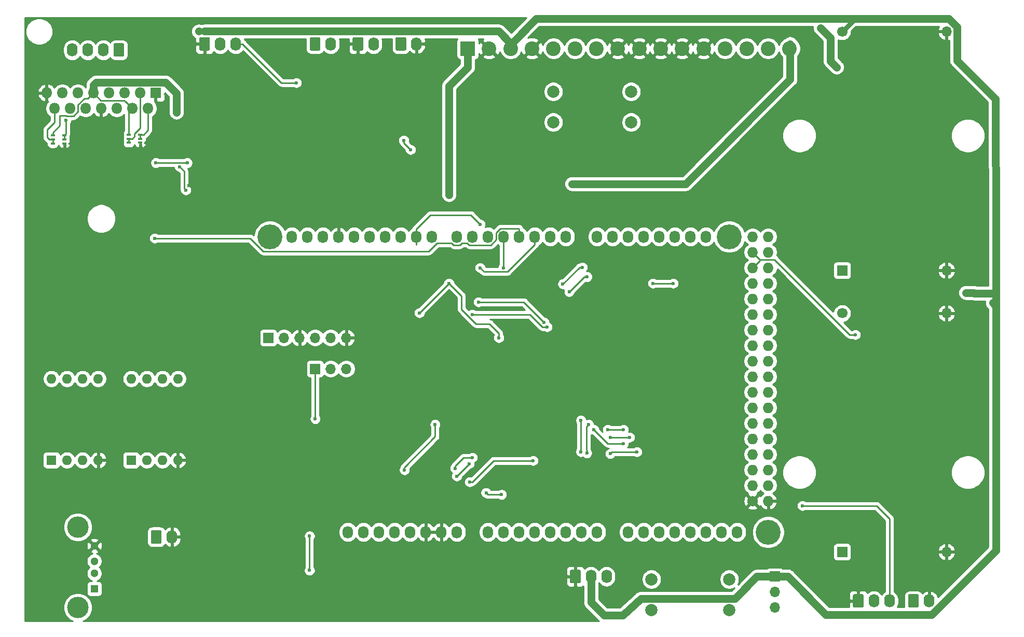
<source format=gbr>
G04 #@! TF.GenerationSoftware,KiCad,Pcbnew,(5.1.5)-3*
G04 #@! TF.CreationDate,2020-04-11T23:56:02-04:00*
G04 #@! TF.ProjectId,ventilator_shield,76656e74-696c-4617-946f-725f73686965,rev?*
G04 #@! TF.SameCoordinates,Original*
G04 #@! TF.FileFunction,Copper,L2,Bot*
G04 #@! TF.FilePolarity,Positive*
%FSLAX46Y46*%
G04 Gerber Fmt 4.6, Leading zero omitted, Abs format (unit mm)*
G04 Created by KiCad (PCBNEW (5.1.5)-3) date 2020-04-11 23:56:02*
%MOMM*%
%LPD*%
G04 APERTURE LIST*
%ADD10O,1.700000X1.700000*%
%ADD11R,1.700000X1.700000*%
%ADD12C,1.700000*%
%ADD13O,1.800000X1.800000*%
%ADD14R,1.800000X1.800000*%
%ADD15R,0.650000X0.400000*%
%ADD16R,1.600000X1.600000*%
%ADD17O,1.600000X1.600000*%
%ADD18C,2.400000*%
%ADD19R,2.400000X2.400000*%
%ADD20O,1.740000X2.200000*%
%ADD21C,0.100000*%
%ADD22R,1.300000X1.300000*%
%ADD23C,1.300000*%
%ADD24C,3.500000*%
%ADD25C,2.000000*%
%ADD26C,1.727200*%
%ADD27O,1.727200X1.727200*%
%ADD28O,1.727200X2.032000*%
%ADD29C,4.064000*%
%ADD30C,0.600000*%
%ADD31C,0.254000*%
%ADD32C,1.270000*%
%ADD33C,0.750000*%
G04 APERTURE END LIST*
D10*
X198980000Y-83364920D03*
X198980000Y-122364920D03*
D11*
X181980000Y-122364920D03*
D12*
X181980000Y-83364920D03*
D10*
X198980000Y-37364920D03*
X198980000Y-76364920D03*
D11*
X181980000Y-76364920D03*
D12*
X181980000Y-37364920D03*
D13*
X52200000Y-47364920D03*
X53470000Y-49904920D03*
X54740000Y-47364920D03*
X56010000Y-49904920D03*
X57280000Y-47364920D03*
X58550000Y-49904920D03*
X59820000Y-47364920D03*
X61090000Y-49904920D03*
X62360000Y-47364920D03*
X63630000Y-49904920D03*
X64900000Y-47364920D03*
X66170000Y-49904920D03*
X67440000Y-47364920D03*
X68710000Y-49904920D03*
D14*
X69980000Y-47364920D03*
D15*
X53192000Y-54324920D03*
X53192000Y-55624920D03*
X55092000Y-54974920D03*
X53192000Y-54974920D03*
X55092000Y-55624920D03*
X55092000Y-54324920D03*
X65572000Y-54212920D03*
X65572000Y-55512920D03*
X67472000Y-54862920D03*
X65572000Y-54862920D03*
X67472000Y-55512920D03*
X67472000Y-54212920D03*
D16*
X52980000Y-107364920D03*
D17*
X60600000Y-94064920D03*
X55520000Y-107364920D03*
X58060000Y-94064920D03*
X58060000Y-107364920D03*
X55520000Y-94064920D03*
X60600000Y-107364920D03*
X52980000Y-94064920D03*
D16*
X65980000Y-107364920D03*
D17*
X73600000Y-94064920D03*
X68520000Y-107364920D03*
X71060000Y-94064920D03*
X71060000Y-107364920D03*
X68520000Y-94064920D03*
X73600000Y-107364920D03*
X65980000Y-94064920D03*
D10*
X101066000Y-92454920D03*
X98526000Y-92454920D03*
D11*
X95986000Y-92454920D03*
D10*
X170980000Y-131444920D03*
X170980000Y-128904920D03*
D11*
X170980000Y-126364920D03*
D18*
X173378000Y-40130920D03*
X169878000Y-40130920D03*
X166378000Y-40130920D03*
X162878000Y-40130920D03*
X159378000Y-40130920D03*
X155878000Y-40130920D03*
X152378000Y-40130920D03*
X148878000Y-40130920D03*
X145378000Y-40130920D03*
X141878000Y-40130920D03*
X138378000Y-40130920D03*
X134878000Y-40130920D03*
X131378000Y-40130920D03*
X127878000Y-40130920D03*
X124378000Y-40130920D03*
D19*
X120878000Y-40130920D03*
D10*
X101066000Y-87374920D03*
X98526000Y-87374920D03*
X95986000Y-87374920D03*
X93446000Y-87374920D03*
X90906000Y-87374920D03*
D11*
X88366000Y-87374920D03*
D20*
X72612000Y-119910000D03*
G04 #@! TA.AperFunction,ComponentPad*
D21*
G36*
X70716505Y-118811204D02*
G01*
X70740773Y-118814804D01*
X70764572Y-118820765D01*
X70787671Y-118829030D01*
X70809850Y-118839520D01*
X70830893Y-118852132D01*
X70850599Y-118866747D01*
X70868777Y-118883223D01*
X70885253Y-118901401D01*
X70899868Y-118921107D01*
X70912480Y-118942150D01*
X70922970Y-118964329D01*
X70931235Y-118987428D01*
X70937196Y-119011227D01*
X70940796Y-119035495D01*
X70942000Y-119059999D01*
X70942000Y-120760001D01*
X70940796Y-120784505D01*
X70937196Y-120808773D01*
X70931235Y-120832572D01*
X70922970Y-120855671D01*
X70912480Y-120877850D01*
X70899868Y-120898893D01*
X70885253Y-120918599D01*
X70868777Y-120936777D01*
X70850599Y-120953253D01*
X70830893Y-120967868D01*
X70809850Y-120980480D01*
X70787671Y-120990970D01*
X70764572Y-120999235D01*
X70740773Y-121005196D01*
X70716505Y-121008796D01*
X70692001Y-121010000D01*
X69451999Y-121010000D01*
X69427495Y-121008796D01*
X69403227Y-121005196D01*
X69379428Y-120999235D01*
X69356329Y-120990970D01*
X69334150Y-120980480D01*
X69313107Y-120967868D01*
X69293401Y-120953253D01*
X69275223Y-120936777D01*
X69258747Y-120918599D01*
X69244132Y-120898893D01*
X69231520Y-120877850D01*
X69221030Y-120855671D01*
X69212765Y-120832572D01*
X69206804Y-120808773D01*
X69203204Y-120784505D01*
X69202000Y-120760001D01*
X69202000Y-119059999D01*
X69203204Y-119035495D01*
X69206804Y-119011227D01*
X69212765Y-118987428D01*
X69221030Y-118964329D01*
X69231520Y-118942150D01*
X69244132Y-118921107D01*
X69258747Y-118901401D01*
X69275223Y-118883223D01*
X69293401Y-118866747D01*
X69313107Y-118852132D01*
X69334150Y-118839520D01*
X69356329Y-118829030D01*
X69379428Y-118820765D01*
X69403227Y-118814804D01*
X69427495Y-118811204D01*
X69451999Y-118810000D01*
X70692001Y-118810000D01*
X70716505Y-118811204D01*
G37*
G04 #@! TD.AperFunction*
D20*
X143520000Y-126364920D03*
X140980000Y-126364920D03*
G04 #@! TA.AperFunction,ComponentPad*
D21*
G36*
X139084505Y-125266124D02*
G01*
X139108773Y-125269724D01*
X139132572Y-125275685D01*
X139155671Y-125283950D01*
X139177850Y-125294440D01*
X139198893Y-125307052D01*
X139218599Y-125321667D01*
X139236777Y-125338143D01*
X139253253Y-125356321D01*
X139267868Y-125376027D01*
X139280480Y-125397070D01*
X139290970Y-125419249D01*
X139299235Y-125442348D01*
X139305196Y-125466147D01*
X139308796Y-125490415D01*
X139310000Y-125514919D01*
X139310000Y-127214921D01*
X139308796Y-127239425D01*
X139305196Y-127263693D01*
X139299235Y-127287492D01*
X139290970Y-127310591D01*
X139280480Y-127332770D01*
X139267868Y-127353813D01*
X139253253Y-127373519D01*
X139236777Y-127391697D01*
X139218599Y-127408173D01*
X139198893Y-127422788D01*
X139177850Y-127435400D01*
X139155671Y-127445890D01*
X139132572Y-127454155D01*
X139108773Y-127460116D01*
X139084505Y-127463716D01*
X139060001Y-127464920D01*
X137819999Y-127464920D01*
X137795495Y-127463716D01*
X137771227Y-127460116D01*
X137747428Y-127454155D01*
X137724329Y-127445890D01*
X137702150Y-127435400D01*
X137681107Y-127422788D01*
X137661401Y-127408173D01*
X137643223Y-127391697D01*
X137626747Y-127373519D01*
X137612132Y-127353813D01*
X137599520Y-127332770D01*
X137589030Y-127310591D01*
X137580765Y-127287492D01*
X137574804Y-127263693D01*
X137571204Y-127239425D01*
X137570000Y-127214921D01*
X137570000Y-125514919D01*
X137571204Y-125490415D01*
X137574804Y-125466147D01*
X137580765Y-125442348D01*
X137589030Y-125419249D01*
X137599520Y-125397070D01*
X137612132Y-125376027D01*
X137626747Y-125356321D01*
X137643223Y-125338143D01*
X137661401Y-125321667D01*
X137681107Y-125307052D01*
X137702150Y-125294440D01*
X137724329Y-125283950D01*
X137747428Y-125275685D01*
X137771227Y-125269724D01*
X137795495Y-125266124D01*
X137819999Y-125264920D01*
X139060001Y-125264920D01*
X139084505Y-125266124D01*
G37*
G04 #@! TD.AperFunction*
D20*
X56360000Y-40364920D03*
X58900000Y-40364920D03*
X61440000Y-40364920D03*
G04 #@! TA.AperFunction,ComponentPad*
D21*
G36*
X64624505Y-39266124D02*
G01*
X64648773Y-39269724D01*
X64672572Y-39275685D01*
X64695671Y-39283950D01*
X64717850Y-39294440D01*
X64738893Y-39307052D01*
X64758599Y-39321667D01*
X64776777Y-39338143D01*
X64793253Y-39356321D01*
X64807868Y-39376027D01*
X64820480Y-39397070D01*
X64830970Y-39419249D01*
X64839235Y-39442348D01*
X64845196Y-39466147D01*
X64848796Y-39490415D01*
X64850000Y-39514919D01*
X64850000Y-41214921D01*
X64848796Y-41239425D01*
X64845196Y-41263693D01*
X64839235Y-41287492D01*
X64830970Y-41310591D01*
X64820480Y-41332770D01*
X64807868Y-41353813D01*
X64793253Y-41373519D01*
X64776777Y-41391697D01*
X64758599Y-41408173D01*
X64738893Y-41422788D01*
X64717850Y-41435400D01*
X64695671Y-41445890D01*
X64672572Y-41454155D01*
X64648773Y-41460116D01*
X64624505Y-41463716D01*
X64600001Y-41464920D01*
X63359999Y-41464920D01*
X63335495Y-41463716D01*
X63311227Y-41460116D01*
X63287428Y-41454155D01*
X63264329Y-41445890D01*
X63242150Y-41435400D01*
X63221107Y-41422788D01*
X63201401Y-41408173D01*
X63183223Y-41391697D01*
X63166747Y-41373519D01*
X63152132Y-41353813D01*
X63139520Y-41332770D01*
X63129030Y-41310591D01*
X63120765Y-41287492D01*
X63114804Y-41263693D01*
X63111204Y-41239425D01*
X63110000Y-41214921D01*
X63110000Y-39514919D01*
X63111204Y-39490415D01*
X63114804Y-39466147D01*
X63120765Y-39442348D01*
X63129030Y-39419249D01*
X63139520Y-39397070D01*
X63152132Y-39376027D01*
X63166747Y-39356321D01*
X63183223Y-39338143D01*
X63201401Y-39321667D01*
X63221107Y-39307052D01*
X63242150Y-39294440D01*
X63264329Y-39283950D01*
X63287428Y-39275685D01*
X63311227Y-39269724D01*
X63335495Y-39266124D01*
X63359999Y-39264920D01*
X64600001Y-39264920D01*
X64624505Y-39266124D01*
G37*
G04 #@! TD.AperFunction*
D20*
X196140000Y-130364920D03*
G04 #@! TA.AperFunction,ComponentPad*
D21*
G36*
X194244505Y-129266124D02*
G01*
X194268773Y-129269724D01*
X194292572Y-129275685D01*
X194315671Y-129283950D01*
X194337850Y-129294440D01*
X194358893Y-129307052D01*
X194378599Y-129321667D01*
X194396777Y-129338143D01*
X194413253Y-129356321D01*
X194427868Y-129376027D01*
X194440480Y-129397070D01*
X194450970Y-129419249D01*
X194459235Y-129442348D01*
X194465196Y-129466147D01*
X194468796Y-129490415D01*
X194470000Y-129514919D01*
X194470000Y-131214921D01*
X194468796Y-131239425D01*
X194465196Y-131263693D01*
X194459235Y-131287492D01*
X194450970Y-131310591D01*
X194440480Y-131332770D01*
X194427868Y-131353813D01*
X194413253Y-131373519D01*
X194396777Y-131391697D01*
X194378599Y-131408173D01*
X194358893Y-131422788D01*
X194337850Y-131435400D01*
X194315671Y-131445890D01*
X194292572Y-131454155D01*
X194268773Y-131460116D01*
X194244505Y-131463716D01*
X194220001Y-131464920D01*
X192979999Y-131464920D01*
X192955495Y-131463716D01*
X192931227Y-131460116D01*
X192907428Y-131454155D01*
X192884329Y-131445890D01*
X192862150Y-131435400D01*
X192841107Y-131422788D01*
X192821401Y-131408173D01*
X192803223Y-131391697D01*
X192786747Y-131373519D01*
X192772132Y-131353813D01*
X192759520Y-131332770D01*
X192749030Y-131310591D01*
X192740765Y-131287492D01*
X192734804Y-131263693D01*
X192731204Y-131239425D01*
X192730000Y-131214921D01*
X192730000Y-129514919D01*
X192731204Y-129490415D01*
X192734804Y-129466147D01*
X192740765Y-129442348D01*
X192749030Y-129419249D01*
X192759520Y-129397070D01*
X192772132Y-129376027D01*
X192786747Y-129356321D01*
X192803223Y-129338143D01*
X192821401Y-129321667D01*
X192841107Y-129307052D01*
X192862150Y-129294440D01*
X192884329Y-129283950D01*
X192907428Y-129275685D01*
X192931227Y-129269724D01*
X192955495Y-129266124D01*
X192979999Y-129264920D01*
X194220001Y-129264920D01*
X194244505Y-129266124D01*
G37*
G04 #@! TD.AperFunction*
D20*
X98520000Y-39364920D03*
G04 #@! TA.AperFunction,ComponentPad*
D21*
G36*
X96624505Y-38266124D02*
G01*
X96648773Y-38269724D01*
X96672572Y-38275685D01*
X96695671Y-38283950D01*
X96717850Y-38294440D01*
X96738893Y-38307052D01*
X96758599Y-38321667D01*
X96776777Y-38338143D01*
X96793253Y-38356321D01*
X96807868Y-38376027D01*
X96820480Y-38397070D01*
X96830970Y-38419249D01*
X96839235Y-38442348D01*
X96845196Y-38466147D01*
X96848796Y-38490415D01*
X96850000Y-38514919D01*
X96850000Y-40214921D01*
X96848796Y-40239425D01*
X96845196Y-40263693D01*
X96839235Y-40287492D01*
X96830970Y-40310591D01*
X96820480Y-40332770D01*
X96807868Y-40353813D01*
X96793253Y-40373519D01*
X96776777Y-40391697D01*
X96758599Y-40408173D01*
X96738893Y-40422788D01*
X96717850Y-40435400D01*
X96695671Y-40445890D01*
X96672572Y-40454155D01*
X96648773Y-40460116D01*
X96624505Y-40463716D01*
X96600001Y-40464920D01*
X95359999Y-40464920D01*
X95335495Y-40463716D01*
X95311227Y-40460116D01*
X95287428Y-40454155D01*
X95264329Y-40445890D01*
X95242150Y-40435400D01*
X95221107Y-40422788D01*
X95201401Y-40408173D01*
X95183223Y-40391697D01*
X95166747Y-40373519D01*
X95152132Y-40353813D01*
X95139520Y-40332770D01*
X95129030Y-40310591D01*
X95120765Y-40287492D01*
X95114804Y-40263693D01*
X95111204Y-40239425D01*
X95110000Y-40214921D01*
X95110000Y-38514919D01*
X95111204Y-38490415D01*
X95114804Y-38466147D01*
X95120765Y-38442348D01*
X95129030Y-38419249D01*
X95139520Y-38397070D01*
X95152132Y-38376027D01*
X95166747Y-38356321D01*
X95183223Y-38338143D01*
X95201401Y-38321667D01*
X95221107Y-38307052D01*
X95242150Y-38294440D01*
X95264329Y-38283950D01*
X95287428Y-38275685D01*
X95311227Y-38269724D01*
X95335495Y-38266124D01*
X95359999Y-38264920D01*
X96600001Y-38264920D01*
X96624505Y-38266124D01*
G37*
G04 #@! TD.AperFunction*
D20*
X105520000Y-39364920D03*
G04 #@! TA.AperFunction,ComponentPad*
D21*
G36*
X103624505Y-38266124D02*
G01*
X103648773Y-38269724D01*
X103672572Y-38275685D01*
X103695671Y-38283950D01*
X103717850Y-38294440D01*
X103738893Y-38307052D01*
X103758599Y-38321667D01*
X103776777Y-38338143D01*
X103793253Y-38356321D01*
X103807868Y-38376027D01*
X103820480Y-38397070D01*
X103830970Y-38419249D01*
X103839235Y-38442348D01*
X103845196Y-38466147D01*
X103848796Y-38490415D01*
X103850000Y-38514919D01*
X103850000Y-40214921D01*
X103848796Y-40239425D01*
X103845196Y-40263693D01*
X103839235Y-40287492D01*
X103830970Y-40310591D01*
X103820480Y-40332770D01*
X103807868Y-40353813D01*
X103793253Y-40373519D01*
X103776777Y-40391697D01*
X103758599Y-40408173D01*
X103738893Y-40422788D01*
X103717850Y-40435400D01*
X103695671Y-40445890D01*
X103672572Y-40454155D01*
X103648773Y-40460116D01*
X103624505Y-40463716D01*
X103600001Y-40464920D01*
X102359999Y-40464920D01*
X102335495Y-40463716D01*
X102311227Y-40460116D01*
X102287428Y-40454155D01*
X102264329Y-40445890D01*
X102242150Y-40435400D01*
X102221107Y-40422788D01*
X102201401Y-40408173D01*
X102183223Y-40391697D01*
X102166747Y-40373519D01*
X102152132Y-40353813D01*
X102139520Y-40332770D01*
X102129030Y-40310591D01*
X102120765Y-40287492D01*
X102114804Y-40263693D01*
X102111204Y-40239425D01*
X102110000Y-40214921D01*
X102110000Y-38514919D01*
X102111204Y-38490415D01*
X102114804Y-38466147D01*
X102120765Y-38442348D01*
X102129030Y-38419249D01*
X102139520Y-38397070D01*
X102152132Y-38376027D01*
X102166747Y-38356321D01*
X102183223Y-38338143D01*
X102201401Y-38321667D01*
X102221107Y-38307052D01*
X102242150Y-38294440D01*
X102264329Y-38283950D01*
X102287428Y-38275685D01*
X102311227Y-38269724D01*
X102335495Y-38266124D01*
X102359999Y-38264920D01*
X103600001Y-38264920D01*
X103624505Y-38266124D01*
G37*
G04 #@! TD.AperFunction*
D20*
X83032000Y-39364920D03*
X80492000Y-39364920D03*
G04 #@! TA.AperFunction,ComponentPad*
D21*
G36*
X78596505Y-38266124D02*
G01*
X78620773Y-38269724D01*
X78644572Y-38275685D01*
X78667671Y-38283950D01*
X78689850Y-38294440D01*
X78710893Y-38307052D01*
X78730599Y-38321667D01*
X78748777Y-38338143D01*
X78765253Y-38356321D01*
X78779868Y-38376027D01*
X78792480Y-38397070D01*
X78802970Y-38419249D01*
X78811235Y-38442348D01*
X78817196Y-38466147D01*
X78820796Y-38490415D01*
X78822000Y-38514919D01*
X78822000Y-40214921D01*
X78820796Y-40239425D01*
X78817196Y-40263693D01*
X78811235Y-40287492D01*
X78802970Y-40310591D01*
X78792480Y-40332770D01*
X78779868Y-40353813D01*
X78765253Y-40373519D01*
X78748777Y-40391697D01*
X78730599Y-40408173D01*
X78710893Y-40422788D01*
X78689850Y-40435400D01*
X78667671Y-40445890D01*
X78644572Y-40454155D01*
X78620773Y-40460116D01*
X78596505Y-40463716D01*
X78572001Y-40464920D01*
X77331999Y-40464920D01*
X77307495Y-40463716D01*
X77283227Y-40460116D01*
X77259428Y-40454155D01*
X77236329Y-40445890D01*
X77214150Y-40435400D01*
X77193107Y-40422788D01*
X77173401Y-40408173D01*
X77155223Y-40391697D01*
X77138747Y-40373519D01*
X77124132Y-40353813D01*
X77111520Y-40332770D01*
X77101030Y-40310591D01*
X77092765Y-40287492D01*
X77086804Y-40263693D01*
X77083204Y-40239425D01*
X77082000Y-40214921D01*
X77082000Y-38514919D01*
X77083204Y-38490415D01*
X77086804Y-38466147D01*
X77092765Y-38442348D01*
X77101030Y-38419249D01*
X77111520Y-38397070D01*
X77124132Y-38376027D01*
X77138747Y-38356321D01*
X77155223Y-38338143D01*
X77173401Y-38321667D01*
X77193107Y-38307052D01*
X77214150Y-38294440D01*
X77236329Y-38283950D01*
X77259428Y-38275685D01*
X77283227Y-38269724D01*
X77307495Y-38266124D01*
X77331999Y-38264920D01*
X78572001Y-38264920D01*
X78596505Y-38266124D01*
G37*
G04 #@! TD.AperFunction*
D20*
X189680000Y-130364920D03*
X187140000Y-130364920D03*
G04 #@! TA.AperFunction,ComponentPad*
D21*
G36*
X185244505Y-129266124D02*
G01*
X185268773Y-129269724D01*
X185292572Y-129275685D01*
X185315671Y-129283950D01*
X185337850Y-129294440D01*
X185358893Y-129307052D01*
X185378599Y-129321667D01*
X185396777Y-129338143D01*
X185413253Y-129356321D01*
X185427868Y-129376027D01*
X185440480Y-129397070D01*
X185450970Y-129419249D01*
X185459235Y-129442348D01*
X185465196Y-129466147D01*
X185468796Y-129490415D01*
X185470000Y-129514919D01*
X185470000Y-131214921D01*
X185468796Y-131239425D01*
X185465196Y-131263693D01*
X185459235Y-131287492D01*
X185450970Y-131310591D01*
X185440480Y-131332770D01*
X185427868Y-131353813D01*
X185413253Y-131373519D01*
X185396777Y-131391697D01*
X185378599Y-131408173D01*
X185358893Y-131422788D01*
X185337850Y-131435400D01*
X185315671Y-131445890D01*
X185292572Y-131454155D01*
X185268773Y-131460116D01*
X185244505Y-131463716D01*
X185220001Y-131464920D01*
X183979999Y-131464920D01*
X183955495Y-131463716D01*
X183931227Y-131460116D01*
X183907428Y-131454155D01*
X183884329Y-131445890D01*
X183862150Y-131435400D01*
X183841107Y-131422788D01*
X183821401Y-131408173D01*
X183803223Y-131391697D01*
X183786747Y-131373519D01*
X183772132Y-131353813D01*
X183759520Y-131332770D01*
X183749030Y-131310591D01*
X183740765Y-131287492D01*
X183734804Y-131263693D01*
X183731204Y-131239425D01*
X183730000Y-131214921D01*
X183730000Y-129514919D01*
X183731204Y-129490415D01*
X183734804Y-129466147D01*
X183740765Y-129442348D01*
X183749030Y-129419249D01*
X183759520Y-129397070D01*
X183772132Y-129376027D01*
X183786747Y-129356321D01*
X183803223Y-129338143D01*
X183821401Y-129321667D01*
X183841107Y-129307052D01*
X183862150Y-129294440D01*
X183884329Y-129283950D01*
X183907428Y-129275685D01*
X183931227Y-129269724D01*
X183955495Y-129266124D01*
X183979999Y-129264920D01*
X185220001Y-129264920D01*
X185244505Y-129266124D01*
G37*
G04 #@! TD.AperFunction*
D20*
X112520000Y-39364920D03*
G04 #@! TA.AperFunction,ComponentPad*
D21*
G36*
X110624505Y-38266124D02*
G01*
X110648773Y-38269724D01*
X110672572Y-38275685D01*
X110695671Y-38283950D01*
X110717850Y-38294440D01*
X110738893Y-38307052D01*
X110758599Y-38321667D01*
X110776777Y-38338143D01*
X110793253Y-38356321D01*
X110807868Y-38376027D01*
X110820480Y-38397070D01*
X110830970Y-38419249D01*
X110839235Y-38442348D01*
X110845196Y-38466147D01*
X110848796Y-38490415D01*
X110850000Y-38514919D01*
X110850000Y-40214921D01*
X110848796Y-40239425D01*
X110845196Y-40263693D01*
X110839235Y-40287492D01*
X110830970Y-40310591D01*
X110820480Y-40332770D01*
X110807868Y-40353813D01*
X110793253Y-40373519D01*
X110776777Y-40391697D01*
X110758599Y-40408173D01*
X110738893Y-40422788D01*
X110717850Y-40435400D01*
X110695671Y-40445890D01*
X110672572Y-40454155D01*
X110648773Y-40460116D01*
X110624505Y-40463716D01*
X110600001Y-40464920D01*
X109359999Y-40464920D01*
X109335495Y-40463716D01*
X109311227Y-40460116D01*
X109287428Y-40454155D01*
X109264329Y-40445890D01*
X109242150Y-40435400D01*
X109221107Y-40422788D01*
X109201401Y-40408173D01*
X109183223Y-40391697D01*
X109166747Y-40373519D01*
X109152132Y-40353813D01*
X109139520Y-40332770D01*
X109129030Y-40310591D01*
X109120765Y-40287492D01*
X109114804Y-40263693D01*
X109111204Y-40239425D01*
X109110000Y-40214921D01*
X109110000Y-38514919D01*
X109111204Y-38490415D01*
X109114804Y-38466147D01*
X109120765Y-38442348D01*
X109129030Y-38419249D01*
X109139520Y-38397070D01*
X109152132Y-38376027D01*
X109166747Y-38356321D01*
X109183223Y-38338143D01*
X109201401Y-38321667D01*
X109221107Y-38307052D01*
X109242150Y-38294440D01*
X109264329Y-38283950D01*
X109287428Y-38275685D01*
X109311227Y-38269724D01*
X109335495Y-38266124D01*
X109359999Y-38264920D01*
X110600001Y-38264920D01*
X110624505Y-38266124D01*
G37*
G04 #@! TD.AperFunction*
D22*
X59980000Y-128364920D03*
D23*
X59980000Y-125864920D03*
X59980000Y-123864920D03*
X59980000Y-121364920D03*
D24*
X57270000Y-131434920D03*
X57270000Y-118294920D03*
D25*
X134848000Y-52164920D03*
X147548000Y-52164920D03*
X134848000Y-47164920D03*
X147548000Y-47164920D03*
X163550000Y-131824920D03*
X150850000Y-131824920D03*
X163550000Y-126824920D03*
X150850000Y-126824920D03*
D26*
X167358000Y-114046000D03*
D27*
X169898000Y-114046000D03*
X167358000Y-111506000D03*
X169898000Y-111506000D03*
X167358000Y-108966000D03*
X169898000Y-108966000D03*
X167358000Y-106426000D03*
X169898000Y-106426000D03*
X167358000Y-103886000D03*
X169898000Y-103886000D03*
X167358000Y-101346000D03*
X169898000Y-101346000D03*
X167358000Y-98806000D03*
X169898000Y-98806000D03*
X167358000Y-96266000D03*
X169898000Y-96266000D03*
X167358000Y-93726000D03*
X169898000Y-93726000D03*
X167358000Y-91186000D03*
X169898000Y-91186000D03*
X167358000Y-88646000D03*
X169898000Y-88646000D03*
X167358000Y-86106000D03*
X169898000Y-86106000D03*
X167358000Y-83566000D03*
X169898000Y-83566000D03*
X167358000Y-81026000D03*
X169898000Y-81026000D03*
X167358000Y-78486000D03*
X169898000Y-78486000D03*
X167358000Y-75946000D03*
X169898000Y-75946000D03*
X167358000Y-73406000D03*
X169898000Y-73406000D03*
X167358000Y-70866000D03*
X169898000Y-70866000D03*
D28*
X147038000Y-119126000D03*
X149578000Y-119126000D03*
X152118000Y-119126000D03*
X154658000Y-119126000D03*
X157198000Y-119126000D03*
X159738000Y-119126000D03*
X162278000Y-119126000D03*
X164818000Y-119126000D03*
X101318000Y-119126000D03*
X103858000Y-119126000D03*
X106398000Y-119126000D03*
X108938000Y-119126000D03*
X111478000Y-119126000D03*
X114018000Y-119126000D03*
X116558000Y-119126000D03*
X119098000Y-119126000D03*
X124178000Y-119126000D03*
X126718000Y-119126000D03*
X129258000Y-119126000D03*
X131798000Y-119126000D03*
X134338000Y-119126000D03*
X136878000Y-119126000D03*
X139418000Y-119126000D03*
X141958000Y-119126000D03*
X92174000Y-70866000D03*
X94714000Y-70866000D03*
X97254000Y-70866000D03*
X99794000Y-70866000D03*
X102334000Y-70866000D03*
X104874000Y-70866000D03*
X107414000Y-70866000D03*
X109954000Y-70866000D03*
X112494000Y-70866000D03*
X115034000Y-70866000D03*
X119098000Y-70866000D03*
X121638000Y-70866000D03*
X124178000Y-70866000D03*
X126718000Y-70866000D03*
X129258000Y-70866000D03*
X131798000Y-70866000D03*
X134338000Y-70866000D03*
X136878000Y-70866000D03*
X141958000Y-70866000D03*
X144498000Y-70866000D03*
X147038000Y-70866000D03*
X149578000Y-70866000D03*
X152118000Y-70866000D03*
X154658000Y-70866000D03*
X157198000Y-70866000D03*
X159738000Y-70866000D03*
D29*
X169898000Y-119126000D03*
X88618000Y-70866000D03*
X163548000Y-70866000D03*
D30*
X88112000Y-113028920D03*
X138404000Y-54608920D03*
X79222000Y-106170920D03*
X80492000Y-114044920D03*
X123164000Y-92200920D03*
X124688000Y-104392920D03*
X129260000Y-106424920D03*
X123164000Y-98550920D03*
X132816000Y-79246920D03*
X55092000Y-56640920D03*
X67538000Y-56132920D03*
X73126000Y-64260920D03*
X75412000Y-65530920D03*
X75412000Y-62482920D03*
X146532000Y-65276920D03*
X134604287Y-58914842D03*
X110565600Y-108964920D03*
X115569400Y-101548120D03*
X117830000Y-64006920D03*
X117830000Y-62990920D03*
X125958000Y-87374920D03*
X117830000Y-78484920D03*
X113004000Y-83310920D03*
X76981237Y-37326719D03*
X77911401Y-37326719D03*
X202158000Y-80008920D03*
X203174000Y-80008920D03*
X175488000Y-114806920D03*
X122910000Y-68832920D03*
X92938000Y-45718920D03*
X121640000Y-83564920D03*
X133832000Y-85596920D03*
X122656000Y-81532920D03*
X133324000Y-84834920D03*
X179044000Y-37336920D03*
X178409000Y-36701920D03*
X180060000Y-42162920D03*
X181076000Y-43178920D03*
X184124000Y-86866920D03*
X95084000Y-125364920D03*
X95084000Y-119772920D03*
X96011400Y-100608320D03*
X110464000Y-55116920D03*
X111563736Y-56640920D03*
X151102920Y-78486000D03*
X154404920Y-78486000D03*
X118846000Y-108710920D03*
X121640000Y-106932920D03*
X146278000Y-104646920D03*
X141452000Y-102360920D03*
X123875200Y-112698720D03*
X126410399Y-112998719D03*
X144123800Y-106323320D03*
X148482999Y-106023321D03*
X119100000Y-109980920D03*
X121132000Y-107948920D03*
X143738000Y-102360920D03*
X146278000Y-102360920D03*
X131546000Y-107440920D03*
X144123800Y-103630920D03*
X147294000Y-103630920D03*
X121196619Y-110932301D03*
X139343800Y-105993120D03*
X139343800Y-100862320D03*
X139572400Y-75868720D03*
X136397400Y-78586520D03*
X140334400Y-77418120D03*
X137438800Y-79856520D03*
X140588400Y-101548120D03*
X140309000Y-106221720D03*
X126720000Y-75944920D03*
X122910000Y-75944920D03*
X70006590Y-58799920D03*
X75132600Y-58799920D03*
X74904000Y-63244920D03*
X73888000Y-59434920D03*
X69824000Y-71118920D03*
X55346000Y-51814920D03*
X138912000Y-62228920D03*
X140944000Y-62228920D03*
X137896000Y-62228920D03*
X73380000Y-50544920D03*
X73386704Y-49535624D03*
D31*
X55092000Y-55624920D02*
X55092000Y-56640920D01*
X67472000Y-55966920D02*
X67538000Y-56032920D01*
X67472000Y-55512920D02*
X67472000Y-55966920D01*
X67538000Y-56032920D02*
X67538000Y-56132920D01*
X110565600Y-108540656D02*
X115569400Y-103536856D01*
X110565600Y-108964920D02*
X110565600Y-108540656D01*
X115569400Y-103536856D02*
X115569400Y-101548120D01*
D32*
X164432337Y-129986719D02*
X149132201Y-129986719D01*
X140980000Y-128734920D02*
X140980000Y-126364920D01*
X140980000Y-130590920D02*
X140980000Y-128734920D01*
X196563773Y-132586920D02*
X179322000Y-132586920D01*
X173100000Y-126364920D02*
X170980000Y-126364920D01*
X179322000Y-132586920D02*
X173100000Y-126364920D01*
X207066790Y-122083903D02*
X196563773Y-132586920D01*
X146151000Y-132713920D02*
X146278000Y-132586920D01*
X143103000Y-132713920D02*
X146151000Y-132713920D01*
X143103000Y-132713920D02*
X140980000Y-130590920D01*
X149132201Y-129986719D02*
X146278000Y-132586920D01*
X168054136Y-126364920D02*
X170980000Y-126364920D01*
X164432337Y-129986719D02*
X168054136Y-126364920D01*
X120878000Y-40130920D02*
X120878000Y-43178920D01*
X120878000Y-43178920D02*
X117830000Y-46226920D01*
X117830000Y-46226920D02*
X117830000Y-62990920D01*
X117830000Y-64006920D02*
X117830000Y-64006920D01*
X117830000Y-62990920D02*
X117830000Y-64006920D01*
D31*
X117830000Y-78484920D02*
X117830000Y-78484920D01*
X113004000Y-83310920D02*
X117830000Y-78484920D01*
D32*
X76981237Y-37326719D02*
X76981237Y-37326719D01*
X127980000Y-39364920D02*
X125941799Y-37326719D01*
X132066790Y-35278130D02*
X127980000Y-39364920D01*
X207066790Y-70274130D02*
X206980000Y-48364920D01*
X125941799Y-37326719D02*
X77911401Y-37326719D01*
X206980000Y-48364920D02*
X200730000Y-42114920D01*
X200730000Y-42114920D02*
X200730000Y-36616382D01*
X200730000Y-36616382D02*
X199391748Y-35278130D01*
D33*
X183666790Y-35678130D02*
X181980000Y-37364920D01*
X183666790Y-35278130D02*
X183666790Y-35678130D01*
D32*
X183666790Y-35278130D02*
X132066790Y-35278130D01*
X199391748Y-35278130D02*
X183666790Y-35278130D01*
X206531379Y-81676719D02*
X207066790Y-82212130D01*
X207066790Y-82212130D02*
X207066790Y-122083903D01*
D31*
X125958000Y-86612920D02*
X125958000Y-87374920D01*
X119862000Y-80516920D02*
X119862000Y-82719618D01*
X117830000Y-78484920D02*
X119862000Y-80516920D01*
X124434000Y-85088920D02*
X125958000Y-86612920D01*
X119862000Y-82719618D02*
X122231302Y-85088920D01*
X122231302Y-85088920D02*
X124434000Y-85088920D01*
D32*
X207066790Y-80091710D02*
X203510790Y-80091710D01*
X207066790Y-80091710D02*
X207066790Y-82212130D01*
X207066790Y-70274130D02*
X207066790Y-80091710D01*
X203510790Y-80091710D02*
X203428000Y-80008920D01*
X203428000Y-80008920D02*
X203174000Y-80008920D01*
X203174000Y-80008920D02*
X202158000Y-80008920D01*
D31*
X112494000Y-70866000D02*
X112494000Y-72136000D01*
X112494000Y-69596000D02*
X112494000Y-70866000D01*
X114781080Y-67308920D02*
X112494000Y-69596000D01*
X189712000Y-123874720D02*
X189680000Y-123918920D01*
X189712000Y-116940520D02*
X189712000Y-123874720D01*
X189680000Y-123918920D02*
X189680000Y-130364920D01*
X187578400Y-114806920D02*
X189712000Y-116940520D01*
X175488000Y-114806920D02*
X187578400Y-114806920D01*
X120624000Y-67308920D02*
X121386000Y-67308920D01*
X120624000Y-67308920D02*
X114781080Y-67308920D01*
X121386000Y-67308920D02*
X122910000Y-68832920D01*
X84156000Y-39364920D02*
X90510000Y-45718920D01*
X83032000Y-39364920D02*
X84156000Y-39364920D01*
X90510000Y-45718920D02*
X92938000Y-45718920D01*
X95986000Y-87374920D02*
X95732000Y-87374920D01*
X95986000Y-87374920D02*
X95986000Y-87628920D01*
X121640000Y-83564920D02*
X130784000Y-83564920D01*
X130784000Y-83564920D02*
X131038000Y-83564920D01*
X131038000Y-83564920D02*
X133070000Y-85596920D01*
X133070000Y-85596920D02*
X133832000Y-85596920D01*
X122656000Y-81532920D02*
X130022000Y-81532920D01*
X130022000Y-81532920D02*
X133324000Y-84834920D01*
D32*
X180060000Y-38352920D02*
X179044000Y-37336920D01*
X180060000Y-42162920D02*
X180060000Y-38352920D01*
X178458420Y-36751340D02*
X178409000Y-36751340D01*
X179044000Y-37336920D02*
X178458420Y-36751340D01*
X180060000Y-42162920D02*
X181076000Y-43178920D01*
D31*
X184124000Y-86866920D02*
X183187638Y-86866920D01*
X170920519Y-74599801D02*
X168551801Y-74599801D01*
X183187638Y-86866920D02*
X170920519Y-74599801D01*
X95084000Y-125364920D02*
X95084000Y-119772920D01*
X168551801Y-74599801D02*
X167358000Y-73406000D01*
X168551801Y-74752199D02*
X167358000Y-75946000D01*
X168551801Y-74599801D02*
X168551801Y-74752199D01*
X96011400Y-92480320D02*
X95986000Y-92454920D01*
X96011400Y-100608320D02*
X96011400Y-92480320D01*
X110464000Y-55541184D02*
X111563736Y-56640920D01*
X110464000Y-55116920D02*
X110464000Y-55541184D01*
X151102920Y-78486000D02*
X154404920Y-78486000D01*
X118846000Y-108286656D02*
X120199736Y-106932920D01*
X118846000Y-108710920D02*
X118846000Y-108286656D01*
X120199736Y-106932920D02*
X121640000Y-106932920D01*
X146278000Y-104646920D02*
X143738000Y-104646920D01*
X143738000Y-104646920D02*
X141452000Y-102360920D01*
X124175199Y-112998719D02*
X126410399Y-112998719D01*
X123875200Y-112698720D02*
X124175199Y-112998719D01*
X144423799Y-106023321D02*
X148482999Y-106023321D01*
X144123800Y-106323320D02*
X144423799Y-106023321D01*
X119100000Y-109980920D02*
X121132000Y-107948920D01*
X121132000Y-107948920D02*
X121132000Y-107948920D01*
X143738000Y-102360920D02*
X146278000Y-102360920D01*
X144123800Y-103630920D02*
X147294000Y-103630920D01*
X125112264Y-107440920D02*
X129260000Y-107440920D01*
X121620883Y-110932301D02*
X125112264Y-107440920D01*
X121196619Y-110932301D02*
X121620883Y-110932301D01*
X129006000Y-107440920D02*
X129260000Y-107440920D01*
X129260000Y-107440920D02*
X131546000Y-107440920D01*
X139343800Y-105993120D02*
X139343800Y-100862320D01*
X139572400Y-75868720D02*
X139115200Y-75868720D01*
X139115200Y-75868720D02*
X136397400Y-78586520D01*
X140334400Y-77418120D02*
X139877200Y-77418120D01*
X139877200Y-77418120D02*
X137438800Y-79856520D01*
X140288401Y-101848119D02*
X140288401Y-105734319D01*
X140588400Y-101548120D02*
X140288401Y-101848119D01*
X140288401Y-105734319D02*
X140309000Y-105754918D01*
X140309000Y-105754918D02*
X140309000Y-106221720D01*
X126720000Y-70868000D02*
X126718000Y-70866000D01*
X126720000Y-75944920D02*
X126720000Y-70868000D01*
X131798000Y-72136000D02*
X131798000Y-70866000D01*
X127358879Y-76575121D02*
X131798000Y-72136000D01*
X122910000Y-75944920D02*
X123540201Y-76575121D01*
X123540201Y-76575121D02*
X127358879Y-76575121D01*
X70006590Y-58799920D02*
X70430854Y-58799920D01*
X70430854Y-58799920D02*
X75132600Y-58799920D01*
X74604001Y-62944921D02*
X74604001Y-60150921D01*
X74904000Y-63244920D02*
X74604001Y-62944921D01*
X74604001Y-60150921D02*
X73888000Y-59434920D01*
X85374862Y-71118920D02*
X70078000Y-71118920D01*
X87484143Y-73228201D02*
X85374862Y-71118920D01*
X114512501Y-73228201D02*
X87484143Y-73228201D01*
X115859782Y-71880920D02*
X114512501Y-73228201D01*
X125524190Y-70219108D02*
X125524190Y-71360512D01*
X126223508Y-69519790D02*
X125524190Y-70219108D01*
X125524190Y-71360512D02*
X124672492Y-72212210D01*
X129181790Y-69519790D02*
X126223508Y-69519790D01*
X129258000Y-69596000D02*
X129181790Y-69519790D01*
X120812218Y-71880920D02*
X119923782Y-71880920D01*
X119923782Y-71880920D02*
X119592492Y-72212210D01*
X70078000Y-71118920D02*
X69824000Y-71118920D01*
X124672492Y-72212210D02*
X121143508Y-72212210D01*
X121143508Y-72212210D02*
X120812218Y-71880920D01*
X118272218Y-71880920D02*
X115859782Y-71880920D01*
X118603508Y-72212210D02*
X118272218Y-71880920D01*
X129258000Y-70866000D02*
X129258000Y-69596000D01*
X119592492Y-72212210D02*
X118603508Y-72212210D01*
X53470000Y-49904920D02*
X53470000Y-52166920D01*
X53470000Y-52166920D02*
X52298000Y-53338920D01*
X52613000Y-54974920D02*
X53192000Y-54974920D01*
X52298000Y-54659920D02*
X52613000Y-54974920D01*
X52298000Y-53338920D02*
X52298000Y-54659920D01*
X53192000Y-55624920D02*
X53192000Y-54974920D01*
X55092000Y-54324920D02*
X55092000Y-54974920D01*
X55346000Y-54070920D02*
X55092000Y-54324920D01*
X55346000Y-51814920D02*
X55346000Y-54070920D01*
X67440000Y-53131318D02*
X66522000Y-54049318D01*
X67440000Y-47364920D02*
X67440000Y-53131318D01*
X66151000Y-54862920D02*
X65572000Y-54862920D01*
X66522000Y-54491920D02*
X66151000Y-54862920D01*
X66522000Y-54049318D02*
X66522000Y-54491920D01*
X65572000Y-54862920D02*
X65572000Y-55512920D01*
X68051000Y-54212920D02*
X67472000Y-54212920D01*
X68554000Y-53592920D02*
X68051000Y-54212920D01*
X68710000Y-53436920D02*
X68554000Y-53592920D01*
X68710000Y-49904920D02*
X68710000Y-53436920D01*
X67472000Y-54212920D02*
X67472000Y-54862920D01*
X138912000Y-62228920D02*
X139336264Y-62228920D01*
X139336264Y-62228920D02*
X140944000Y-62228920D01*
D32*
X173480000Y-39364920D02*
X173480000Y-45186920D01*
X173480000Y-45186920D02*
X156438000Y-62228920D01*
X137896000Y-62228920D02*
X137896000Y-62228920D01*
X156438000Y-62228920D02*
X137896000Y-62228920D01*
D31*
X66170000Y-49904920D02*
X65032000Y-48766920D01*
X64998000Y-48766920D02*
X64908999Y-48677919D01*
X65032000Y-48766920D02*
X64998000Y-48766920D01*
X65572000Y-50502920D02*
X66170000Y-49904920D01*
X65572000Y-54212920D02*
X65572000Y-50502920D01*
X64860201Y-48595121D02*
X65032000Y-48766920D01*
X61050201Y-48595121D02*
X64860201Y-48595121D01*
X59820000Y-47364920D02*
X61050201Y-48595121D01*
D32*
X59820000Y-47364920D02*
X59820000Y-46092128D01*
X59820000Y-46092128D02*
X60285409Y-45626719D01*
X70932201Y-45626719D02*
X71550561Y-45626719D01*
X60285409Y-45626719D02*
X70932201Y-45626719D01*
X71550561Y-45626719D02*
X73400381Y-47476539D01*
X73400381Y-50524539D02*
X73380000Y-50544920D01*
X73400381Y-47476539D02*
X73386704Y-49535624D01*
X73386704Y-49535624D02*
X73380000Y-50544920D01*
D31*
X58920001Y-48264919D02*
X59820000Y-47364920D01*
X57319799Y-50415819D02*
X57319799Y-49314423D01*
X57319799Y-49314423D02*
X58369303Y-48264919D01*
X53192000Y-54324920D02*
X53192000Y-53870920D01*
X58369303Y-48264919D02*
X58920001Y-48264919D01*
X54330000Y-52732920D02*
X54330000Y-51052920D01*
X55419503Y-51135121D02*
X56600497Y-51135121D01*
X53192000Y-53870920D02*
X54330000Y-52732920D01*
X56600497Y-51135121D02*
X57319799Y-50415819D01*
X54330000Y-51052920D02*
X55337302Y-51052920D01*
X55337302Y-51052920D02*
X55419503Y-51135121D01*
G36*
X127980000Y-37568869D02*
G01*
X126883940Y-36472810D01*
X126844169Y-36424349D01*
X126650787Y-36265644D01*
X126430158Y-36147716D01*
X126190762Y-36075096D01*
X126004179Y-36056719D01*
X126004172Y-36056719D01*
X125941799Y-36050576D01*
X125879426Y-36056719D01*
X77849021Y-36056719D01*
X77662438Y-36075096D01*
X77446319Y-36140655D01*
X77230200Y-36075096D01*
X77043617Y-36056719D01*
X76918857Y-36056719D01*
X76732274Y-36075096D01*
X76492878Y-36147716D01*
X76272249Y-36265644D01*
X76078867Y-36424349D01*
X75920162Y-36617731D01*
X75802234Y-36838360D01*
X75729614Y-37077756D01*
X75705093Y-37326719D01*
X75729614Y-37575682D01*
X75802234Y-37815078D01*
X75920162Y-38035707D01*
X76078867Y-38229089D01*
X76272249Y-38387794D01*
X76444739Y-38479992D01*
X76447000Y-39079170D01*
X76605750Y-39237920D01*
X77825000Y-39237920D01*
X77825000Y-39217920D01*
X78079000Y-39217920D01*
X78079000Y-39237920D01*
X78099000Y-39237920D01*
X78099000Y-39491920D01*
X78079000Y-39491920D01*
X78079000Y-40941170D01*
X78237750Y-41099920D01*
X78822000Y-41102992D01*
X78946482Y-41090732D01*
X79066180Y-41054422D01*
X79176494Y-40995457D01*
X79273185Y-40916105D01*
X79352537Y-40819414D01*
X79411502Y-40709100D01*
X79424615Y-40665873D01*
X79651822Y-40852337D01*
X79913276Y-40992086D01*
X80196969Y-41078144D01*
X80492000Y-41107202D01*
X80787032Y-41078144D01*
X81070725Y-40992086D01*
X81332179Y-40852337D01*
X81561345Y-40664265D01*
X81749417Y-40435099D01*
X81762000Y-40411558D01*
X81774583Y-40435099D01*
X81962655Y-40664265D01*
X82191822Y-40852337D01*
X82453276Y-40992086D01*
X82736969Y-41078144D01*
X83032000Y-41107202D01*
X83327032Y-41078144D01*
X83610725Y-40992086D01*
X83872179Y-40852337D01*
X84101345Y-40664265D01*
X84225920Y-40512470D01*
X89944721Y-46231272D01*
X89968578Y-46260342D01*
X89997648Y-46284199D01*
X90084607Y-46355565D01*
X90103986Y-46365923D01*
X90216985Y-46426322D01*
X90360622Y-46469894D01*
X90472574Y-46480920D01*
X90472577Y-46480920D01*
X90510000Y-46484606D01*
X90547423Y-46480920D01*
X92395458Y-46480920D01*
X92495111Y-46547506D01*
X92665271Y-46617988D01*
X92845911Y-46653920D01*
X93030089Y-46653920D01*
X93210729Y-46617988D01*
X93380889Y-46547506D01*
X93534028Y-46445182D01*
X93664262Y-46314948D01*
X93766586Y-46161809D01*
X93837068Y-45991649D01*
X93873000Y-45811009D01*
X93873000Y-45626831D01*
X93837068Y-45446191D01*
X93766586Y-45276031D01*
X93664262Y-45122892D01*
X93534028Y-44992658D01*
X93380889Y-44890334D01*
X93210729Y-44819852D01*
X93030089Y-44783920D01*
X92845911Y-44783920D01*
X92665271Y-44819852D01*
X92495111Y-44890334D01*
X92395458Y-44956920D01*
X90825631Y-44956920D01*
X84721284Y-38852574D01*
X84697422Y-38823498D01*
X84581392Y-38728275D01*
X84462009Y-38664464D01*
X84441459Y-38596719D01*
X94471928Y-38596719D01*
X94471928Y-40214921D01*
X94488992Y-40388175D01*
X94539528Y-40554771D01*
X94621595Y-40708307D01*
X94732038Y-40842882D01*
X94866613Y-40953325D01*
X95020149Y-41035392D01*
X95186745Y-41085928D01*
X95359999Y-41102992D01*
X96600001Y-41102992D01*
X96773255Y-41085928D01*
X96939851Y-41035392D01*
X97093387Y-40953325D01*
X97227962Y-40842882D01*
X97338405Y-40708307D01*
X97396934Y-40598806D01*
X97450655Y-40664265D01*
X97679822Y-40852337D01*
X97941276Y-40992086D01*
X98224969Y-41078144D01*
X98520000Y-41107202D01*
X98815032Y-41078144D01*
X99098725Y-40992086D01*
X99360179Y-40852337D01*
X99589345Y-40664265D01*
X99752943Y-40464920D01*
X101471928Y-40464920D01*
X101484188Y-40589402D01*
X101520498Y-40709100D01*
X101579463Y-40819414D01*
X101658815Y-40916105D01*
X101755506Y-40995457D01*
X101865820Y-41054422D01*
X101985518Y-41090732D01*
X102110000Y-41102992D01*
X102694250Y-41099920D01*
X102853000Y-40941170D01*
X102853000Y-39491920D01*
X101633750Y-39491920D01*
X101475000Y-39650670D01*
X101471928Y-40464920D01*
X99752943Y-40464920D01*
X99777417Y-40435099D01*
X99917166Y-40173644D01*
X100003224Y-39889951D01*
X100025000Y-39668855D01*
X100025000Y-39060984D01*
X100003224Y-38839888D01*
X99929459Y-38596719D01*
X101473180Y-38596719D01*
X101475000Y-39079170D01*
X101633750Y-39237920D01*
X102853000Y-39237920D01*
X102853000Y-39217920D01*
X103107000Y-39217920D01*
X103107000Y-39237920D01*
X103127000Y-39237920D01*
X103127000Y-39491920D01*
X103107000Y-39491920D01*
X103107000Y-40941170D01*
X103265750Y-41099920D01*
X103850000Y-41102992D01*
X103974482Y-41090732D01*
X104094180Y-41054422D01*
X104204494Y-40995457D01*
X104301185Y-40916105D01*
X104380537Y-40819414D01*
X104439502Y-40709100D01*
X104452615Y-40665873D01*
X104679822Y-40852337D01*
X104941276Y-40992086D01*
X105224969Y-41078144D01*
X105520000Y-41107202D01*
X105815032Y-41078144D01*
X106098725Y-40992086D01*
X106360179Y-40852337D01*
X106589345Y-40664265D01*
X106777417Y-40435099D01*
X106917166Y-40173644D01*
X107003224Y-39889951D01*
X107025000Y-39668855D01*
X107025000Y-39060984D01*
X107003224Y-38839888D01*
X106929459Y-38596719D01*
X108471928Y-38596719D01*
X108471928Y-40214921D01*
X108488992Y-40388175D01*
X108539528Y-40554771D01*
X108621595Y-40708307D01*
X108732038Y-40842882D01*
X108866613Y-40953325D01*
X109020149Y-41035392D01*
X109186745Y-41085928D01*
X109359999Y-41102992D01*
X110600001Y-41102992D01*
X110773255Y-41085928D01*
X110939851Y-41035392D01*
X111093387Y-40953325D01*
X111227962Y-40842882D01*
X111338405Y-40708307D01*
X111396507Y-40599606D01*
X111549506Y-40755456D01*
X111794563Y-40922491D01*
X112067498Y-41038508D01*
X112159969Y-41056222D01*
X112393000Y-40935166D01*
X112393000Y-39491920D01*
X112647000Y-39491920D01*
X112647000Y-40935166D01*
X112880031Y-41056222D01*
X112972502Y-41038508D01*
X113245437Y-40922491D01*
X113490494Y-40755456D01*
X113698256Y-40543823D01*
X113860738Y-40295724D01*
X113971696Y-40020693D01*
X114026866Y-39729300D01*
X113870586Y-39491920D01*
X112647000Y-39491920D01*
X112393000Y-39491920D01*
X112373000Y-39491920D01*
X112373000Y-39237920D01*
X112393000Y-39237920D01*
X112393000Y-39217920D01*
X112647000Y-39217920D01*
X112647000Y-39237920D01*
X113870586Y-39237920D01*
X114026866Y-39000540D01*
X113971696Y-38709147D01*
X113926338Y-38596719D01*
X119136616Y-38596719D01*
X119088498Y-38686740D01*
X119052188Y-38806438D01*
X119039928Y-38930920D01*
X119039928Y-41330920D01*
X119052188Y-41455402D01*
X119088498Y-41575100D01*
X119147463Y-41685414D01*
X119226815Y-41782105D01*
X119323506Y-41861457D01*
X119433820Y-41920422D01*
X119553518Y-41956732D01*
X119608001Y-41962098D01*
X119608001Y-42652868D01*
X116976091Y-45284779D01*
X116927630Y-45324550D01*
X116768925Y-45517933D01*
X116650997Y-45738562D01*
X116624216Y-45826848D01*
X116578377Y-45977957D01*
X116576804Y-45993928D01*
X116560000Y-46164541D01*
X116560000Y-46164547D01*
X116553857Y-46226920D01*
X116560000Y-46289293D01*
X116560001Y-62928531D01*
X116560000Y-62928541D01*
X116560000Y-63944540D01*
X116553856Y-64006920D01*
X116578377Y-64255883D01*
X116650997Y-64495279D01*
X116768925Y-64715908D01*
X116927630Y-64909290D01*
X117121012Y-65067995D01*
X117341641Y-65185923D01*
X117581037Y-65258543D01*
X117767620Y-65276920D01*
X117830000Y-65283064D01*
X117892380Y-65276920D01*
X118078963Y-65258543D01*
X118318359Y-65185923D01*
X118538988Y-65067995D01*
X118732370Y-64909290D01*
X118891075Y-64715908D01*
X119009003Y-64495279D01*
X119081623Y-64255883D01*
X119106144Y-64006920D01*
X119100000Y-63944540D01*
X119100000Y-62228920D01*
X136619856Y-62228920D01*
X136644377Y-62477883D01*
X136716997Y-62717279D01*
X136834925Y-62937908D01*
X136993630Y-63131290D01*
X137187012Y-63289995D01*
X137407641Y-63407923D01*
X137647037Y-63480543D01*
X137833620Y-63498920D01*
X156375627Y-63498920D01*
X156438000Y-63505063D01*
X156500373Y-63498920D01*
X156500380Y-63498920D01*
X156686963Y-63480543D01*
X156926359Y-63407923D01*
X157146988Y-63289995D01*
X157340370Y-63131290D01*
X157380141Y-63082829D01*
X166372349Y-54090621D01*
X172195000Y-54090621D01*
X172195000Y-54639219D01*
X172302026Y-55177274D01*
X172511965Y-55684112D01*
X172816750Y-56140254D01*
X173204666Y-56528170D01*
X173660808Y-56832955D01*
X174167646Y-57042894D01*
X174705701Y-57149920D01*
X175254299Y-57149920D01*
X175792354Y-57042894D01*
X176299192Y-56832955D01*
X176755334Y-56528170D01*
X177143250Y-56140254D01*
X177448035Y-55684112D01*
X177657974Y-55177274D01*
X177765000Y-54639219D01*
X177765000Y-54090621D01*
X199695000Y-54090621D01*
X199695000Y-54639219D01*
X199802026Y-55177274D01*
X200011965Y-55684112D01*
X200316750Y-56140254D01*
X200704666Y-56528170D01*
X201160808Y-56832955D01*
X201667646Y-57042894D01*
X202205701Y-57149920D01*
X202754299Y-57149920D01*
X203292354Y-57042894D01*
X203799192Y-56832955D01*
X204255334Y-56528170D01*
X204643250Y-56140254D01*
X204948035Y-55684112D01*
X205157974Y-55177274D01*
X205265000Y-54639219D01*
X205265000Y-54090621D01*
X205157974Y-53552566D01*
X204948035Y-53045728D01*
X204643250Y-52589586D01*
X204255334Y-52201670D01*
X203799192Y-51896885D01*
X203292354Y-51686946D01*
X202754299Y-51579920D01*
X202205701Y-51579920D01*
X201667646Y-51686946D01*
X201160808Y-51896885D01*
X200704666Y-52201670D01*
X200316750Y-52589586D01*
X200011965Y-53045728D01*
X199802026Y-53552566D01*
X199695000Y-54090621D01*
X177765000Y-54090621D01*
X177657974Y-53552566D01*
X177448035Y-53045728D01*
X177143250Y-52589586D01*
X176755334Y-52201670D01*
X176299192Y-51896885D01*
X175792354Y-51686946D01*
X175254299Y-51579920D01*
X174705701Y-51579920D01*
X174167646Y-51686946D01*
X173660808Y-51896885D01*
X173204666Y-52201670D01*
X172816750Y-52589586D01*
X172511965Y-53045728D01*
X172302026Y-53552566D01*
X172195000Y-54090621D01*
X166372349Y-54090621D01*
X174333914Y-46129057D01*
X174382370Y-46089290D01*
X174541075Y-45895908D01*
X174659003Y-45675279D01*
X174731623Y-45435883D01*
X174750000Y-45249300D01*
X174756144Y-45186920D01*
X174750000Y-45124540D01*
X174750000Y-41354002D01*
X174803338Y-41300664D01*
X175004156Y-41000119D01*
X175142482Y-40666170D01*
X175213000Y-40311652D01*
X175213000Y-39950188D01*
X175142482Y-39595670D01*
X175004156Y-39261721D01*
X174803338Y-38961176D01*
X174590429Y-38748267D01*
X174541075Y-38655932D01*
X174382370Y-38462550D01*
X174188987Y-38303845D01*
X173968358Y-38185917D01*
X173728962Y-38113297D01*
X173480000Y-38088776D01*
X173231037Y-38113297D01*
X172991641Y-38185917D01*
X172771012Y-38303845D01*
X172577630Y-38462550D01*
X172560591Y-38483312D01*
X172508801Y-38504764D01*
X172208256Y-38705582D01*
X171952662Y-38961176D01*
X171751844Y-39261721D01*
X171628000Y-39560707D01*
X171504156Y-39261721D01*
X171303338Y-38961176D01*
X171047744Y-38705582D01*
X170747199Y-38504764D01*
X170413250Y-38366438D01*
X170058732Y-38295920D01*
X169697268Y-38295920D01*
X169342750Y-38366438D01*
X169008801Y-38504764D01*
X168708256Y-38705582D01*
X168452662Y-38961176D01*
X168251844Y-39261721D01*
X168128000Y-39560707D01*
X168004156Y-39261721D01*
X167803338Y-38961176D01*
X167547744Y-38705582D01*
X167247199Y-38504764D01*
X166913250Y-38366438D01*
X166558732Y-38295920D01*
X166197268Y-38295920D01*
X165842750Y-38366438D01*
X165508801Y-38504764D01*
X165208256Y-38705582D01*
X164952662Y-38961176D01*
X164751844Y-39261721D01*
X164628000Y-39560707D01*
X164504156Y-39261721D01*
X164303338Y-38961176D01*
X164047744Y-38705582D01*
X163747199Y-38504764D01*
X163413250Y-38366438D01*
X163058732Y-38295920D01*
X162697268Y-38295920D01*
X162342750Y-38366438D01*
X162008801Y-38504764D01*
X161708256Y-38705582D01*
X161452662Y-38961176D01*
X161251844Y-39261721D01*
X161124810Y-39568409D01*
X161059846Y-39375087D01*
X160940836Y-39152434D01*
X160655980Y-39032546D01*
X159557605Y-40130920D01*
X160655980Y-41229294D01*
X160940836Y-41109406D01*
X161101699Y-40785710D01*
X161125969Y-40696230D01*
X161251844Y-41000119D01*
X161452662Y-41300664D01*
X161708256Y-41556258D01*
X162008801Y-41757076D01*
X162342750Y-41895402D01*
X162697268Y-41965920D01*
X163058732Y-41965920D01*
X163413250Y-41895402D01*
X163747199Y-41757076D01*
X164047744Y-41556258D01*
X164303338Y-41300664D01*
X164504156Y-41000119D01*
X164628000Y-40701133D01*
X164751844Y-41000119D01*
X164952662Y-41300664D01*
X165208256Y-41556258D01*
X165508801Y-41757076D01*
X165842750Y-41895402D01*
X166197268Y-41965920D01*
X166558732Y-41965920D01*
X166913250Y-41895402D01*
X167247199Y-41757076D01*
X167547744Y-41556258D01*
X167803338Y-41300664D01*
X168004156Y-41000119D01*
X168128000Y-40701133D01*
X168251844Y-41000119D01*
X168452662Y-41300664D01*
X168708256Y-41556258D01*
X169008801Y-41757076D01*
X169342750Y-41895402D01*
X169697268Y-41965920D01*
X170058732Y-41965920D01*
X170413250Y-41895402D01*
X170747199Y-41757076D01*
X171047744Y-41556258D01*
X171303338Y-41300664D01*
X171504156Y-41000119D01*
X171628000Y-40701133D01*
X171751844Y-41000119D01*
X171952662Y-41300664D01*
X172208256Y-41556258D01*
X172210000Y-41557424D01*
X172210001Y-44660868D01*
X155911950Y-60958920D01*
X137833620Y-60958920D01*
X137647037Y-60977297D01*
X137407641Y-61049917D01*
X137187012Y-61167845D01*
X136993630Y-61326550D01*
X136834925Y-61519932D01*
X136716997Y-61740561D01*
X136644377Y-61979957D01*
X136619856Y-62228920D01*
X119100000Y-62228920D01*
X119100000Y-52003887D01*
X133213000Y-52003887D01*
X133213000Y-52325953D01*
X133275832Y-52641832D01*
X133399082Y-52939383D01*
X133578013Y-53207172D01*
X133805748Y-53434907D01*
X134073537Y-53613838D01*
X134371088Y-53737088D01*
X134686967Y-53799920D01*
X135009033Y-53799920D01*
X135324912Y-53737088D01*
X135622463Y-53613838D01*
X135890252Y-53434907D01*
X136117987Y-53207172D01*
X136296918Y-52939383D01*
X136420168Y-52641832D01*
X136483000Y-52325953D01*
X136483000Y-52003887D01*
X145913000Y-52003887D01*
X145913000Y-52325953D01*
X145975832Y-52641832D01*
X146099082Y-52939383D01*
X146278013Y-53207172D01*
X146505748Y-53434907D01*
X146773537Y-53613838D01*
X147071088Y-53737088D01*
X147386967Y-53799920D01*
X147709033Y-53799920D01*
X148024912Y-53737088D01*
X148322463Y-53613838D01*
X148590252Y-53434907D01*
X148817987Y-53207172D01*
X148996918Y-52939383D01*
X149120168Y-52641832D01*
X149183000Y-52325953D01*
X149183000Y-52003887D01*
X149120168Y-51688008D01*
X148996918Y-51390457D01*
X148817987Y-51122668D01*
X148590252Y-50894933D01*
X148322463Y-50716002D01*
X148024912Y-50592752D01*
X147709033Y-50529920D01*
X147386967Y-50529920D01*
X147071088Y-50592752D01*
X146773537Y-50716002D01*
X146505748Y-50894933D01*
X146278013Y-51122668D01*
X146099082Y-51390457D01*
X145975832Y-51688008D01*
X145913000Y-52003887D01*
X136483000Y-52003887D01*
X136420168Y-51688008D01*
X136296918Y-51390457D01*
X136117987Y-51122668D01*
X135890252Y-50894933D01*
X135622463Y-50716002D01*
X135324912Y-50592752D01*
X135009033Y-50529920D01*
X134686967Y-50529920D01*
X134371088Y-50592752D01*
X134073537Y-50716002D01*
X133805748Y-50894933D01*
X133578013Y-51122668D01*
X133399082Y-51390457D01*
X133275832Y-51688008D01*
X133213000Y-52003887D01*
X119100000Y-52003887D01*
X119100000Y-47003887D01*
X133213000Y-47003887D01*
X133213000Y-47325953D01*
X133275832Y-47641832D01*
X133399082Y-47939383D01*
X133578013Y-48207172D01*
X133805748Y-48434907D01*
X134073537Y-48613838D01*
X134371088Y-48737088D01*
X134686967Y-48799920D01*
X135009033Y-48799920D01*
X135324912Y-48737088D01*
X135622463Y-48613838D01*
X135890252Y-48434907D01*
X136117987Y-48207172D01*
X136296918Y-47939383D01*
X136420168Y-47641832D01*
X136483000Y-47325953D01*
X136483000Y-47003887D01*
X145913000Y-47003887D01*
X145913000Y-47325953D01*
X145975832Y-47641832D01*
X146099082Y-47939383D01*
X146278013Y-48207172D01*
X146505748Y-48434907D01*
X146773537Y-48613838D01*
X147071088Y-48737088D01*
X147386967Y-48799920D01*
X147709033Y-48799920D01*
X148024912Y-48737088D01*
X148322463Y-48613838D01*
X148590252Y-48434907D01*
X148817987Y-48207172D01*
X148996918Y-47939383D01*
X149120168Y-47641832D01*
X149183000Y-47325953D01*
X149183000Y-47003887D01*
X149120168Y-46688008D01*
X148996918Y-46390457D01*
X148817987Y-46122668D01*
X148590252Y-45894933D01*
X148322463Y-45716002D01*
X148024912Y-45592752D01*
X147709033Y-45529920D01*
X147386967Y-45529920D01*
X147071088Y-45592752D01*
X146773537Y-45716002D01*
X146505748Y-45894933D01*
X146278013Y-46122668D01*
X146099082Y-46390457D01*
X145975832Y-46688008D01*
X145913000Y-47003887D01*
X136483000Y-47003887D01*
X136420168Y-46688008D01*
X136296918Y-46390457D01*
X136117987Y-46122668D01*
X135890252Y-45894933D01*
X135622463Y-45716002D01*
X135324912Y-45592752D01*
X135009033Y-45529920D01*
X134686967Y-45529920D01*
X134371088Y-45592752D01*
X134073537Y-45716002D01*
X133805748Y-45894933D01*
X133578013Y-46122668D01*
X133399082Y-46390457D01*
X133275832Y-46688008D01*
X133213000Y-47003887D01*
X119100000Y-47003887D01*
X119100000Y-46752970D01*
X121731914Y-44121057D01*
X121780370Y-44081290D01*
X121939075Y-43887908D01*
X122015925Y-43744130D01*
X122057003Y-43667280D01*
X122129623Y-43427884D01*
X122133249Y-43391064D01*
X122148000Y-43241300D01*
X122148000Y-43241293D01*
X122154143Y-43178920D01*
X122148000Y-43116547D01*
X122148000Y-41962098D01*
X122202482Y-41956732D01*
X122322180Y-41920422D01*
X122432494Y-41861457D01*
X122529185Y-41782105D01*
X122608537Y-41685414D01*
X122667502Y-41575100D01*
X122703812Y-41455402D01*
X122708391Y-41408900D01*
X123279626Y-41408900D01*
X123399514Y-41693756D01*
X123723210Y-41854619D01*
X124072069Y-41949242D01*
X124432684Y-41973987D01*
X124791198Y-41927905D01*
X125133833Y-41812766D01*
X125356486Y-41693756D01*
X125476374Y-41408900D01*
X124378000Y-40310525D01*
X123279626Y-41408900D01*
X122708391Y-41408900D01*
X122716072Y-41330920D01*
X122716072Y-40924017D01*
X122815164Y-41109406D01*
X123100020Y-41229294D01*
X124198395Y-40130920D01*
X123100020Y-39032546D01*
X122815164Y-39152434D01*
X122716072Y-39351832D01*
X122716072Y-38930920D01*
X122703812Y-38806438D01*
X122667502Y-38686740D01*
X122619384Y-38596719D01*
X123387462Y-38596719D01*
X123279626Y-38852940D01*
X124378000Y-39951315D01*
X124392142Y-39937172D01*
X124571748Y-40116778D01*
X124557605Y-40130920D01*
X125655980Y-41229294D01*
X125940836Y-41109406D01*
X126101699Y-40785710D01*
X126125969Y-40696230D01*
X126251844Y-41000119D01*
X126452662Y-41300664D01*
X126708256Y-41556258D01*
X127008801Y-41757076D01*
X127342750Y-41895402D01*
X127697268Y-41965920D01*
X128058732Y-41965920D01*
X128413250Y-41895402D01*
X128747199Y-41757076D01*
X129047744Y-41556258D01*
X129195102Y-41408900D01*
X130279626Y-41408900D01*
X130399514Y-41693756D01*
X130723210Y-41854619D01*
X131072069Y-41949242D01*
X131432684Y-41973987D01*
X131791198Y-41927905D01*
X132133833Y-41812766D01*
X132356486Y-41693756D01*
X132476374Y-41408900D01*
X131378000Y-40310525D01*
X130279626Y-41408900D01*
X129195102Y-41408900D01*
X129303338Y-41300664D01*
X129504156Y-41000119D01*
X129631190Y-40693431D01*
X129696154Y-40886753D01*
X129815164Y-41109406D01*
X130100020Y-41229294D01*
X131198395Y-40130920D01*
X131557605Y-40130920D01*
X132655980Y-41229294D01*
X132940836Y-41109406D01*
X133101699Y-40785710D01*
X133125969Y-40696230D01*
X133251844Y-41000119D01*
X133452662Y-41300664D01*
X133708256Y-41556258D01*
X134008801Y-41757076D01*
X134342750Y-41895402D01*
X134697268Y-41965920D01*
X135058732Y-41965920D01*
X135413250Y-41895402D01*
X135747199Y-41757076D01*
X136047744Y-41556258D01*
X136303338Y-41300664D01*
X136504156Y-41000119D01*
X136628000Y-40701133D01*
X136751844Y-41000119D01*
X136952662Y-41300664D01*
X137208256Y-41556258D01*
X137508801Y-41757076D01*
X137842750Y-41895402D01*
X138197268Y-41965920D01*
X138558732Y-41965920D01*
X138913250Y-41895402D01*
X139247199Y-41757076D01*
X139547744Y-41556258D01*
X139803338Y-41300664D01*
X140004156Y-41000119D01*
X140128000Y-40701133D01*
X140251844Y-41000119D01*
X140452662Y-41300664D01*
X140708256Y-41556258D01*
X141008801Y-41757076D01*
X141342750Y-41895402D01*
X141697268Y-41965920D01*
X142058732Y-41965920D01*
X142413250Y-41895402D01*
X142747199Y-41757076D01*
X143047744Y-41556258D01*
X143195102Y-41408900D01*
X144279626Y-41408900D01*
X144399514Y-41693756D01*
X144723210Y-41854619D01*
X145072069Y-41949242D01*
X145432684Y-41973987D01*
X145791198Y-41927905D01*
X146133833Y-41812766D01*
X146356486Y-41693756D01*
X146476374Y-41408900D01*
X147779626Y-41408900D01*
X147899514Y-41693756D01*
X148223210Y-41854619D01*
X148572069Y-41949242D01*
X148932684Y-41973987D01*
X149291198Y-41927905D01*
X149633833Y-41812766D01*
X149856486Y-41693756D01*
X149976374Y-41408900D01*
X151279626Y-41408900D01*
X151399514Y-41693756D01*
X151723210Y-41854619D01*
X152072069Y-41949242D01*
X152432684Y-41973987D01*
X152791198Y-41927905D01*
X153133833Y-41812766D01*
X153356486Y-41693756D01*
X153476374Y-41408900D01*
X154779626Y-41408900D01*
X154899514Y-41693756D01*
X155223210Y-41854619D01*
X155572069Y-41949242D01*
X155932684Y-41973987D01*
X156291198Y-41927905D01*
X156633833Y-41812766D01*
X156856486Y-41693756D01*
X156976374Y-41408900D01*
X158279626Y-41408900D01*
X158399514Y-41693756D01*
X158723210Y-41854619D01*
X159072069Y-41949242D01*
X159432684Y-41973987D01*
X159791198Y-41927905D01*
X160133833Y-41812766D01*
X160356486Y-41693756D01*
X160476374Y-41408900D01*
X159378000Y-40310525D01*
X158279626Y-41408900D01*
X156976374Y-41408900D01*
X155878000Y-40310525D01*
X154779626Y-41408900D01*
X153476374Y-41408900D01*
X152378000Y-40310525D01*
X151279626Y-41408900D01*
X149976374Y-41408900D01*
X148878000Y-40310525D01*
X147779626Y-41408900D01*
X146476374Y-41408900D01*
X145378000Y-40310525D01*
X144279626Y-41408900D01*
X143195102Y-41408900D01*
X143303338Y-41300664D01*
X143504156Y-41000119D01*
X143631190Y-40693431D01*
X143696154Y-40886753D01*
X143815164Y-41109406D01*
X144100020Y-41229294D01*
X145198395Y-40130920D01*
X145557605Y-40130920D01*
X146655980Y-41229294D01*
X146940836Y-41109406D01*
X147101699Y-40785710D01*
X147128721Y-40686084D01*
X147196154Y-40886753D01*
X147315164Y-41109406D01*
X147600020Y-41229294D01*
X148698395Y-40130920D01*
X149057605Y-40130920D01*
X150155980Y-41229294D01*
X150440836Y-41109406D01*
X150601699Y-40785710D01*
X150628721Y-40686084D01*
X150696154Y-40886753D01*
X150815164Y-41109406D01*
X151100020Y-41229294D01*
X152198395Y-40130920D01*
X152557605Y-40130920D01*
X153655980Y-41229294D01*
X153940836Y-41109406D01*
X154101699Y-40785710D01*
X154128721Y-40686084D01*
X154196154Y-40886753D01*
X154315164Y-41109406D01*
X154600020Y-41229294D01*
X155698395Y-40130920D01*
X156057605Y-40130920D01*
X157155980Y-41229294D01*
X157440836Y-41109406D01*
X157601699Y-40785710D01*
X157628721Y-40686084D01*
X157696154Y-40886753D01*
X157815164Y-41109406D01*
X158100020Y-41229294D01*
X159198395Y-40130920D01*
X158100020Y-39032546D01*
X157815164Y-39152434D01*
X157654301Y-39476130D01*
X157627279Y-39575756D01*
X157559846Y-39375087D01*
X157440836Y-39152434D01*
X157155980Y-39032546D01*
X156057605Y-40130920D01*
X155698395Y-40130920D01*
X154600020Y-39032546D01*
X154315164Y-39152434D01*
X154154301Y-39476130D01*
X154127279Y-39575756D01*
X154059846Y-39375087D01*
X153940836Y-39152434D01*
X153655980Y-39032546D01*
X152557605Y-40130920D01*
X152198395Y-40130920D01*
X151100020Y-39032546D01*
X150815164Y-39152434D01*
X150654301Y-39476130D01*
X150627279Y-39575756D01*
X150559846Y-39375087D01*
X150440836Y-39152434D01*
X150155980Y-39032546D01*
X149057605Y-40130920D01*
X148698395Y-40130920D01*
X147600020Y-39032546D01*
X147315164Y-39152434D01*
X147154301Y-39476130D01*
X147127279Y-39575756D01*
X147059846Y-39375087D01*
X146940836Y-39152434D01*
X146655980Y-39032546D01*
X145557605Y-40130920D01*
X145198395Y-40130920D01*
X144100020Y-39032546D01*
X143815164Y-39152434D01*
X143654301Y-39476130D01*
X143630031Y-39565610D01*
X143504156Y-39261721D01*
X143303338Y-38961176D01*
X143195102Y-38852940D01*
X144279626Y-38852940D01*
X145378000Y-39951315D01*
X146476374Y-38852940D01*
X147779626Y-38852940D01*
X148878000Y-39951315D01*
X149976374Y-38852940D01*
X151279626Y-38852940D01*
X152378000Y-39951315D01*
X153476374Y-38852940D01*
X154779626Y-38852940D01*
X155878000Y-39951315D01*
X156976374Y-38852940D01*
X158279626Y-38852940D01*
X159378000Y-39951315D01*
X160476374Y-38852940D01*
X160356486Y-38568084D01*
X160032790Y-38407221D01*
X159683931Y-38312598D01*
X159323316Y-38287853D01*
X158964802Y-38333935D01*
X158622167Y-38449074D01*
X158399514Y-38568084D01*
X158279626Y-38852940D01*
X156976374Y-38852940D01*
X156856486Y-38568084D01*
X156532790Y-38407221D01*
X156183931Y-38312598D01*
X155823316Y-38287853D01*
X155464802Y-38333935D01*
X155122167Y-38449074D01*
X154899514Y-38568084D01*
X154779626Y-38852940D01*
X153476374Y-38852940D01*
X153356486Y-38568084D01*
X153032790Y-38407221D01*
X152683931Y-38312598D01*
X152323316Y-38287853D01*
X151964802Y-38333935D01*
X151622167Y-38449074D01*
X151399514Y-38568084D01*
X151279626Y-38852940D01*
X149976374Y-38852940D01*
X149856486Y-38568084D01*
X149532790Y-38407221D01*
X149183931Y-38312598D01*
X148823316Y-38287853D01*
X148464802Y-38333935D01*
X148122167Y-38449074D01*
X147899514Y-38568084D01*
X147779626Y-38852940D01*
X146476374Y-38852940D01*
X146356486Y-38568084D01*
X146032790Y-38407221D01*
X145683931Y-38312598D01*
X145323316Y-38287853D01*
X144964802Y-38333935D01*
X144622167Y-38449074D01*
X144399514Y-38568084D01*
X144279626Y-38852940D01*
X143195102Y-38852940D01*
X143047744Y-38705582D01*
X142747199Y-38504764D01*
X142413250Y-38366438D01*
X142058732Y-38295920D01*
X141697268Y-38295920D01*
X141342750Y-38366438D01*
X141008801Y-38504764D01*
X140708256Y-38705582D01*
X140452662Y-38961176D01*
X140251844Y-39261721D01*
X140128000Y-39560707D01*
X140004156Y-39261721D01*
X139803338Y-38961176D01*
X139547744Y-38705582D01*
X139247199Y-38504764D01*
X138913250Y-38366438D01*
X138558732Y-38295920D01*
X138197268Y-38295920D01*
X137842750Y-38366438D01*
X137508801Y-38504764D01*
X137208256Y-38705582D01*
X136952662Y-38961176D01*
X136751844Y-39261721D01*
X136628000Y-39560707D01*
X136504156Y-39261721D01*
X136303338Y-38961176D01*
X136047744Y-38705582D01*
X135747199Y-38504764D01*
X135413250Y-38366438D01*
X135058732Y-38295920D01*
X134697268Y-38295920D01*
X134342750Y-38366438D01*
X134008801Y-38504764D01*
X133708256Y-38705582D01*
X133452662Y-38961176D01*
X133251844Y-39261721D01*
X133124810Y-39568409D01*
X133059846Y-39375087D01*
X132940836Y-39152434D01*
X132655980Y-39032546D01*
X131557605Y-40130920D01*
X131198395Y-40130920D01*
X131184252Y-40116778D01*
X131363858Y-39937172D01*
X131378000Y-39951315D01*
X132476374Y-38852940D01*
X132356486Y-38568084D01*
X132032790Y-38407221D01*
X131683931Y-38312598D01*
X131323316Y-38287853D01*
X130964802Y-38333935D01*
X130727188Y-38413783D01*
X132592842Y-36548130D01*
X177152871Y-36548130D01*
X177132856Y-36751340D01*
X177157377Y-37000303D01*
X177229997Y-37239699D01*
X177347925Y-37460328D01*
X177506630Y-37653710D01*
X177700012Y-37812415D01*
X177750352Y-37839322D01*
X178790001Y-38878971D01*
X178790000Y-42100547D01*
X178783857Y-42162920D01*
X178790000Y-42225293D01*
X178790000Y-42225299D01*
X178805844Y-42386164D01*
X178808377Y-42411883D01*
X178820746Y-42452658D01*
X178880997Y-42651278D01*
X178998925Y-42871907D01*
X179157630Y-43065290D01*
X179206091Y-43105061D01*
X180222083Y-44121054D01*
X180367012Y-44239994D01*
X180587640Y-44357922D01*
X180827036Y-44430543D01*
X181076000Y-44455063D01*
X181324963Y-44430543D01*
X181564359Y-44357922D01*
X181784987Y-44239994D01*
X181978370Y-44081290D01*
X182137074Y-43887907D01*
X182255002Y-43667279D01*
X182327623Y-43427883D01*
X182352143Y-43178920D01*
X182327623Y-42929956D01*
X182255002Y-42690560D01*
X182137074Y-42469932D01*
X182018134Y-42325003D01*
X181330000Y-41636870D01*
X181330000Y-38703033D01*
X181546842Y-38792852D01*
X181833740Y-38849920D01*
X182126260Y-38849920D01*
X182413158Y-38792852D01*
X182683411Y-38680910D01*
X182926632Y-38518395D01*
X183133475Y-38311552D01*
X183295990Y-38068331D01*
X183407932Y-37798078D01*
X183423102Y-37721811D01*
X197538519Y-37721811D01*
X197635843Y-37996172D01*
X197784822Y-38246275D01*
X197979731Y-38462508D01*
X198213080Y-38636561D01*
X198475901Y-38761745D01*
X198623110Y-38806396D01*
X198853000Y-38685075D01*
X198853000Y-37491920D01*
X197659186Y-37491920D01*
X197538519Y-37721811D01*
X183423102Y-37721811D01*
X183465000Y-37511180D01*
X183465000Y-37308275D01*
X184225145Y-36548130D01*
X197746363Y-36548130D01*
X197635843Y-36733668D01*
X197538519Y-37008029D01*
X197659186Y-37237920D01*
X198853000Y-37237920D01*
X198853000Y-37217920D01*
X199107000Y-37217920D01*
X199107000Y-37237920D01*
X199127000Y-37237920D01*
X199127000Y-37491920D01*
X199107000Y-37491920D01*
X199107000Y-38685075D01*
X199336890Y-38806396D01*
X199460001Y-38769054D01*
X199460000Y-42052547D01*
X199453857Y-42114920D01*
X199460000Y-42177293D01*
X199460000Y-42177299D01*
X199478377Y-42363882D01*
X199550997Y-42603278D01*
X199668925Y-42823907D01*
X199827630Y-43017290D01*
X199876091Y-43057061D01*
X205712082Y-48893054D01*
X205796790Y-70276413D01*
X205796791Y-78821710D01*
X203889304Y-78821710D01*
X203676963Y-78757297D01*
X203490380Y-78738920D01*
X203490373Y-78738920D01*
X203428000Y-78732777D01*
X203365627Y-78738920D01*
X202095620Y-78738920D01*
X201909037Y-78757297D01*
X201669641Y-78829917D01*
X201449012Y-78947845D01*
X201255630Y-79106550D01*
X201096925Y-79299932D01*
X200978997Y-79520561D01*
X200906377Y-79759957D01*
X200881856Y-80008920D01*
X200906377Y-80257883D01*
X200978997Y-80497279D01*
X201096925Y-80717908D01*
X201255630Y-80911290D01*
X201449012Y-81069995D01*
X201669641Y-81187923D01*
X201909037Y-81260543D01*
X202095620Y-81278920D01*
X203049486Y-81278920D01*
X203261827Y-81343333D01*
X203448410Y-81361710D01*
X203510790Y-81367854D01*
X203573170Y-81361710D01*
X205299791Y-81361710D01*
X205279756Y-81427756D01*
X205255236Y-81676719D01*
X205279756Y-81925682D01*
X205352377Y-82165078D01*
X205470305Y-82385706D01*
X205589245Y-82530635D01*
X205796790Y-82738180D01*
X205796791Y-121557851D01*
X197600260Y-129754382D01*
X197591696Y-129709147D01*
X197480738Y-129434116D01*
X197318256Y-129186017D01*
X197110494Y-128974384D01*
X196865437Y-128807349D01*
X196592502Y-128691332D01*
X196500031Y-128673618D01*
X196267000Y-128794674D01*
X196267000Y-130237920D01*
X196287000Y-130237920D01*
X196287000Y-130491920D01*
X196267000Y-130491920D01*
X196267000Y-130511920D01*
X196013000Y-130511920D01*
X196013000Y-130491920D01*
X195993000Y-130491920D01*
X195993000Y-130237920D01*
X196013000Y-130237920D01*
X196013000Y-128794674D01*
X195779969Y-128673618D01*
X195687498Y-128691332D01*
X195414563Y-128807349D01*
X195169506Y-128974384D01*
X195016507Y-129130234D01*
X194958405Y-129021533D01*
X194847962Y-128886958D01*
X194713387Y-128776515D01*
X194559851Y-128694448D01*
X194393255Y-128643912D01*
X194220001Y-128626848D01*
X192979999Y-128626848D01*
X192806745Y-128643912D01*
X192640149Y-128694448D01*
X192486613Y-128776515D01*
X192352038Y-128886958D01*
X192241595Y-129021533D01*
X192159528Y-129175069D01*
X192108992Y-129341665D01*
X192091928Y-129514919D01*
X192091928Y-131214921D01*
X192101974Y-131316920D01*
X191000584Y-131316920D01*
X191077166Y-131173644D01*
X191163224Y-130889951D01*
X191185000Y-130668855D01*
X191185000Y-130060984D01*
X191163224Y-129839888D01*
X191077166Y-129556195D01*
X190937417Y-129294741D01*
X190749345Y-129065575D01*
X190520178Y-128877503D01*
X190442000Y-128835716D01*
X190442000Y-124095212D01*
X190456829Y-124052216D01*
X190458783Y-124037915D01*
X190462974Y-124024098D01*
X190468927Y-123963659D01*
X190477145Y-123903498D01*
X190474000Y-123851649D01*
X190474000Y-122721811D01*
X197538519Y-122721811D01*
X197635843Y-122996172D01*
X197784822Y-123246275D01*
X197979731Y-123462508D01*
X198213080Y-123636561D01*
X198475901Y-123761745D01*
X198623110Y-123806396D01*
X198853000Y-123685075D01*
X198853000Y-122491920D01*
X199107000Y-122491920D01*
X199107000Y-123685075D01*
X199336890Y-123806396D01*
X199484099Y-123761745D01*
X199746920Y-123636561D01*
X199980269Y-123462508D01*
X200175178Y-123246275D01*
X200324157Y-122996172D01*
X200421481Y-122721811D01*
X200300814Y-122491920D01*
X199107000Y-122491920D01*
X198853000Y-122491920D01*
X197659186Y-122491920D01*
X197538519Y-122721811D01*
X190474000Y-122721811D01*
X190474000Y-122008029D01*
X197538519Y-122008029D01*
X197659186Y-122237920D01*
X198853000Y-122237920D01*
X198853000Y-121044765D01*
X199107000Y-121044765D01*
X199107000Y-122237920D01*
X200300814Y-122237920D01*
X200421481Y-122008029D01*
X200324157Y-121733668D01*
X200175178Y-121483565D01*
X199980269Y-121267332D01*
X199746920Y-121093279D01*
X199484099Y-120968095D01*
X199336890Y-120923444D01*
X199107000Y-121044765D01*
X198853000Y-121044765D01*
X198623110Y-120923444D01*
X198475901Y-120968095D01*
X198213080Y-121093279D01*
X197979731Y-121267332D01*
X197784822Y-121483565D01*
X197635843Y-121733668D01*
X197538519Y-122008029D01*
X190474000Y-122008029D01*
X190474000Y-116977942D01*
X190477686Y-116940519D01*
X190474000Y-116903094D01*
X190462974Y-116791142D01*
X190419402Y-116647505D01*
X190348645Y-116515128D01*
X190253422Y-116399098D01*
X190224353Y-116375242D01*
X188143684Y-114294574D01*
X188119822Y-114265498D01*
X188003792Y-114170275D01*
X187871415Y-114099518D01*
X187727778Y-114055946D01*
X187615826Y-114044920D01*
X187615823Y-114044920D01*
X187578400Y-114041234D01*
X187540977Y-114044920D01*
X176030542Y-114044920D01*
X175930889Y-113978334D01*
X175760729Y-113907852D01*
X175580089Y-113871920D01*
X175395911Y-113871920D01*
X175215271Y-113907852D01*
X175045111Y-113978334D01*
X174891972Y-114080658D01*
X174761738Y-114210892D01*
X174659414Y-114364031D01*
X174588932Y-114534191D01*
X174553000Y-114714831D01*
X174553000Y-114899009D01*
X174588932Y-115079649D01*
X174659414Y-115249809D01*
X174761738Y-115402948D01*
X174891972Y-115533182D01*
X175045111Y-115635506D01*
X175215271Y-115705988D01*
X175395911Y-115741920D01*
X175580089Y-115741920D01*
X175760729Y-115705988D01*
X175930889Y-115635506D01*
X176030542Y-115568920D01*
X187262770Y-115568920D01*
X188950000Y-117256151D01*
X188950001Y-123698426D01*
X188935171Y-123741424D01*
X188933217Y-123755727D01*
X188929026Y-123769543D01*
X188923074Y-123829981D01*
X188914855Y-123890143D01*
X188918000Y-123941992D01*
X188918001Y-128835715D01*
X188839821Y-128877503D01*
X188610655Y-129065575D01*
X188422583Y-129294742D01*
X188410000Y-129318283D01*
X188397417Y-129294741D01*
X188209345Y-129065575D01*
X187980178Y-128877503D01*
X187718724Y-128737754D01*
X187435031Y-128651696D01*
X187140000Y-128622638D01*
X186844968Y-128651696D01*
X186561275Y-128737754D01*
X186299821Y-128877503D01*
X186072615Y-129063967D01*
X186059502Y-129020740D01*
X186000537Y-128910426D01*
X185921185Y-128813735D01*
X185824494Y-128734383D01*
X185714180Y-128675418D01*
X185594482Y-128639108D01*
X185470000Y-128626848D01*
X184885750Y-128629920D01*
X184727000Y-128788670D01*
X184727000Y-130237920D01*
X184747000Y-130237920D01*
X184747000Y-130491920D01*
X184727000Y-130491920D01*
X184727000Y-130511920D01*
X184473000Y-130511920D01*
X184473000Y-130491920D01*
X183253750Y-130491920D01*
X183095000Y-130650670D01*
X183092486Y-131316920D01*
X179848052Y-131316920D01*
X177796052Y-129264920D01*
X183091928Y-129264920D01*
X183095000Y-130079170D01*
X183253750Y-130237920D01*
X184473000Y-130237920D01*
X184473000Y-128788670D01*
X184314250Y-128629920D01*
X183730000Y-128626848D01*
X183605518Y-128639108D01*
X183485820Y-128675418D01*
X183375506Y-128734383D01*
X183278815Y-128813735D01*
X183199463Y-128910426D01*
X183140498Y-129020740D01*
X183104188Y-129140438D01*
X183091928Y-129264920D01*
X177796052Y-129264920D01*
X174042141Y-125511011D01*
X174002370Y-125462550D01*
X173808988Y-125303845D01*
X173588359Y-125185917D01*
X173348963Y-125113297D01*
X173162380Y-125094920D01*
X173162373Y-125094920D01*
X173100000Y-125088777D01*
X173037627Y-125094920D01*
X172306778Y-125094920D01*
X172281185Y-125063735D01*
X172184494Y-124984383D01*
X172074180Y-124925418D01*
X171954482Y-124889108D01*
X171830000Y-124876848D01*
X170130000Y-124876848D01*
X170005518Y-124889108D01*
X169885820Y-124925418D01*
X169775506Y-124984383D01*
X169678815Y-125063735D01*
X169653222Y-125094920D01*
X168116508Y-125094920D01*
X168054135Y-125088777D01*
X167991762Y-125094920D01*
X167991756Y-125094920D01*
X167830891Y-125110764D01*
X167805172Y-125113297D01*
X167732552Y-125135326D01*
X167565777Y-125185917D01*
X167345148Y-125303845D01*
X167151766Y-125462550D01*
X167111999Y-125511006D01*
X164949171Y-127673835D01*
X164998918Y-127599383D01*
X165122168Y-127301832D01*
X165185000Y-126985953D01*
X165185000Y-126663887D01*
X165122168Y-126348008D01*
X164998918Y-126050457D01*
X164819987Y-125782668D01*
X164592252Y-125554933D01*
X164324463Y-125376002D01*
X164026912Y-125252752D01*
X163711033Y-125189920D01*
X163388967Y-125189920D01*
X163073088Y-125252752D01*
X162775537Y-125376002D01*
X162507748Y-125554933D01*
X162280013Y-125782668D01*
X162101082Y-126050457D01*
X161977832Y-126348008D01*
X161915000Y-126663887D01*
X161915000Y-126985953D01*
X161977832Y-127301832D01*
X162101082Y-127599383D01*
X162280013Y-127867172D01*
X162507748Y-128094907D01*
X162775537Y-128273838D01*
X163073088Y-128397088D01*
X163388967Y-128459920D01*
X163711033Y-128459920D01*
X164026912Y-128397088D01*
X164324463Y-128273838D01*
X164398915Y-128224091D01*
X163906287Y-128716719D01*
X149224241Y-128716719D01*
X149191563Y-128711957D01*
X149099430Y-128716719D01*
X149069821Y-128716719D01*
X149037124Y-128719939D01*
X148941729Y-128724870D01*
X148912868Y-128732178D01*
X148883238Y-128735096D01*
X148791813Y-128762829D01*
X148699214Y-128786276D01*
X148672336Y-128799073D01*
X148643842Y-128807716D01*
X148559585Y-128852752D01*
X148473339Y-128893813D01*
X148449473Y-128911608D01*
X148423213Y-128925644D01*
X148349359Y-128986255D01*
X148323034Y-129005883D01*
X148301158Y-129025813D01*
X148229831Y-129084349D01*
X148208878Y-129109880D01*
X145646838Y-131443920D01*
X143629051Y-131443920D01*
X142250000Y-130064870D01*
X142250000Y-127411558D01*
X142262583Y-127435099D01*
X142450655Y-127664265D01*
X142679822Y-127852337D01*
X142941276Y-127992086D01*
X143224969Y-128078144D01*
X143520000Y-128107202D01*
X143815032Y-128078144D01*
X144098725Y-127992086D01*
X144360179Y-127852337D01*
X144589345Y-127664265D01*
X144777417Y-127435099D01*
X144917166Y-127173644D01*
X145003224Y-126889951D01*
X145025000Y-126668855D01*
X145025000Y-126663887D01*
X149215000Y-126663887D01*
X149215000Y-126985953D01*
X149277832Y-127301832D01*
X149401082Y-127599383D01*
X149580013Y-127867172D01*
X149807748Y-128094907D01*
X150075537Y-128273838D01*
X150373088Y-128397088D01*
X150688967Y-128459920D01*
X151011033Y-128459920D01*
X151326912Y-128397088D01*
X151624463Y-128273838D01*
X151892252Y-128094907D01*
X152119987Y-127867172D01*
X152298918Y-127599383D01*
X152422168Y-127301832D01*
X152485000Y-126985953D01*
X152485000Y-126663887D01*
X152422168Y-126348008D01*
X152298918Y-126050457D01*
X152119987Y-125782668D01*
X151892252Y-125554933D01*
X151624463Y-125376002D01*
X151326912Y-125252752D01*
X151011033Y-125189920D01*
X150688967Y-125189920D01*
X150373088Y-125252752D01*
X150075537Y-125376002D01*
X149807748Y-125554933D01*
X149580013Y-125782668D01*
X149401082Y-126050457D01*
X149277832Y-126348008D01*
X149215000Y-126663887D01*
X145025000Y-126663887D01*
X145025000Y-126060984D01*
X145003224Y-125839888D01*
X144917166Y-125556195D01*
X144777417Y-125294741D01*
X144589345Y-125065575D01*
X144360178Y-124877503D01*
X144098724Y-124737754D01*
X143815031Y-124651696D01*
X143520000Y-124622638D01*
X143224968Y-124651696D01*
X142941275Y-124737754D01*
X142679821Y-124877503D01*
X142450655Y-125065575D01*
X142262583Y-125294742D01*
X142250000Y-125318283D01*
X142237417Y-125294741D01*
X142049345Y-125065575D01*
X141820178Y-124877503D01*
X141558724Y-124737754D01*
X141275031Y-124651696D01*
X140980000Y-124622638D01*
X140684968Y-124651696D01*
X140401275Y-124737754D01*
X140139821Y-124877503D01*
X139912615Y-125063967D01*
X139899502Y-125020740D01*
X139840537Y-124910426D01*
X139761185Y-124813735D01*
X139664494Y-124734383D01*
X139554180Y-124675418D01*
X139434482Y-124639108D01*
X139310000Y-124626848D01*
X138725750Y-124629920D01*
X138567000Y-124788670D01*
X138567000Y-126237920D01*
X138587000Y-126237920D01*
X138587000Y-126491920D01*
X138567000Y-126491920D01*
X138567000Y-127941170D01*
X138725750Y-128099920D01*
X139310000Y-128102992D01*
X139434482Y-128090732D01*
X139554180Y-128054422D01*
X139664494Y-127995457D01*
X139710000Y-127958111D01*
X139710000Y-128797299D01*
X139710001Y-128797309D01*
X139710000Y-130528547D01*
X139703857Y-130590920D01*
X139710000Y-130653293D01*
X139710000Y-130653299D01*
X139714177Y-130695706D01*
X139728377Y-130839883D01*
X139748537Y-130906342D01*
X139800997Y-131079278D01*
X139918925Y-131299907D01*
X140077630Y-131493290D01*
X140126091Y-131533061D01*
X142160863Y-133567834D01*
X142200630Y-133616290D01*
X142247701Y-133654920D01*
X58142752Y-133654920D01*
X58399721Y-133548480D01*
X58790349Y-133287470D01*
X59122550Y-132955269D01*
X59383560Y-132564641D01*
X59563346Y-132130599D01*
X59655000Y-131669822D01*
X59655000Y-131200018D01*
X59563346Y-130739241D01*
X59383560Y-130305199D01*
X59122550Y-129914571D01*
X58790349Y-129582370D01*
X58399721Y-129321360D01*
X57965679Y-129141574D01*
X57504902Y-129049920D01*
X57035098Y-129049920D01*
X56574321Y-129141574D01*
X56140279Y-129321360D01*
X55749651Y-129582370D01*
X55417450Y-129914571D01*
X55156440Y-130305199D01*
X54976654Y-130739241D01*
X54885000Y-131200018D01*
X54885000Y-131669822D01*
X54976654Y-132130599D01*
X55156440Y-132564641D01*
X55417450Y-132955269D01*
X55749651Y-133287470D01*
X56140279Y-133548480D01*
X56397248Y-133654920D01*
X48690000Y-133654920D01*
X48690000Y-127714920D01*
X58691928Y-127714920D01*
X58691928Y-129014920D01*
X58704188Y-129139402D01*
X58740498Y-129259100D01*
X58799463Y-129369414D01*
X58878815Y-129466105D01*
X58975506Y-129545457D01*
X59085820Y-129604422D01*
X59205518Y-129640732D01*
X59330000Y-129652992D01*
X60630000Y-129652992D01*
X60754482Y-129640732D01*
X60874180Y-129604422D01*
X60984494Y-129545457D01*
X61081185Y-129466105D01*
X61160537Y-129369414D01*
X61219502Y-129259100D01*
X61255812Y-129139402D01*
X61268072Y-129014920D01*
X61268072Y-127714920D01*
X61255812Y-127590438D01*
X61219502Y-127470740D01*
X61216392Y-127464920D01*
X136931928Y-127464920D01*
X136944188Y-127589402D01*
X136980498Y-127709100D01*
X137039463Y-127819414D01*
X137118815Y-127916105D01*
X137215506Y-127995457D01*
X137325820Y-128054422D01*
X137445518Y-128090732D01*
X137570000Y-128102992D01*
X138154250Y-128099920D01*
X138313000Y-127941170D01*
X138313000Y-126491920D01*
X137093750Y-126491920D01*
X136935000Y-126650670D01*
X136931928Y-127464920D01*
X61216392Y-127464920D01*
X61160537Y-127360426D01*
X61081185Y-127263735D01*
X60984494Y-127184383D01*
X60874180Y-127125418D01*
X60754482Y-127089108D01*
X60630000Y-127076848D01*
X60412016Y-127076848D01*
X60588676Y-127003673D01*
X60799140Y-126863045D01*
X60978125Y-126684060D01*
X61118753Y-126473596D01*
X61215619Y-126239741D01*
X61265000Y-125991481D01*
X61265000Y-125738359D01*
X61215619Y-125490099D01*
X61118753Y-125256244D01*
X60978125Y-125045780D01*
X60799140Y-124866795D01*
X60796334Y-124864920D01*
X60799140Y-124863045D01*
X60978125Y-124684060D01*
X61118753Y-124473596D01*
X61215619Y-124239741D01*
X61265000Y-123991481D01*
X61265000Y-123738359D01*
X61215619Y-123490099D01*
X61118753Y-123256244D01*
X60978125Y-123045780D01*
X60799140Y-122866795D01*
X60588676Y-122726167D01*
X60354821Y-122629301D01*
X60291100Y-122616626D01*
X60306449Y-122614190D01*
X60543896Y-122526498D01*
X60632534Y-122479121D01*
X60685922Y-122250447D01*
X59980000Y-121544525D01*
X59274078Y-122250447D01*
X59327466Y-122479121D01*
X59557374Y-122585015D01*
X59680017Y-122614415D01*
X59605179Y-122629301D01*
X59371324Y-122726167D01*
X59160860Y-122866795D01*
X58981875Y-123045780D01*
X58841247Y-123256244D01*
X58744381Y-123490099D01*
X58695000Y-123738359D01*
X58695000Y-123991481D01*
X58744381Y-124239741D01*
X58841247Y-124473596D01*
X58981875Y-124684060D01*
X59160860Y-124863045D01*
X59163666Y-124864920D01*
X59160860Y-124866795D01*
X58981875Y-125045780D01*
X58841247Y-125256244D01*
X58744381Y-125490099D01*
X58695000Y-125738359D01*
X58695000Y-125991481D01*
X58744381Y-126239741D01*
X58841247Y-126473596D01*
X58981875Y-126684060D01*
X59160860Y-126863045D01*
X59371324Y-127003673D01*
X59547984Y-127076848D01*
X59330000Y-127076848D01*
X59205518Y-127089108D01*
X59085820Y-127125418D01*
X58975506Y-127184383D01*
X58878815Y-127263735D01*
X58799463Y-127360426D01*
X58740498Y-127470740D01*
X58704188Y-127590438D01*
X58691928Y-127714920D01*
X48690000Y-127714920D01*
X48690000Y-121441375D01*
X58691048Y-121441375D01*
X58730730Y-121691369D01*
X58818422Y-121928816D01*
X58865799Y-122017454D01*
X59094473Y-122070842D01*
X59800395Y-121364920D01*
X60159605Y-121364920D01*
X60865527Y-122070842D01*
X61094201Y-122017454D01*
X61200095Y-121787546D01*
X61259102Y-121541396D01*
X61268952Y-121288465D01*
X61229270Y-121038471D01*
X61141578Y-120801024D01*
X61094201Y-120712386D01*
X60865527Y-120658998D01*
X60159605Y-121364920D01*
X59800395Y-121364920D01*
X59094473Y-120658998D01*
X58865799Y-120712386D01*
X58759905Y-120942294D01*
X58700898Y-121188444D01*
X58691048Y-121441375D01*
X48690000Y-121441375D01*
X48690000Y-118060018D01*
X54885000Y-118060018D01*
X54885000Y-118529822D01*
X54976654Y-118990599D01*
X55156440Y-119424641D01*
X55417450Y-119815269D01*
X55749651Y-120147470D01*
X56140279Y-120408480D01*
X56574321Y-120588266D01*
X57035098Y-120679920D01*
X57504902Y-120679920D01*
X57965679Y-120588266D01*
X58228521Y-120479393D01*
X59274078Y-120479393D01*
X59980000Y-121185315D01*
X60685922Y-120479393D01*
X60632534Y-120250719D01*
X60402626Y-120144825D01*
X60156476Y-120085818D01*
X59903545Y-120075968D01*
X59653551Y-120115650D01*
X59416104Y-120203342D01*
X59327466Y-120250719D01*
X59274078Y-120479393D01*
X58228521Y-120479393D01*
X58399721Y-120408480D01*
X58790349Y-120147470D01*
X59122550Y-119815269D01*
X59383560Y-119424641D01*
X59534599Y-119059999D01*
X68563928Y-119059999D01*
X68563928Y-120760001D01*
X68580992Y-120933255D01*
X68631528Y-121099851D01*
X68713595Y-121253387D01*
X68824038Y-121387962D01*
X68958613Y-121498405D01*
X69112149Y-121580472D01*
X69278745Y-121631008D01*
X69451999Y-121648072D01*
X70692001Y-121648072D01*
X70865255Y-121631008D01*
X71031851Y-121580472D01*
X71185387Y-121498405D01*
X71319962Y-121387962D01*
X71430405Y-121253387D01*
X71488507Y-121144686D01*
X71641506Y-121300536D01*
X71886563Y-121467571D01*
X72159498Y-121583588D01*
X72251969Y-121601302D01*
X72485000Y-121480246D01*
X72485000Y-120037000D01*
X72739000Y-120037000D01*
X72739000Y-121480246D01*
X72972031Y-121601302D01*
X73064502Y-121583588D01*
X73337437Y-121467571D01*
X73582494Y-121300536D01*
X73790256Y-121088903D01*
X73952738Y-120840804D01*
X74063696Y-120565773D01*
X74118866Y-120274380D01*
X73962586Y-120037000D01*
X72739000Y-120037000D01*
X72485000Y-120037000D01*
X72465000Y-120037000D01*
X72465000Y-119783000D01*
X72485000Y-119783000D01*
X72485000Y-118339754D01*
X72739000Y-118339754D01*
X72739000Y-119783000D01*
X73962586Y-119783000D01*
X74029849Y-119680831D01*
X94149000Y-119680831D01*
X94149000Y-119865009D01*
X94184932Y-120045649D01*
X94255414Y-120215809D01*
X94322001Y-120315464D01*
X94322000Y-124822378D01*
X94255414Y-124922031D01*
X94184932Y-125092191D01*
X94149000Y-125272831D01*
X94149000Y-125457009D01*
X94184932Y-125637649D01*
X94255414Y-125807809D01*
X94357738Y-125960948D01*
X94487972Y-126091182D01*
X94641111Y-126193506D01*
X94811271Y-126263988D01*
X94991911Y-126299920D01*
X95176089Y-126299920D01*
X95356729Y-126263988D01*
X95526889Y-126193506D01*
X95680028Y-126091182D01*
X95810262Y-125960948D01*
X95912586Y-125807809D01*
X95983068Y-125637649D01*
X96019000Y-125457009D01*
X96019000Y-125272831D01*
X96017427Y-125264920D01*
X136931928Y-125264920D01*
X136935000Y-126079170D01*
X137093750Y-126237920D01*
X138313000Y-126237920D01*
X138313000Y-124788670D01*
X138154250Y-124629920D01*
X137570000Y-124626848D01*
X137445518Y-124639108D01*
X137325820Y-124675418D01*
X137215506Y-124734383D01*
X137118815Y-124813735D01*
X137039463Y-124910426D01*
X136980498Y-125020740D01*
X136944188Y-125140438D01*
X136931928Y-125264920D01*
X96017427Y-125264920D01*
X95983068Y-125092191D01*
X95912586Y-124922031D01*
X95846000Y-124822378D01*
X95846000Y-120315462D01*
X95912586Y-120215809D01*
X95983068Y-120045649D01*
X96019000Y-119865009D01*
X96019000Y-119680831D01*
X95983068Y-119500191D01*
X95912586Y-119330031D01*
X95810262Y-119176892D01*
X95680028Y-119046658D01*
X95526889Y-118944334D01*
X95419813Y-118899982D01*
X99819400Y-118899982D01*
X99819400Y-119352019D01*
X99841084Y-119572177D01*
X99926775Y-119854664D01*
X100065931Y-120115006D01*
X100253203Y-120343197D01*
X100481395Y-120530469D01*
X100741737Y-120669625D01*
X101024224Y-120755316D01*
X101318000Y-120784251D01*
X101611777Y-120755316D01*
X101894264Y-120669625D01*
X102154606Y-120530469D01*
X102382797Y-120343197D01*
X102570069Y-120115006D01*
X102588000Y-120081459D01*
X102605931Y-120115006D01*
X102793203Y-120343197D01*
X103021395Y-120530469D01*
X103281737Y-120669625D01*
X103564224Y-120755316D01*
X103858000Y-120784251D01*
X104151777Y-120755316D01*
X104434264Y-120669625D01*
X104694606Y-120530469D01*
X104922797Y-120343197D01*
X105110069Y-120115006D01*
X105128000Y-120081459D01*
X105145931Y-120115006D01*
X105333203Y-120343197D01*
X105561395Y-120530469D01*
X105821737Y-120669625D01*
X106104224Y-120755316D01*
X106398000Y-120784251D01*
X106691777Y-120755316D01*
X106974264Y-120669625D01*
X107234606Y-120530469D01*
X107462797Y-120343197D01*
X107650069Y-120115006D01*
X107668000Y-120081459D01*
X107685931Y-120115006D01*
X107873203Y-120343197D01*
X108101395Y-120530469D01*
X108361737Y-120669625D01*
X108644224Y-120755316D01*
X108938000Y-120784251D01*
X109231777Y-120755316D01*
X109514264Y-120669625D01*
X109774606Y-120530469D01*
X110002797Y-120343197D01*
X110190069Y-120115006D01*
X110208000Y-120081459D01*
X110225931Y-120115006D01*
X110413203Y-120343197D01*
X110641395Y-120530469D01*
X110901737Y-120669625D01*
X111184224Y-120755316D01*
X111478000Y-120784251D01*
X111771777Y-120755316D01*
X112054264Y-120669625D01*
X112314606Y-120530469D01*
X112542797Y-120343197D01*
X112730069Y-120115006D01*
X112751424Y-120075053D01*
X112899514Y-120277729D01*
X113115965Y-120476733D01*
X113367081Y-120629686D01*
X113643211Y-120730709D01*
X113658974Y-120733358D01*
X113891000Y-120612217D01*
X113891000Y-119253000D01*
X114145000Y-119253000D01*
X114145000Y-120612217D01*
X114377026Y-120733358D01*
X114392789Y-120730709D01*
X114668919Y-120629686D01*
X114920035Y-120476733D01*
X115136486Y-120277729D01*
X115288000Y-120070367D01*
X115439514Y-120277729D01*
X115655965Y-120476733D01*
X115907081Y-120629686D01*
X116183211Y-120730709D01*
X116198974Y-120733358D01*
X116431000Y-120612217D01*
X116431000Y-119253000D01*
X114145000Y-119253000D01*
X113891000Y-119253000D01*
X113871000Y-119253000D01*
X113871000Y-118999000D01*
X113891000Y-118999000D01*
X113891000Y-117639783D01*
X114145000Y-117639783D01*
X114145000Y-118999000D01*
X116431000Y-118999000D01*
X116431000Y-117639783D01*
X116685000Y-117639783D01*
X116685000Y-118999000D01*
X116705000Y-118999000D01*
X116705000Y-119253000D01*
X116685000Y-119253000D01*
X116685000Y-120612217D01*
X116917026Y-120733358D01*
X116932789Y-120730709D01*
X117208919Y-120629686D01*
X117460035Y-120476733D01*
X117676486Y-120277729D01*
X117824576Y-120075053D01*
X117845931Y-120115006D01*
X118033203Y-120343197D01*
X118261395Y-120530469D01*
X118521737Y-120669625D01*
X118804224Y-120755316D01*
X119098000Y-120784251D01*
X119391777Y-120755316D01*
X119674264Y-120669625D01*
X119934606Y-120530469D01*
X120162797Y-120343197D01*
X120350069Y-120115006D01*
X120489225Y-119854663D01*
X120574916Y-119572176D01*
X120596600Y-119352018D01*
X120596600Y-118899982D01*
X122679400Y-118899982D01*
X122679400Y-119352019D01*
X122701084Y-119572177D01*
X122786775Y-119854664D01*
X122925931Y-120115006D01*
X123113203Y-120343197D01*
X123341395Y-120530469D01*
X123601737Y-120669625D01*
X123884224Y-120755316D01*
X124178000Y-120784251D01*
X124471777Y-120755316D01*
X124754264Y-120669625D01*
X125014606Y-120530469D01*
X125242797Y-120343197D01*
X125430069Y-120115006D01*
X125448000Y-120081459D01*
X125465931Y-120115006D01*
X125653203Y-120343197D01*
X125881395Y-120530469D01*
X126141737Y-120669625D01*
X126424224Y-120755316D01*
X126718000Y-120784251D01*
X127011777Y-120755316D01*
X127294264Y-120669625D01*
X127554606Y-120530469D01*
X127782797Y-120343197D01*
X127970069Y-120115006D01*
X127988000Y-120081459D01*
X128005931Y-120115006D01*
X128193203Y-120343197D01*
X128421395Y-120530469D01*
X128681737Y-120669625D01*
X128964224Y-120755316D01*
X129258000Y-120784251D01*
X129551777Y-120755316D01*
X129834264Y-120669625D01*
X130094606Y-120530469D01*
X130322797Y-120343197D01*
X130510069Y-120115006D01*
X130528000Y-120081459D01*
X130545931Y-120115006D01*
X130733203Y-120343197D01*
X130961395Y-120530469D01*
X131221737Y-120669625D01*
X131504224Y-120755316D01*
X131798000Y-120784251D01*
X132091777Y-120755316D01*
X132374264Y-120669625D01*
X132634606Y-120530469D01*
X132862797Y-120343197D01*
X133050069Y-120115006D01*
X133068000Y-120081459D01*
X133085931Y-120115006D01*
X133273203Y-120343197D01*
X133501395Y-120530469D01*
X133761737Y-120669625D01*
X134044224Y-120755316D01*
X134338000Y-120784251D01*
X134631777Y-120755316D01*
X134914264Y-120669625D01*
X135174606Y-120530469D01*
X135402797Y-120343197D01*
X135590069Y-120115006D01*
X135608000Y-120081459D01*
X135625931Y-120115006D01*
X135813203Y-120343197D01*
X136041395Y-120530469D01*
X136301737Y-120669625D01*
X136584224Y-120755316D01*
X136878000Y-120784251D01*
X137171777Y-120755316D01*
X137454264Y-120669625D01*
X137714606Y-120530469D01*
X137942797Y-120343197D01*
X138130069Y-120115006D01*
X138148000Y-120081459D01*
X138165931Y-120115006D01*
X138353203Y-120343197D01*
X138581395Y-120530469D01*
X138841737Y-120669625D01*
X139124224Y-120755316D01*
X139418000Y-120784251D01*
X139711777Y-120755316D01*
X139994264Y-120669625D01*
X140254606Y-120530469D01*
X140482797Y-120343197D01*
X140670069Y-120115006D01*
X140688000Y-120081459D01*
X140705931Y-120115006D01*
X140893203Y-120343197D01*
X141121395Y-120530469D01*
X141381737Y-120669625D01*
X141664224Y-120755316D01*
X141958000Y-120784251D01*
X142251777Y-120755316D01*
X142534264Y-120669625D01*
X142794606Y-120530469D01*
X143022797Y-120343197D01*
X143210069Y-120115006D01*
X143349225Y-119854663D01*
X143434916Y-119572176D01*
X143456600Y-119352018D01*
X143456600Y-118899982D01*
X145539400Y-118899982D01*
X145539400Y-119352019D01*
X145561084Y-119572177D01*
X145646775Y-119854664D01*
X145785931Y-120115006D01*
X145973203Y-120343197D01*
X146201395Y-120530469D01*
X146461737Y-120669625D01*
X146744224Y-120755316D01*
X147038000Y-120784251D01*
X147331777Y-120755316D01*
X147614264Y-120669625D01*
X147874606Y-120530469D01*
X148102797Y-120343197D01*
X148290069Y-120115006D01*
X148308000Y-120081459D01*
X148325931Y-120115006D01*
X148513203Y-120343197D01*
X148741395Y-120530469D01*
X149001737Y-120669625D01*
X149284224Y-120755316D01*
X149578000Y-120784251D01*
X149871777Y-120755316D01*
X150154264Y-120669625D01*
X150414606Y-120530469D01*
X150642797Y-120343197D01*
X150830069Y-120115006D01*
X150848000Y-120081459D01*
X150865931Y-120115006D01*
X151053203Y-120343197D01*
X151281395Y-120530469D01*
X151541737Y-120669625D01*
X151824224Y-120755316D01*
X152118000Y-120784251D01*
X152411777Y-120755316D01*
X152694264Y-120669625D01*
X152954606Y-120530469D01*
X153182797Y-120343197D01*
X153370069Y-120115006D01*
X153388000Y-120081459D01*
X153405931Y-120115006D01*
X153593203Y-120343197D01*
X153821395Y-120530469D01*
X154081737Y-120669625D01*
X154364224Y-120755316D01*
X154658000Y-120784251D01*
X154951777Y-120755316D01*
X155234264Y-120669625D01*
X155494606Y-120530469D01*
X155722797Y-120343197D01*
X155910069Y-120115006D01*
X155928000Y-120081459D01*
X155945931Y-120115006D01*
X156133203Y-120343197D01*
X156361395Y-120530469D01*
X156621737Y-120669625D01*
X156904224Y-120755316D01*
X157198000Y-120784251D01*
X157491777Y-120755316D01*
X157774264Y-120669625D01*
X158034606Y-120530469D01*
X158262797Y-120343197D01*
X158450069Y-120115006D01*
X158468000Y-120081459D01*
X158485931Y-120115006D01*
X158673203Y-120343197D01*
X158901395Y-120530469D01*
X159161737Y-120669625D01*
X159444224Y-120755316D01*
X159738000Y-120784251D01*
X160031777Y-120755316D01*
X160314264Y-120669625D01*
X160574606Y-120530469D01*
X160802797Y-120343197D01*
X160990069Y-120115006D01*
X161008000Y-120081459D01*
X161025931Y-120115006D01*
X161213203Y-120343197D01*
X161441395Y-120530469D01*
X161701737Y-120669625D01*
X161984224Y-120755316D01*
X162278000Y-120784251D01*
X162571777Y-120755316D01*
X162854264Y-120669625D01*
X163114606Y-120530469D01*
X163342797Y-120343197D01*
X163530069Y-120115006D01*
X163548000Y-120081459D01*
X163565931Y-120115006D01*
X163753203Y-120343197D01*
X163981395Y-120530469D01*
X164241737Y-120669625D01*
X164524224Y-120755316D01*
X164818000Y-120784251D01*
X165111777Y-120755316D01*
X165394264Y-120669625D01*
X165654606Y-120530469D01*
X165882797Y-120343197D01*
X166070069Y-120115006D01*
X166209225Y-119854663D01*
X166294916Y-119572176D01*
X166316600Y-119352018D01*
X166316600Y-118899981D01*
X166312990Y-118863323D01*
X167231000Y-118863323D01*
X167231000Y-119388677D01*
X167333492Y-119903935D01*
X167534536Y-120389298D01*
X167826406Y-120826113D01*
X168197887Y-121197594D01*
X168634702Y-121489464D01*
X169120065Y-121690508D01*
X169635323Y-121793000D01*
X170160677Y-121793000D01*
X170675935Y-121690508D01*
X171099841Y-121514920D01*
X180491928Y-121514920D01*
X180491928Y-123214920D01*
X180504188Y-123339402D01*
X180540498Y-123459100D01*
X180599463Y-123569414D01*
X180678815Y-123666105D01*
X180775506Y-123745457D01*
X180885820Y-123804422D01*
X181005518Y-123840732D01*
X181130000Y-123852992D01*
X182830000Y-123852992D01*
X182954482Y-123840732D01*
X183074180Y-123804422D01*
X183184494Y-123745457D01*
X183281185Y-123666105D01*
X183360537Y-123569414D01*
X183419502Y-123459100D01*
X183455812Y-123339402D01*
X183468072Y-123214920D01*
X183468072Y-121514920D01*
X183455812Y-121390438D01*
X183419502Y-121270740D01*
X183360537Y-121160426D01*
X183281185Y-121063735D01*
X183184494Y-120984383D01*
X183074180Y-120925418D01*
X182954482Y-120889108D01*
X182830000Y-120876848D01*
X181130000Y-120876848D01*
X181005518Y-120889108D01*
X180885820Y-120925418D01*
X180775506Y-120984383D01*
X180678815Y-121063735D01*
X180599463Y-121160426D01*
X180540498Y-121270740D01*
X180504188Y-121390438D01*
X180491928Y-121514920D01*
X171099841Y-121514920D01*
X171161298Y-121489464D01*
X171598113Y-121197594D01*
X171969594Y-120826113D01*
X172261464Y-120389298D01*
X172462508Y-119903935D01*
X172565000Y-119388677D01*
X172565000Y-118863323D01*
X172462508Y-118348065D01*
X172261464Y-117862702D01*
X171969594Y-117425887D01*
X171598113Y-117054406D01*
X171161298Y-116762536D01*
X170675935Y-116561492D01*
X170160677Y-116459000D01*
X169635323Y-116459000D01*
X169120065Y-116561492D01*
X168634702Y-116762536D01*
X168197887Y-117054406D01*
X167826406Y-117425887D01*
X167534536Y-117862702D01*
X167333492Y-118348065D01*
X167231000Y-118863323D01*
X166312990Y-118863323D01*
X166294916Y-118679823D01*
X166209225Y-118397336D01*
X166070069Y-118136994D01*
X165882797Y-117908803D01*
X165654605Y-117721531D01*
X165394263Y-117582375D01*
X165111776Y-117496684D01*
X164818000Y-117467749D01*
X164524223Y-117496684D01*
X164241736Y-117582375D01*
X163981394Y-117721531D01*
X163753203Y-117908803D01*
X163565931Y-118136995D01*
X163548000Y-118170541D01*
X163530069Y-118136994D01*
X163342797Y-117908803D01*
X163114605Y-117721531D01*
X162854263Y-117582375D01*
X162571776Y-117496684D01*
X162278000Y-117467749D01*
X161984223Y-117496684D01*
X161701736Y-117582375D01*
X161441394Y-117721531D01*
X161213203Y-117908803D01*
X161025931Y-118136995D01*
X161008000Y-118170541D01*
X160990069Y-118136994D01*
X160802797Y-117908803D01*
X160574605Y-117721531D01*
X160314263Y-117582375D01*
X160031776Y-117496684D01*
X159738000Y-117467749D01*
X159444223Y-117496684D01*
X159161736Y-117582375D01*
X158901394Y-117721531D01*
X158673203Y-117908803D01*
X158485931Y-118136995D01*
X158468000Y-118170541D01*
X158450069Y-118136994D01*
X158262797Y-117908803D01*
X158034605Y-117721531D01*
X157774263Y-117582375D01*
X157491776Y-117496684D01*
X157198000Y-117467749D01*
X156904223Y-117496684D01*
X156621736Y-117582375D01*
X156361394Y-117721531D01*
X156133203Y-117908803D01*
X155945931Y-118136995D01*
X155928000Y-118170541D01*
X155910069Y-118136994D01*
X155722797Y-117908803D01*
X155494605Y-117721531D01*
X155234263Y-117582375D01*
X154951776Y-117496684D01*
X154658000Y-117467749D01*
X154364223Y-117496684D01*
X154081736Y-117582375D01*
X153821394Y-117721531D01*
X153593203Y-117908803D01*
X153405931Y-118136995D01*
X153388000Y-118170541D01*
X153370069Y-118136994D01*
X153182797Y-117908803D01*
X152954605Y-117721531D01*
X152694263Y-117582375D01*
X152411776Y-117496684D01*
X152118000Y-117467749D01*
X151824223Y-117496684D01*
X151541736Y-117582375D01*
X151281394Y-117721531D01*
X151053203Y-117908803D01*
X150865931Y-118136995D01*
X150848000Y-118170541D01*
X150830069Y-118136994D01*
X150642797Y-117908803D01*
X150414605Y-117721531D01*
X150154263Y-117582375D01*
X149871776Y-117496684D01*
X149578000Y-117467749D01*
X149284223Y-117496684D01*
X149001736Y-117582375D01*
X148741394Y-117721531D01*
X148513203Y-117908803D01*
X148325931Y-118136995D01*
X148308000Y-118170541D01*
X148290069Y-118136994D01*
X148102797Y-117908803D01*
X147874605Y-117721531D01*
X147614263Y-117582375D01*
X147331776Y-117496684D01*
X147038000Y-117467749D01*
X146744223Y-117496684D01*
X146461736Y-117582375D01*
X146201394Y-117721531D01*
X145973203Y-117908803D01*
X145785931Y-118136995D01*
X145646775Y-118397337D01*
X145561084Y-118679824D01*
X145539400Y-118899982D01*
X143456600Y-118899982D01*
X143456600Y-118899981D01*
X143434916Y-118679823D01*
X143349225Y-118397336D01*
X143210069Y-118136994D01*
X143022797Y-117908803D01*
X142794605Y-117721531D01*
X142534263Y-117582375D01*
X142251776Y-117496684D01*
X141958000Y-117467749D01*
X141664223Y-117496684D01*
X141381736Y-117582375D01*
X141121394Y-117721531D01*
X140893203Y-117908803D01*
X140705931Y-118136995D01*
X140688000Y-118170541D01*
X140670069Y-118136994D01*
X140482797Y-117908803D01*
X140254605Y-117721531D01*
X139994263Y-117582375D01*
X139711776Y-117496684D01*
X139418000Y-117467749D01*
X139124223Y-117496684D01*
X138841736Y-117582375D01*
X138581394Y-117721531D01*
X138353203Y-117908803D01*
X138165931Y-118136995D01*
X138148000Y-118170541D01*
X138130069Y-118136994D01*
X137942797Y-117908803D01*
X137714605Y-117721531D01*
X137454263Y-117582375D01*
X137171776Y-117496684D01*
X136878000Y-117467749D01*
X136584223Y-117496684D01*
X136301736Y-117582375D01*
X136041394Y-117721531D01*
X135813203Y-117908803D01*
X135625931Y-118136995D01*
X135608000Y-118170541D01*
X135590069Y-118136994D01*
X135402797Y-117908803D01*
X135174605Y-117721531D01*
X134914263Y-117582375D01*
X134631776Y-117496684D01*
X134338000Y-117467749D01*
X134044223Y-117496684D01*
X133761736Y-117582375D01*
X133501394Y-117721531D01*
X133273203Y-117908803D01*
X133085931Y-118136995D01*
X133068000Y-118170541D01*
X133050069Y-118136994D01*
X132862797Y-117908803D01*
X132634605Y-117721531D01*
X132374263Y-117582375D01*
X132091776Y-117496684D01*
X131798000Y-117467749D01*
X131504223Y-117496684D01*
X131221736Y-117582375D01*
X130961394Y-117721531D01*
X130733203Y-117908803D01*
X130545931Y-118136995D01*
X130528000Y-118170541D01*
X130510069Y-118136994D01*
X130322797Y-117908803D01*
X130094605Y-117721531D01*
X129834263Y-117582375D01*
X129551776Y-117496684D01*
X129258000Y-117467749D01*
X128964223Y-117496684D01*
X128681736Y-117582375D01*
X128421394Y-117721531D01*
X128193203Y-117908803D01*
X128005931Y-118136995D01*
X127988000Y-118170541D01*
X127970069Y-118136994D01*
X127782797Y-117908803D01*
X127554605Y-117721531D01*
X127294263Y-117582375D01*
X127011776Y-117496684D01*
X126718000Y-117467749D01*
X126424223Y-117496684D01*
X126141736Y-117582375D01*
X125881394Y-117721531D01*
X125653203Y-117908803D01*
X125465931Y-118136995D01*
X125448000Y-118170541D01*
X125430069Y-118136994D01*
X125242797Y-117908803D01*
X125014605Y-117721531D01*
X124754263Y-117582375D01*
X124471776Y-117496684D01*
X124178000Y-117467749D01*
X123884223Y-117496684D01*
X123601736Y-117582375D01*
X123341394Y-117721531D01*
X123113203Y-117908803D01*
X122925931Y-118136995D01*
X122786775Y-118397337D01*
X122701084Y-118679824D01*
X122679400Y-118899982D01*
X120596600Y-118899982D01*
X120596600Y-118899981D01*
X120574916Y-118679823D01*
X120489225Y-118397336D01*
X120350069Y-118136994D01*
X120162797Y-117908803D01*
X119934605Y-117721531D01*
X119674263Y-117582375D01*
X119391776Y-117496684D01*
X119098000Y-117467749D01*
X118804223Y-117496684D01*
X118521736Y-117582375D01*
X118261394Y-117721531D01*
X118033203Y-117908803D01*
X117845931Y-118136995D01*
X117824576Y-118176947D01*
X117676486Y-117974271D01*
X117460035Y-117775267D01*
X117208919Y-117622314D01*
X116932789Y-117521291D01*
X116917026Y-117518642D01*
X116685000Y-117639783D01*
X116431000Y-117639783D01*
X116198974Y-117518642D01*
X116183211Y-117521291D01*
X115907081Y-117622314D01*
X115655965Y-117775267D01*
X115439514Y-117974271D01*
X115288000Y-118181633D01*
X115136486Y-117974271D01*
X114920035Y-117775267D01*
X114668919Y-117622314D01*
X114392789Y-117521291D01*
X114377026Y-117518642D01*
X114145000Y-117639783D01*
X113891000Y-117639783D01*
X113658974Y-117518642D01*
X113643211Y-117521291D01*
X113367081Y-117622314D01*
X113115965Y-117775267D01*
X112899514Y-117974271D01*
X112751424Y-118176947D01*
X112730069Y-118136994D01*
X112542797Y-117908803D01*
X112314605Y-117721531D01*
X112054263Y-117582375D01*
X111771776Y-117496684D01*
X111478000Y-117467749D01*
X111184223Y-117496684D01*
X110901736Y-117582375D01*
X110641394Y-117721531D01*
X110413203Y-117908803D01*
X110225931Y-118136995D01*
X110208000Y-118170541D01*
X110190069Y-118136994D01*
X110002797Y-117908803D01*
X109774605Y-117721531D01*
X109514263Y-117582375D01*
X109231776Y-117496684D01*
X108938000Y-117467749D01*
X108644223Y-117496684D01*
X108361736Y-117582375D01*
X108101394Y-117721531D01*
X107873203Y-117908803D01*
X107685931Y-118136995D01*
X107668000Y-118170541D01*
X107650069Y-118136994D01*
X107462797Y-117908803D01*
X107234605Y-117721531D01*
X106974263Y-117582375D01*
X106691776Y-117496684D01*
X106398000Y-117467749D01*
X106104223Y-117496684D01*
X105821736Y-117582375D01*
X105561394Y-117721531D01*
X105333203Y-117908803D01*
X105145931Y-118136995D01*
X105128000Y-118170541D01*
X105110069Y-118136994D01*
X104922797Y-117908803D01*
X104694605Y-117721531D01*
X104434263Y-117582375D01*
X104151776Y-117496684D01*
X103858000Y-117467749D01*
X103564223Y-117496684D01*
X103281736Y-117582375D01*
X103021394Y-117721531D01*
X102793203Y-117908803D01*
X102605931Y-118136995D01*
X102588000Y-118170541D01*
X102570069Y-118136994D01*
X102382797Y-117908803D01*
X102154605Y-117721531D01*
X101894263Y-117582375D01*
X101611776Y-117496684D01*
X101318000Y-117467749D01*
X101024223Y-117496684D01*
X100741736Y-117582375D01*
X100481394Y-117721531D01*
X100253203Y-117908803D01*
X100065931Y-118136995D01*
X99926775Y-118397337D01*
X99841084Y-118679824D01*
X99819400Y-118899982D01*
X95419813Y-118899982D01*
X95356729Y-118873852D01*
X95176089Y-118837920D01*
X94991911Y-118837920D01*
X94811271Y-118873852D01*
X94641111Y-118944334D01*
X94487972Y-119046658D01*
X94357738Y-119176892D01*
X94255414Y-119330031D01*
X94184932Y-119500191D01*
X94149000Y-119680831D01*
X74029849Y-119680831D01*
X74118866Y-119545620D01*
X74063696Y-119254227D01*
X73952738Y-118979196D01*
X73790256Y-118731097D01*
X73582494Y-118519464D01*
X73337437Y-118352429D01*
X73064502Y-118236412D01*
X72972031Y-118218698D01*
X72739000Y-118339754D01*
X72485000Y-118339754D01*
X72251969Y-118218698D01*
X72159498Y-118236412D01*
X71886563Y-118352429D01*
X71641506Y-118519464D01*
X71488507Y-118675314D01*
X71430405Y-118566613D01*
X71319962Y-118432038D01*
X71185387Y-118321595D01*
X71031851Y-118239528D01*
X70865255Y-118188992D01*
X70692001Y-118171928D01*
X69451999Y-118171928D01*
X69278745Y-118188992D01*
X69112149Y-118239528D01*
X68958613Y-118321595D01*
X68824038Y-118432038D01*
X68713595Y-118566613D01*
X68631528Y-118720149D01*
X68580992Y-118886745D01*
X68563928Y-119059999D01*
X59534599Y-119059999D01*
X59563346Y-118990599D01*
X59655000Y-118529822D01*
X59655000Y-118060018D01*
X59563346Y-117599241D01*
X59383560Y-117165199D01*
X59122550Y-116774571D01*
X58790349Y-116442370D01*
X58399721Y-116181360D01*
X57965679Y-116001574D01*
X57504902Y-115909920D01*
X57035098Y-115909920D01*
X56574321Y-116001574D01*
X56140279Y-116181360D01*
X55749651Y-116442370D01*
X55417450Y-116774571D01*
X55156440Y-117165199D01*
X54976654Y-117599241D01*
X54885000Y-118060018D01*
X48690000Y-118060018D01*
X48690000Y-115084104D01*
X166499501Y-115084104D01*
X166578782Y-115334567D01*
X166845141Y-115461826D01*
X167131210Y-115534675D01*
X167425993Y-115550315D01*
X167718164Y-115508145D01*
X167996493Y-115409786D01*
X168137218Y-115334567D01*
X168216499Y-115084104D01*
X167358000Y-114225605D01*
X166499501Y-115084104D01*
X48690000Y-115084104D01*
X48690000Y-114113993D01*
X165853685Y-114113993D01*
X165895855Y-114406164D01*
X165994214Y-114684493D01*
X166069433Y-114825218D01*
X166319896Y-114904499D01*
X167178395Y-114046000D01*
X166319896Y-113187501D01*
X166069433Y-113266782D01*
X165942174Y-113533141D01*
X165869325Y-113819210D01*
X165853685Y-114113993D01*
X48690000Y-114113993D01*
X48690000Y-112606631D01*
X122940200Y-112606631D01*
X122940200Y-112790809D01*
X122976132Y-112971449D01*
X123046614Y-113141609D01*
X123148938Y-113294748D01*
X123279172Y-113424982D01*
X123432311Y-113527306D01*
X123602471Y-113597788D01*
X123736508Y-113624450D01*
X123749807Y-113635364D01*
X123882184Y-113706121D01*
X124025821Y-113749693D01*
X124137773Y-113760719D01*
X124137776Y-113760719D01*
X124175199Y-113764405D01*
X124212622Y-113760719D01*
X125867857Y-113760719D01*
X125967510Y-113827305D01*
X126137670Y-113897787D01*
X126318310Y-113933719D01*
X126502488Y-113933719D01*
X126683128Y-113897787D01*
X126853288Y-113827305D01*
X127006427Y-113724981D01*
X127136661Y-113594747D01*
X127238985Y-113441608D01*
X127309467Y-113271448D01*
X127345399Y-113090808D01*
X127345399Y-112906630D01*
X127309467Y-112725990D01*
X127238985Y-112555830D01*
X127136661Y-112402691D01*
X127006427Y-112272457D01*
X126853288Y-112170133D01*
X126683128Y-112099651D01*
X126502488Y-112063719D01*
X126318310Y-112063719D01*
X126137670Y-112099651D01*
X125967510Y-112170133D01*
X125867857Y-112236719D01*
X124691016Y-112236719D01*
X124601462Y-112102692D01*
X124471228Y-111972458D01*
X124318089Y-111870134D01*
X124147929Y-111799652D01*
X123967289Y-111763720D01*
X123783111Y-111763720D01*
X123602471Y-111799652D01*
X123432311Y-111870134D01*
X123279172Y-111972458D01*
X123148938Y-112102692D01*
X123046614Y-112255831D01*
X122976132Y-112425991D01*
X122940200Y-112606631D01*
X48690000Y-112606631D01*
X48690000Y-108872831D01*
X109630600Y-108872831D01*
X109630600Y-109057009D01*
X109666532Y-109237649D01*
X109737014Y-109407809D01*
X109839338Y-109560948D01*
X109969572Y-109691182D01*
X110122711Y-109793506D01*
X110292871Y-109863988D01*
X110473511Y-109899920D01*
X110657689Y-109899920D01*
X110838329Y-109863988D01*
X111008489Y-109793506D01*
X111161628Y-109691182D01*
X111291862Y-109560948D01*
X111394186Y-109407809D01*
X111464668Y-109237649D01*
X111500600Y-109057009D01*
X111500600Y-108872831D01*
X111469152Y-108714734D01*
X111565055Y-108618831D01*
X117911000Y-108618831D01*
X117911000Y-108803009D01*
X117946932Y-108983649D01*
X118017414Y-109153809D01*
X118119738Y-109306948D01*
X118249972Y-109437182D01*
X118311382Y-109478215D01*
X118271414Y-109538031D01*
X118200932Y-109708191D01*
X118165000Y-109888831D01*
X118165000Y-110073009D01*
X118200932Y-110253649D01*
X118271414Y-110423809D01*
X118373738Y-110576948D01*
X118503972Y-110707182D01*
X118657111Y-110809506D01*
X118827271Y-110879988D01*
X119007911Y-110915920D01*
X119192089Y-110915920D01*
X119372729Y-110879988D01*
X119468757Y-110840212D01*
X120261619Y-110840212D01*
X120261619Y-111024390D01*
X120297551Y-111205030D01*
X120368033Y-111375190D01*
X120470357Y-111528329D01*
X120600591Y-111658563D01*
X120753730Y-111760887D01*
X120923890Y-111831369D01*
X121104530Y-111867301D01*
X121288708Y-111867301D01*
X121469348Y-111831369D01*
X121639508Y-111760887D01*
X121753139Y-111684961D01*
X121770261Y-111683275D01*
X121913898Y-111639703D01*
X122046275Y-111568946D01*
X122162305Y-111473723D01*
X122186167Y-111444647D01*
X125427895Y-108202920D01*
X131003458Y-108202920D01*
X131103111Y-108269506D01*
X131273271Y-108339988D01*
X131453911Y-108375920D01*
X131638089Y-108375920D01*
X131818729Y-108339988D01*
X131988889Y-108269506D01*
X132142028Y-108167182D01*
X132272262Y-108036948D01*
X132374586Y-107883809D01*
X132445068Y-107713649D01*
X132481000Y-107533009D01*
X132481000Y-107348831D01*
X132445068Y-107168191D01*
X132374586Y-106998031D01*
X132272262Y-106844892D01*
X132142028Y-106714658D01*
X131988889Y-106612334D01*
X131818729Y-106541852D01*
X131638089Y-106505920D01*
X131453911Y-106505920D01*
X131273271Y-106541852D01*
X131103111Y-106612334D01*
X131003458Y-106678920D01*
X125149686Y-106678920D01*
X125112263Y-106675234D01*
X125074840Y-106678920D01*
X125074838Y-106678920D01*
X124962886Y-106689946D01*
X124819249Y-106733518D01*
X124686872Y-106804275D01*
X124570842Y-106899498D01*
X124546985Y-106928568D01*
X121446805Y-110028749D01*
X121288708Y-109997301D01*
X121104530Y-109997301D01*
X120923890Y-110033233D01*
X120753730Y-110103715D01*
X120600591Y-110206039D01*
X120470357Y-110336273D01*
X120368033Y-110489412D01*
X120297551Y-110659572D01*
X120261619Y-110840212D01*
X119468757Y-110840212D01*
X119542889Y-110809506D01*
X119696028Y-110707182D01*
X119826262Y-110576948D01*
X119928586Y-110423809D01*
X119999068Y-110253649D01*
X120022450Y-110136100D01*
X121287181Y-108871370D01*
X121404729Y-108847988D01*
X121574889Y-108777506D01*
X121728028Y-108675182D01*
X121858262Y-108544948D01*
X121960586Y-108391809D01*
X122031068Y-108221649D01*
X122067000Y-108041009D01*
X122067000Y-107856831D01*
X122050691Y-107774843D01*
X122082889Y-107761506D01*
X122236028Y-107659182D01*
X122366262Y-107528948D01*
X122468586Y-107375809D01*
X122539068Y-107205649D01*
X122575000Y-107025009D01*
X122575000Y-106840831D01*
X122539068Y-106660191D01*
X122468586Y-106490031D01*
X122366262Y-106336892D01*
X122236028Y-106206658D01*
X122082889Y-106104334D01*
X121912729Y-106033852D01*
X121732089Y-105997920D01*
X121547911Y-105997920D01*
X121367271Y-106033852D01*
X121197111Y-106104334D01*
X121097458Y-106170920D01*
X120237159Y-106170920D01*
X120199736Y-106167234D01*
X120162313Y-106170920D01*
X120162310Y-106170920D01*
X120050358Y-106181946D01*
X119906721Y-106225518D01*
X119860389Y-106250283D01*
X119774343Y-106296275D01*
X119691640Y-106364148D01*
X119658314Y-106391498D01*
X119634457Y-106420568D01*
X118333649Y-107721377D01*
X118304579Y-107745234D01*
X118209355Y-107861264D01*
X118138598Y-107993641D01*
X118095026Y-108137278D01*
X118093340Y-108154400D01*
X118017414Y-108268031D01*
X117946932Y-108438191D01*
X117911000Y-108618831D01*
X111565055Y-108618831D01*
X116081753Y-104102134D01*
X116110822Y-104078278D01*
X116147489Y-104033599D01*
X116206045Y-103962249D01*
X116276801Y-103829872D01*
X116276802Y-103829871D01*
X116320374Y-103686234D01*
X116331400Y-103574282D01*
X116331400Y-103574279D01*
X116335086Y-103536856D01*
X116331400Y-103499433D01*
X116331400Y-102090662D01*
X116397986Y-101991009D01*
X116468468Y-101820849D01*
X116504400Y-101640209D01*
X116504400Y-101456031D01*
X116468468Y-101275391D01*
X116397986Y-101105231D01*
X116295662Y-100952092D01*
X116165428Y-100821858D01*
X116088163Y-100770231D01*
X138408800Y-100770231D01*
X138408800Y-100954409D01*
X138444732Y-101135049D01*
X138515214Y-101305209D01*
X138581801Y-101404864D01*
X138581800Y-105450578D01*
X138515214Y-105550231D01*
X138444732Y-105720391D01*
X138408800Y-105901031D01*
X138408800Y-106085209D01*
X138444732Y-106265849D01*
X138515214Y-106436009D01*
X138617538Y-106589148D01*
X138747772Y-106719382D01*
X138900911Y-106821706D01*
X139071071Y-106892188D01*
X139251711Y-106928120D01*
X139435889Y-106928120D01*
X139616529Y-106892188D01*
X139645272Y-106880282D01*
X139712972Y-106947982D01*
X139866111Y-107050306D01*
X140036271Y-107120788D01*
X140216911Y-107156720D01*
X140401089Y-107156720D01*
X140581729Y-107120788D01*
X140751889Y-107050306D01*
X140905028Y-106947982D01*
X141035262Y-106817748D01*
X141137586Y-106664609D01*
X141208068Y-106494449D01*
X141244000Y-106313809D01*
X141244000Y-106129631D01*
X141208068Y-105948991D01*
X141137586Y-105778831D01*
X141066574Y-105672554D01*
X141059974Y-105605540D01*
X141050401Y-105573982D01*
X141050401Y-103206609D01*
X141179271Y-103259988D01*
X141296820Y-103283370D01*
X143172721Y-105159272D01*
X143196578Y-105188342D01*
X143312608Y-105283565D01*
X143444985Y-105354322D01*
X143588622Y-105397894D01*
X143700574Y-105408920D01*
X143700576Y-105408920D01*
X143737999Y-105412606D01*
X143775422Y-105408920D01*
X143928149Y-105408920D01*
X143851071Y-105424252D01*
X143680911Y-105494734D01*
X143527772Y-105597058D01*
X143397538Y-105727292D01*
X143295214Y-105880431D01*
X143224732Y-106050591D01*
X143188800Y-106231231D01*
X143188800Y-106415409D01*
X143224732Y-106596049D01*
X143295214Y-106766209D01*
X143397538Y-106919348D01*
X143527772Y-107049582D01*
X143680911Y-107151906D01*
X143851071Y-107222388D01*
X144031711Y-107258320D01*
X144215889Y-107258320D01*
X144396529Y-107222388D01*
X144566689Y-107151906D01*
X144719828Y-107049582D01*
X144850062Y-106919348D01*
X144939616Y-106785321D01*
X147940457Y-106785321D01*
X148040110Y-106851907D01*
X148210270Y-106922389D01*
X148390910Y-106958321D01*
X148575088Y-106958321D01*
X148755728Y-106922389D01*
X148925888Y-106851907D01*
X149079027Y-106749583D01*
X149209261Y-106619349D01*
X149311585Y-106466210D01*
X149382067Y-106296050D01*
X149417999Y-106115410D01*
X149417999Y-105931232D01*
X149382067Y-105750592D01*
X149311585Y-105580432D01*
X149209261Y-105427293D01*
X149079027Y-105297059D01*
X148925888Y-105194735D01*
X148755728Y-105124253D01*
X148575088Y-105088321D01*
X148390910Y-105088321D01*
X148210270Y-105124253D01*
X148040110Y-105194735D01*
X147940457Y-105261321D01*
X146985889Y-105261321D01*
X147004262Y-105242948D01*
X147106586Y-105089809D01*
X147177068Y-104919649D01*
X147213000Y-104739009D01*
X147213000Y-104565920D01*
X147386089Y-104565920D01*
X147566729Y-104529988D01*
X147736889Y-104459506D01*
X147890028Y-104357182D01*
X148020262Y-104226948D01*
X148122586Y-104073809D01*
X148193068Y-103903649D01*
X148229000Y-103723009D01*
X148229000Y-103538831D01*
X148193068Y-103358191D01*
X148122586Y-103188031D01*
X148020262Y-103034892D01*
X147890028Y-102904658D01*
X147736889Y-102802334D01*
X147566729Y-102731852D01*
X147386089Y-102695920D01*
X147201911Y-102695920D01*
X147146728Y-102706897D01*
X147177068Y-102633649D01*
X147213000Y-102453009D01*
X147213000Y-102268831D01*
X147177068Y-102088191D01*
X147106586Y-101918031D01*
X147004262Y-101764892D01*
X146874028Y-101634658D01*
X146720889Y-101532334D01*
X146550729Y-101461852D01*
X146370089Y-101425920D01*
X146185911Y-101425920D01*
X146005271Y-101461852D01*
X145835111Y-101532334D01*
X145735458Y-101598920D01*
X144280542Y-101598920D01*
X144180889Y-101532334D01*
X144010729Y-101461852D01*
X143830089Y-101425920D01*
X143645911Y-101425920D01*
X143465271Y-101461852D01*
X143295111Y-101532334D01*
X143141972Y-101634658D01*
X143011738Y-101764892D01*
X142909414Y-101918031D01*
X142838932Y-102088191D01*
X142803000Y-102268831D01*
X142803000Y-102453009D01*
X142838932Y-102633649D01*
X142864792Y-102696082D01*
X142374450Y-102205740D01*
X142351068Y-102088191D01*
X142280586Y-101918031D01*
X142178262Y-101764892D01*
X142048028Y-101634658D01*
X141894889Y-101532334D01*
X141724729Y-101461852D01*
X141544089Y-101425920D01*
X141517410Y-101425920D01*
X141487468Y-101275391D01*
X141416986Y-101105231D01*
X141314662Y-100952092D01*
X141184428Y-100821858D01*
X141031289Y-100719534D01*
X140861129Y-100649052D01*
X140680489Y-100613120D01*
X140496311Y-100613120D01*
X140315671Y-100649052D01*
X140259337Y-100672386D01*
X140242868Y-100589591D01*
X140172386Y-100419431D01*
X140070062Y-100266292D01*
X139939828Y-100136058D01*
X139786689Y-100033734D01*
X139616529Y-99963252D01*
X139435889Y-99927320D01*
X139251711Y-99927320D01*
X139071071Y-99963252D01*
X138900911Y-100033734D01*
X138747772Y-100136058D01*
X138617538Y-100266292D01*
X138515214Y-100419431D01*
X138444732Y-100589591D01*
X138408800Y-100770231D01*
X116088163Y-100770231D01*
X116012289Y-100719534D01*
X115842129Y-100649052D01*
X115661489Y-100613120D01*
X115477311Y-100613120D01*
X115296671Y-100649052D01*
X115126511Y-100719534D01*
X114973372Y-100821858D01*
X114843138Y-100952092D01*
X114740814Y-101105231D01*
X114670332Y-101275391D01*
X114634400Y-101456031D01*
X114634400Y-101640209D01*
X114670332Y-101820849D01*
X114740814Y-101991009D01*
X114807401Y-102090663D01*
X114807400Y-103221225D01*
X110053249Y-107975377D01*
X110024179Y-107999234D01*
X109928955Y-108115264D01*
X109858198Y-108247641D01*
X109814626Y-108391278D01*
X109812940Y-108408400D01*
X109737014Y-108522031D01*
X109666532Y-108692191D01*
X109630600Y-108872831D01*
X48690000Y-108872831D01*
X48690000Y-106564920D01*
X51541928Y-106564920D01*
X51541928Y-108164920D01*
X51554188Y-108289402D01*
X51590498Y-108409100D01*
X51649463Y-108519414D01*
X51728815Y-108616105D01*
X51825506Y-108695457D01*
X51935820Y-108754422D01*
X52055518Y-108790732D01*
X52180000Y-108802992D01*
X53780000Y-108802992D01*
X53904482Y-108790732D01*
X54024180Y-108754422D01*
X54134494Y-108695457D01*
X54231185Y-108616105D01*
X54310537Y-108519414D01*
X54369502Y-108409100D01*
X54405812Y-108289402D01*
X54406643Y-108280959D01*
X54605241Y-108479557D01*
X54840273Y-108636600D01*
X55101426Y-108744773D01*
X55378665Y-108799920D01*
X55661335Y-108799920D01*
X55938574Y-108744773D01*
X56199727Y-108636600D01*
X56434759Y-108479557D01*
X56634637Y-108279679D01*
X56790000Y-108047161D01*
X56945363Y-108279679D01*
X57145241Y-108479557D01*
X57380273Y-108636600D01*
X57641426Y-108744773D01*
X57918665Y-108799920D01*
X58201335Y-108799920D01*
X58478574Y-108744773D01*
X58739727Y-108636600D01*
X58974759Y-108479557D01*
X59174637Y-108279679D01*
X59331680Y-108044647D01*
X59336067Y-108034055D01*
X59447615Y-108220051D01*
X59636586Y-108428439D01*
X59862580Y-108595957D01*
X60116913Y-108716166D01*
X60250961Y-108756824D01*
X60473000Y-108634835D01*
X60473000Y-107491920D01*
X60727000Y-107491920D01*
X60727000Y-108634835D01*
X60949039Y-108756824D01*
X61083087Y-108716166D01*
X61337420Y-108595957D01*
X61563414Y-108428439D01*
X61752385Y-108220051D01*
X61897070Y-107978801D01*
X61991909Y-107713960D01*
X61870624Y-107491920D01*
X60727000Y-107491920D01*
X60473000Y-107491920D01*
X60453000Y-107491920D01*
X60453000Y-107237920D01*
X60473000Y-107237920D01*
X60473000Y-106095005D01*
X60727000Y-106095005D01*
X60727000Y-107237920D01*
X61870624Y-107237920D01*
X61991909Y-107015880D01*
X61897070Y-106751039D01*
X61785449Y-106564920D01*
X64541928Y-106564920D01*
X64541928Y-108164920D01*
X64554188Y-108289402D01*
X64590498Y-108409100D01*
X64649463Y-108519414D01*
X64728815Y-108616105D01*
X64825506Y-108695457D01*
X64935820Y-108754422D01*
X65055518Y-108790732D01*
X65180000Y-108802992D01*
X66780000Y-108802992D01*
X66904482Y-108790732D01*
X67024180Y-108754422D01*
X67134494Y-108695457D01*
X67231185Y-108616105D01*
X67310537Y-108519414D01*
X67369502Y-108409100D01*
X67405812Y-108289402D01*
X67406643Y-108280959D01*
X67605241Y-108479557D01*
X67840273Y-108636600D01*
X68101426Y-108744773D01*
X68378665Y-108799920D01*
X68661335Y-108799920D01*
X68938574Y-108744773D01*
X69199727Y-108636600D01*
X69434759Y-108479557D01*
X69634637Y-108279679D01*
X69790000Y-108047161D01*
X69945363Y-108279679D01*
X70145241Y-108479557D01*
X70380273Y-108636600D01*
X70641426Y-108744773D01*
X70918665Y-108799920D01*
X71201335Y-108799920D01*
X71478574Y-108744773D01*
X71739727Y-108636600D01*
X71974759Y-108479557D01*
X72174637Y-108279679D01*
X72331680Y-108044647D01*
X72336067Y-108034055D01*
X72447615Y-108220051D01*
X72636586Y-108428439D01*
X72862580Y-108595957D01*
X73116913Y-108716166D01*
X73250961Y-108756824D01*
X73473000Y-108634835D01*
X73473000Y-107491920D01*
X73727000Y-107491920D01*
X73727000Y-108634835D01*
X73949039Y-108756824D01*
X74083087Y-108716166D01*
X74337420Y-108595957D01*
X74563414Y-108428439D01*
X74752385Y-108220051D01*
X74897070Y-107978801D01*
X74991909Y-107713960D01*
X74870624Y-107491920D01*
X73727000Y-107491920D01*
X73473000Y-107491920D01*
X73453000Y-107491920D01*
X73453000Y-107237920D01*
X73473000Y-107237920D01*
X73473000Y-106095005D01*
X73727000Y-106095005D01*
X73727000Y-107237920D01*
X74870624Y-107237920D01*
X74991909Y-107015880D01*
X74897070Y-106751039D01*
X74752385Y-106509789D01*
X74563414Y-106301401D01*
X74337420Y-106133883D01*
X74083087Y-106013674D01*
X73949039Y-105973016D01*
X73727000Y-106095005D01*
X73473000Y-106095005D01*
X73250961Y-105973016D01*
X73116913Y-106013674D01*
X72862580Y-106133883D01*
X72636586Y-106301401D01*
X72447615Y-106509789D01*
X72336067Y-106695785D01*
X72331680Y-106685193D01*
X72174637Y-106450161D01*
X71974759Y-106250283D01*
X71739727Y-106093240D01*
X71478574Y-105985067D01*
X71201335Y-105929920D01*
X70918665Y-105929920D01*
X70641426Y-105985067D01*
X70380273Y-106093240D01*
X70145241Y-106250283D01*
X69945363Y-106450161D01*
X69790000Y-106682679D01*
X69634637Y-106450161D01*
X69434759Y-106250283D01*
X69199727Y-106093240D01*
X68938574Y-105985067D01*
X68661335Y-105929920D01*
X68378665Y-105929920D01*
X68101426Y-105985067D01*
X67840273Y-106093240D01*
X67605241Y-106250283D01*
X67406643Y-106448881D01*
X67405812Y-106440438D01*
X67369502Y-106320740D01*
X67310537Y-106210426D01*
X67231185Y-106113735D01*
X67134494Y-106034383D01*
X67024180Y-105975418D01*
X66904482Y-105939108D01*
X66780000Y-105926848D01*
X65180000Y-105926848D01*
X65055518Y-105939108D01*
X64935820Y-105975418D01*
X64825506Y-106034383D01*
X64728815Y-106113735D01*
X64649463Y-106210426D01*
X64590498Y-106320740D01*
X64554188Y-106440438D01*
X64541928Y-106564920D01*
X61785449Y-106564920D01*
X61752385Y-106509789D01*
X61563414Y-106301401D01*
X61337420Y-106133883D01*
X61083087Y-106013674D01*
X60949039Y-105973016D01*
X60727000Y-106095005D01*
X60473000Y-106095005D01*
X60250961Y-105973016D01*
X60116913Y-106013674D01*
X59862580Y-106133883D01*
X59636586Y-106301401D01*
X59447615Y-106509789D01*
X59336067Y-106695785D01*
X59331680Y-106685193D01*
X59174637Y-106450161D01*
X58974759Y-106250283D01*
X58739727Y-106093240D01*
X58478574Y-105985067D01*
X58201335Y-105929920D01*
X57918665Y-105929920D01*
X57641426Y-105985067D01*
X57380273Y-106093240D01*
X57145241Y-106250283D01*
X56945363Y-106450161D01*
X56790000Y-106682679D01*
X56634637Y-106450161D01*
X56434759Y-106250283D01*
X56199727Y-106093240D01*
X55938574Y-105985067D01*
X55661335Y-105929920D01*
X55378665Y-105929920D01*
X55101426Y-105985067D01*
X54840273Y-106093240D01*
X54605241Y-106250283D01*
X54406643Y-106448881D01*
X54405812Y-106440438D01*
X54369502Y-106320740D01*
X54310537Y-106210426D01*
X54231185Y-106113735D01*
X54134494Y-106034383D01*
X54024180Y-105975418D01*
X53904482Y-105939108D01*
X53780000Y-105926848D01*
X52180000Y-105926848D01*
X52055518Y-105939108D01*
X51935820Y-105975418D01*
X51825506Y-106034383D01*
X51728815Y-106113735D01*
X51649463Y-106210426D01*
X51590498Y-106320740D01*
X51554188Y-106440438D01*
X51541928Y-106564920D01*
X48690000Y-106564920D01*
X48690000Y-93923585D01*
X51545000Y-93923585D01*
X51545000Y-94206255D01*
X51600147Y-94483494D01*
X51708320Y-94744647D01*
X51865363Y-94979679D01*
X52065241Y-95179557D01*
X52300273Y-95336600D01*
X52561426Y-95444773D01*
X52838665Y-95499920D01*
X53121335Y-95499920D01*
X53398574Y-95444773D01*
X53659727Y-95336600D01*
X53894759Y-95179557D01*
X54094637Y-94979679D01*
X54250000Y-94747161D01*
X54405363Y-94979679D01*
X54605241Y-95179557D01*
X54840273Y-95336600D01*
X55101426Y-95444773D01*
X55378665Y-95499920D01*
X55661335Y-95499920D01*
X55938574Y-95444773D01*
X56199727Y-95336600D01*
X56434759Y-95179557D01*
X56634637Y-94979679D01*
X56790000Y-94747161D01*
X56945363Y-94979679D01*
X57145241Y-95179557D01*
X57380273Y-95336600D01*
X57641426Y-95444773D01*
X57918665Y-95499920D01*
X58201335Y-95499920D01*
X58478574Y-95444773D01*
X58739727Y-95336600D01*
X58974759Y-95179557D01*
X59174637Y-94979679D01*
X59330000Y-94747161D01*
X59485363Y-94979679D01*
X59685241Y-95179557D01*
X59920273Y-95336600D01*
X60181426Y-95444773D01*
X60458665Y-95499920D01*
X60741335Y-95499920D01*
X61018574Y-95444773D01*
X61279727Y-95336600D01*
X61514759Y-95179557D01*
X61714637Y-94979679D01*
X61871680Y-94744647D01*
X61979853Y-94483494D01*
X62035000Y-94206255D01*
X62035000Y-93923585D01*
X64545000Y-93923585D01*
X64545000Y-94206255D01*
X64600147Y-94483494D01*
X64708320Y-94744647D01*
X64865363Y-94979679D01*
X65065241Y-95179557D01*
X65300273Y-95336600D01*
X65561426Y-95444773D01*
X65838665Y-95499920D01*
X66121335Y-95499920D01*
X66398574Y-95444773D01*
X66659727Y-95336600D01*
X66894759Y-95179557D01*
X67094637Y-94979679D01*
X67250000Y-94747161D01*
X67405363Y-94979679D01*
X67605241Y-95179557D01*
X67840273Y-95336600D01*
X68101426Y-95444773D01*
X68378665Y-95499920D01*
X68661335Y-95499920D01*
X68938574Y-95444773D01*
X69199727Y-95336600D01*
X69434759Y-95179557D01*
X69634637Y-94979679D01*
X69790000Y-94747161D01*
X69945363Y-94979679D01*
X70145241Y-95179557D01*
X70380273Y-95336600D01*
X70641426Y-95444773D01*
X70918665Y-95499920D01*
X71201335Y-95499920D01*
X71478574Y-95444773D01*
X71739727Y-95336600D01*
X71974759Y-95179557D01*
X72174637Y-94979679D01*
X72330000Y-94747161D01*
X72485363Y-94979679D01*
X72685241Y-95179557D01*
X72920273Y-95336600D01*
X73181426Y-95444773D01*
X73458665Y-95499920D01*
X73741335Y-95499920D01*
X74018574Y-95444773D01*
X74279727Y-95336600D01*
X74514759Y-95179557D01*
X74714637Y-94979679D01*
X74871680Y-94744647D01*
X74979853Y-94483494D01*
X75035000Y-94206255D01*
X75035000Y-93923585D01*
X74979853Y-93646346D01*
X74871680Y-93385193D01*
X74714637Y-93150161D01*
X74514759Y-92950283D01*
X74279727Y-92793240D01*
X74018574Y-92685067D01*
X73741335Y-92629920D01*
X73458665Y-92629920D01*
X73181426Y-92685067D01*
X72920273Y-92793240D01*
X72685241Y-92950283D01*
X72485363Y-93150161D01*
X72330000Y-93382679D01*
X72174637Y-93150161D01*
X71974759Y-92950283D01*
X71739727Y-92793240D01*
X71478574Y-92685067D01*
X71201335Y-92629920D01*
X70918665Y-92629920D01*
X70641426Y-92685067D01*
X70380273Y-92793240D01*
X70145241Y-92950283D01*
X69945363Y-93150161D01*
X69790000Y-93382679D01*
X69634637Y-93150161D01*
X69434759Y-92950283D01*
X69199727Y-92793240D01*
X68938574Y-92685067D01*
X68661335Y-92629920D01*
X68378665Y-92629920D01*
X68101426Y-92685067D01*
X67840273Y-92793240D01*
X67605241Y-92950283D01*
X67405363Y-93150161D01*
X67250000Y-93382679D01*
X67094637Y-93150161D01*
X66894759Y-92950283D01*
X66659727Y-92793240D01*
X66398574Y-92685067D01*
X66121335Y-92629920D01*
X65838665Y-92629920D01*
X65561426Y-92685067D01*
X65300273Y-92793240D01*
X65065241Y-92950283D01*
X64865363Y-93150161D01*
X64708320Y-93385193D01*
X64600147Y-93646346D01*
X64545000Y-93923585D01*
X62035000Y-93923585D01*
X61979853Y-93646346D01*
X61871680Y-93385193D01*
X61714637Y-93150161D01*
X61514759Y-92950283D01*
X61279727Y-92793240D01*
X61018574Y-92685067D01*
X60741335Y-92629920D01*
X60458665Y-92629920D01*
X60181426Y-92685067D01*
X59920273Y-92793240D01*
X59685241Y-92950283D01*
X59485363Y-93150161D01*
X59330000Y-93382679D01*
X59174637Y-93150161D01*
X58974759Y-92950283D01*
X58739727Y-92793240D01*
X58478574Y-92685067D01*
X58201335Y-92629920D01*
X57918665Y-92629920D01*
X57641426Y-92685067D01*
X57380273Y-92793240D01*
X57145241Y-92950283D01*
X56945363Y-93150161D01*
X56790000Y-93382679D01*
X56634637Y-93150161D01*
X56434759Y-92950283D01*
X56199727Y-92793240D01*
X55938574Y-92685067D01*
X55661335Y-92629920D01*
X55378665Y-92629920D01*
X55101426Y-92685067D01*
X54840273Y-92793240D01*
X54605241Y-92950283D01*
X54405363Y-93150161D01*
X54250000Y-93382679D01*
X54094637Y-93150161D01*
X53894759Y-92950283D01*
X53659727Y-92793240D01*
X53398574Y-92685067D01*
X53121335Y-92629920D01*
X52838665Y-92629920D01*
X52561426Y-92685067D01*
X52300273Y-92793240D01*
X52065241Y-92950283D01*
X51865363Y-93150161D01*
X51708320Y-93385193D01*
X51600147Y-93646346D01*
X51545000Y-93923585D01*
X48690000Y-93923585D01*
X48690000Y-91604920D01*
X94497928Y-91604920D01*
X94497928Y-93304920D01*
X94510188Y-93429402D01*
X94546498Y-93549100D01*
X94605463Y-93659414D01*
X94684815Y-93756105D01*
X94781506Y-93835457D01*
X94891820Y-93894422D01*
X95011518Y-93930732D01*
X95136000Y-93942992D01*
X95249401Y-93942992D01*
X95249400Y-100065778D01*
X95182814Y-100165431D01*
X95112332Y-100335591D01*
X95076400Y-100516231D01*
X95076400Y-100700409D01*
X95112332Y-100881049D01*
X95182814Y-101051209D01*
X95285138Y-101204348D01*
X95415372Y-101334582D01*
X95568511Y-101436906D01*
X95738671Y-101507388D01*
X95919311Y-101543320D01*
X96103489Y-101543320D01*
X96284129Y-101507388D01*
X96454289Y-101436906D01*
X96607428Y-101334582D01*
X96737662Y-101204348D01*
X96839986Y-101051209D01*
X96910468Y-100881049D01*
X96946400Y-100700409D01*
X96946400Y-100516231D01*
X96910468Y-100335591D01*
X96839986Y-100165431D01*
X96773400Y-100065778D01*
X96773400Y-93942992D01*
X96836000Y-93942992D01*
X96960482Y-93930732D01*
X97080180Y-93894422D01*
X97190494Y-93835457D01*
X97287185Y-93756105D01*
X97366537Y-93659414D01*
X97425502Y-93549100D01*
X97447513Y-93476540D01*
X97579368Y-93608395D01*
X97822589Y-93770910D01*
X98092842Y-93882852D01*
X98379740Y-93939920D01*
X98672260Y-93939920D01*
X98959158Y-93882852D01*
X99229411Y-93770910D01*
X99472632Y-93608395D01*
X99679475Y-93401552D01*
X99796000Y-93227160D01*
X99912525Y-93401552D01*
X100119368Y-93608395D01*
X100362589Y-93770910D01*
X100632842Y-93882852D01*
X100919740Y-93939920D01*
X101212260Y-93939920D01*
X101499158Y-93882852D01*
X101769411Y-93770910D01*
X102012632Y-93608395D01*
X102219475Y-93401552D01*
X102381990Y-93158331D01*
X102493932Y-92888078D01*
X102551000Y-92601180D01*
X102551000Y-92308660D01*
X102493932Y-92021762D01*
X102381990Y-91751509D01*
X102219475Y-91508288D01*
X102012632Y-91301445D01*
X101769411Y-91138930D01*
X101499158Y-91026988D01*
X101212260Y-90969920D01*
X100919740Y-90969920D01*
X100632842Y-91026988D01*
X100362589Y-91138930D01*
X100119368Y-91301445D01*
X99912525Y-91508288D01*
X99796000Y-91682680D01*
X99679475Y-91508288D01*
X99472632Y-91301445D01*
X99229411Y-91138930D01*
X98959158Y-91026988D01*
X98672260Y-90969920D01*
X98379740Y-90969920D01*
X98092842Y-91026988D01*
X97822589Y-91138930D01*
X97579368Y-91301445D01*
X97447513Y-91433300D01*
X97425502Y-91360740D01*
X97366537Y-91250426D01*
X97287185Y-91153735D01*
X97190494Y-91074383D01*
X97080180Y-91015418D01*
X96960482Y-90979108D01*
X96836000Y-90966848D01*
X95136000Y-90966848D01*
X95011518Y-90979108D01*
X94891820Y-91015418D01*
X94781506Y-91074383D01*
X94684815Y-91153735D01*
X94605463Y-91250426D01*
X94546498Y-91360740D01*
X94510188Y-91480438D01*
X94497928Y-91604920D01*
X48690000Y-91604920D01*
X48690000Y-86524920D01*
X86877928Y-86524920D01*
X86877928Y-88224920D01*
X86890188Y-88349402D01*
X86926498Y-88469100D01*
X86985463Y-88579414D01*
X87064815Y-88676105D01*
X87161506Y-88755457D01*
X87271820Y-88814422D01*
X87391518Y-88850732D01*
X87516000Y-88862992D01*
X89216000Y-88862992D01*
X89340482Y-88850732D01*
X89460180Y-88814422D01*
X89570494Y-88755457D01*
X89667185Y-88676105D01*
X89746537Y-88579414D01*
X89805502Y-88469100D01*
X89827513Y-88396540D01*
X89959368Y-88528395D01*
X90202589Y-88690910D01*
X90472842Y-88802852D01*
X90759740Y-88859920D01*
X91052260Y-88859920D01*
X91339158Y-88802852D01*
X91609411Y-88690910D01*
X91852632Y-88528395D01*
X92059475Y-88321552D01*
X92181195Y-88139386D01*
X92250822Y-88256275D01*
X92445731Y-88472508D01*
X92679080Y-88646561D01*
X92941901Y-88771745D01*
X93089110Y-88816396D01*
X93319000Y-88695075D01*
X93319000Y-87501920D01*
X93299000Y-87501920D01*
X93299000Y-87247920D01*
X93319000Y-87247920D01*
X93319000Y-86054765D01*
X93573000Y-86054765D01*
X93573000Y-87247920D01*
X93593000Y-87247920D01*
X93593000Y-87501920D01*
X93573000Y-87501920D01*
X93573000Y-88695075D01*
X93802890Y-88816396D01*
X93950099Y-88771745D01*
X94212920Y-88646561D01*
X94446269Y-88472508D01*
X94641178Y-88256275D01*
X94710805Y-88139386D01*
X94832525Y-88321552D01*
X95039368Y-88528395D01*
X95282589Y-88690910D01*
X95552842Y-88802852D01*
X95839740Y-88859920D01*
X96132260Y-88859920D01*
X96419158Y-88802852D01*
X96689411Y-88690910D01*
X96932632Y-88528395D01*
X97139475Y-88321552D01*
X97256000Y-88147160D01*
X97372525Y-88321552D01*
X97579368Y-88528395D01*
X97822589Y-88690910D01*
X98092842Y-88802852D01*
X98379740Y-88859920D01*
X98672260Y-88859920D01*
X98959158Y-88802852D01*
X99229411Y-88690910D01*
X99472632Y-88528395D01*
X99679475Y-88321552D01*
X99801195Y-88139386D01*
X99870822Y-88256275D01*
X100065731Y-88472508D01*
X100299080Y-88646561D01*
X100561901Y-88771745D01*
X100709110Y-88816396D01*
X100939000Y-88695075D01*
X100939000Y-87501920D01*
X101193000Y-87501920D01*
X101193000Y-88695075D01*
X101422890Y-88816396D01*
X101570099Y-88771745D01*
X101832920Y-88646561D01*
X102066269Y-88472508D01*
X102261178Y-88256275D01*
X102410157Y-88006172D01*
X102507481Y-87731811D01*
X102386814Y-87501920D01*
X101193000Y-87501920D01*
X100939000Y-87501920D01*
X100919000Y-87501920D01*
X100919000Y-87247920D01*
X100939000Y-87247920D01*
X100939000Y-86054765D01*
X101193000Y-86054765D01*
X101193000Y-87247920D01*
X102386814Y-87247920D01*
X102507481Y-87018029D01*
X102410157Y-86743668D01*
X102261178Y-86493565D01*
X102066269Y-86277332D01*
X101832920Y-86103279D01*
X101570099Y-85978095D01*
X101422890Y-85933444D01*
X101193000Y-86054765D01*
X100939000Y-86054765D01*
X100709110Y-85933444D01*
X100561901Y-85978095D01*
X100299080Y-86103279D01*
X100065731Y-86277332D01*
X99870822Y-86493565D01*
X99801195Y-86610454D01*
X99679475Y-86428288D01*
X99472632Y-86221445D01*
X99229411Y-86058930D01*
X98959158Y-85946988D01*
X98672260Y-85889920D01*
X98379740Y-85889920D01*
X98092842Y-85946988D01*
X97822589Y-86058930D01*
X97579368Y-86221445D01*
X97372525Y-86428288D01*
X97256000Y-86602680D01*
X97139475Y-86428288D01*
X96932632Y-86221445D01*
X96689411Y-86058930D01*
X96419158Y-85946988D01*
X96132260Y-85889920D01*
X95839740Y-85889920D01*
X95552842Y-85946988D01*
X95282589Y-86058930D01*
X95039368Y-86221445D01*
X94832525Y-86428288D01*
X94710805Y-86610454D01*
X94641178Y-86493565D01*
X94446269Y-86277332D01*
X94212920Y-86103279D01*
X93950099Y-85978095D01*
X93802890Y-85933444D01*
X93573000Y-86054765D01*
X93319000Y-86054765D01*
X93089110Y-85933444D01*
X92941901Y-85978095D01*
X92679080Y-86103279D01*
X92445731Y-86277332D01*
X92250822Y-86493565D01*
X92181195Y-86610454D01*
X92059475Y-86428288D01*
X91852632Y-86221445D01*
X91609411Y-86058930D01*
X91339158Y-85946988D01*
X91052260Y-85889920D01*
X90759740Y-85889920D01*
X90472842Y-85946988D01*
X90202589Y-86058930D01*
X89959368Y-86221445D01*
X89827513Y-86353300D01*
X89805502Y-86280740D01*
X89746537Y-86170426D01*
X89667185Y-86073735D01*
X89570494Y-85994383D01*
X89460180Y-85935418D01*
X89340482Y-85899108D01*
X89216000Y-85886848D01*
X87516000Y-85886848D01*
X87391518Y-85899108D01*
X87271820Y-85935418D01*
X87161506Y-85994383D01*
X87064815Y-86073735D01*
X86985463Y-86170426D01*
X86926498Y-86280740D01*
X86890188Y-86400438D01*
X86877928Y-86524920D01*
X48690000Y-86524920D01*
X48690000Y-83218831D01*
X112069000Y-83218831D01*
X112069000Y-83403009D01*
X112104932Y-83583649D01*
X112175414Y-83753809D01*
X112277738Y-83906948D01*
X112407972Y-84037182D01*
X112561111Y-84139506D01*
X112731271Y-84209988D01*
X112911911Y-84245920D01*
X113096089Y-84245920D01*
X113276729Y-84209988D01*
X113446889Y-84139506D01*
X113600028Y-84037182D01*
X113730262Y-83906948D01*
X113832586Y-83753809D01*
X113903068Y-83583649D01*
X113926450Y-83466100D01*
X117830000Y-79562550D01*
X119100000Y-80832551D01*
X119100001Y-82682185D01*
X119096314Y-82719618D01*
X119111027Y-82868996D01*
X119154599Y-83012633D01*
X119225355Y-83145010D01*
X119285939Y-83218831D01*
X119320579Y-83261040D01*
X119349649Y-83284897D01*
X121666022Y-85601271D01*
X121689880Y-85630342D01*
X121805910Y-85725565D01*
X121938287Y-85796322D01*
X122081924Y-85839894D01*
X122193876Y-85850920D01*
X122193878Y-85850920D01*
X122231301Y-85854606D01*
X122268724Y-85850920D01*
X124118370Y-85850920D01*
X125157479Y-86890029D01*
X125129414Y-86932031D01*
X125058932Y-87102191D01*
X125023000Y-87282831D01*
X125023000Y-87467009D01*
X125058932Y-87647649D01*
X125129414Y-87817809D01*
X125231738Y-87970948D01*
X125361972Y-88101182D01*
X125515111Y-88203506D01*
X125685271Y-88273988D01*
X125865911Y-88309920D01*
X126050089Y-88309920D01*
X126230729Y-88273988D01*
X126400889Y-88203506D01*
X126554028Y-88101182D01*
X126684262Y-87970948D01*
X126786586Y-87817809D01*
X126857068Y-87647649D01*
X126893000Y-87467009D01*
X126893000Y-87282831D01*
X126857068Y-87102191D01*
X126786586Y-86932031D01*
X126720000Y-86832378D01*
X126720000Y-86650342D01*
X126723686Y-86612919D01*
X126720000Y-86575494D01*
X126708974Y-86463542D01*
X126665402Y-86319905D01*
X126594645Y-86187528D01*
X126499422Y-86071498D01*
X126470353Y-86047642D01*
X124999284Y-84576574D01*
X124975422Y-84547498D01*
X124859392Y-84452275D01*
X124727015Y-84381518D01*
X124583378Y-84337946D01*
X124471426Y-84326920D01*
X130722370Y-84326920D01*
X132504721Y-86109272D01*
X132528578Y-86138342D01*
X132557648Y-86162199D01*
X132644607Y-86233565D01*
X132714442Y-86270892D01*
X132776985Y-86304322D01*
X132920622Y-86347894D01*
X133032574Y-86358920D01*
X133032577Y-86358920D01*
X133070000Y-86362606D01*
X133107423Y-86358920D01*
X133289458Y-86358920D01*
X133389111Y-86425506D01*
X133559271Y-86495988D01*
X133739911Y-86531920D01*
X133924089Y-86531920D01*
X134104729Y-86495988D01*
X134274889Y-86425506D01*
X134428028Y-86323182D01*
X134558262Y-86192948D01*
X134660586Y-86039809D01*
X134731068Y-85869649D01*
X134767000Y-85689009D01*
X134767000Y-85504831D01*
X134731068Y-85324191D01*
X134660586Y-85154031D01*
X134558262Y-85000892D01*
X134428028Y-84870658D01*
X134274889Y-84768334D01*
X134259000Y-84761753D01*
X134259000Y-84742831D01*
X134223068Y-84562191D01*
X134152586Y-84392031D01*
X134050262Y-84238892D01*
X133920028Y-84108658D01*
X133766889Y-84006334D01*
X133596729Y-83935852D01*
X133479181Y-83912470D01*
X130587284Y-81020574D01*
X130563422Y-80991498D01*
X130447392Y-80896275D01*
X130315015Y-80825518D01*
X130171378Y-80781946D01*
X130059426Y-80770920D01*
X130059423Y-80770920D01*
X130022000Y-80767234D01*
X129984577Y-80770920D01*
X123198542Y-80770920D01*
X123098889Y-80704334D01*
X122928729Y-80633852D01*
X122748089Y-80597920D01*
X122563911Y-80597920D01*
X122383271Y-80633852D01*
X122213111Y-80704334D01*
X122059972Y-80806658D01*
X121929738Y-80936892D01*
X121827414Y-81090031D01*
X121756932Y-81260191D01*
X121721000Y-81440831D01*
X121721000Y-81625009D01*
X121756932Y-81805649D01*
X121827414Y-81975809D01*
X121929738Y-82128948D01*
X122059972Y-82259182D01*
X122213111Y-82361506D01*
X122383271Y-82431988D01*
X122563911Y-82467920D01*
X122748089Y-82467920D01*
X122928729Y-82431988D01*
X123098889Y-82361506D01*
X123198542Y-82294920D01*
X129706370Y-82294920D01*
X130214370Y-82802920D01*
X122182542Y-82802920D01*
X122082889Y-82736334D01*
X121912729Y-82665852D01*
X121732089Y-82629920D01*
X121547911Y-82629920D01*
X121367271Y-82665852D01*
X121197111Y-82736334D01*
X121052783Y-82832771D01*
X120624000Y-82403988D01*
X120624000Y-80554343D01*
X120627686Y-80516920D01*
X120618642Y-80425096D01*
X120612974Y-80367542D01*
X120569402Y-80223905D01*
X120529650Y-80149535D01*
X120498645Y-80091527D01*
X120427279Y-80004568D01*
X120403422Y-79975498D01*
X120374353Y-79951642D01*
X118917142Y-78494431D01*
X135462400Y-78494431D01*
X135462400Y-78678609D01*
X135498332Y-78859249D01*
X135568814Y-79029409D01*
X135671138Y-79182548D01*
X135801372Y-79312782D01*
X135954511Y-79415106D01*
X136124671Y-79485588D01*
X136305311Y-79521520D01*
X136489489Y-79521520D01*
X136572353Y-79505037D01*
X136539732Y-79583791D01*
X136503800Y-79764431D01*
X136503800Y-79948609D01*
X136539732Y-80129249D01*
X136610214Y-80299409D01*
X136712538Y-80452548D01*
X136842772Y-80582782D01*
X136995911Y-80685106D01*
X137166071Y-80755588D01*
X137346711Y-80791520D01*
X137530889Y-80791520D01*
X137711529Y-80755588D01*
X137881689Y-80685106D01*
X138034828Y-80582782D01*
X138165062Y-80452548D01*
X138267386Y-80299409D01*
X138337868Y-80129249D01*
X138361250Y-80011700D01*
X139979039Y-78393911D01*
X150167920Y-78393911D01*
X150167920Y-78578089D01*
X150203852Y-78758729D01*
X150274334Y-78928889D01*
X150376658Y-79082028D01*
X150506892Y-79212262D01*
X150660031Y-79314586D01*
X150830191Y-79385068D01*
X151010831Y-79421000D01*
X151195009Y-79421000D01*
X151375649Y-79385068D01*
X151545809Y-79314586D01*
X151645462Y-79248000D01*
X153862378Y-79248000D01*
X153962031Y-79314586D01*
X154132191Y-79385068D01*
X154312831Y-79421000D01*
X154497009Y-79421000D01*
X154677649Y-79385068D01*
X154847809Y-79314586D01*
X155000948Y-79212262D01*
X155131182Y-79082028D01*
X155233506Y-78928889D01*
X155303988Y-78758729D01*
X155339920Y-78578089D01*
X155339920Y-78393911D01*
X155303988Y-78213271D01*
X155233506Y-78043111D01*
X155131182Y-77889972D01*
X155000948Y-77759738D01*
X154847809Y-77657414D01*
X154677649Y-77586932D01*
X154497009Y-77551000D01*
X154312831Y-77551000D01*
X154132191Y-77586932D01*
X153962031Y-77657414D01*
X153862378Y-77724000D01*
X151645462Y-77724000D01*
X151545809Y-77657414D01*
X151375649Y-77586932D01*
X151195009Y-77551000D01*
X151010831Y-77551000D01*
X150830191Y-77586932D01*
X150660031Y-77657414D01*
X150506892Y-77759738D01*
X150376658Y-77889972D01*
X150274334Y-78043111D01*
X150203852Y-78213271D01*
X150167920Y-78393911D01*
X139979039Y-78393911D01*
X140057493Y-78315458D01*
X140061671Y-78317188D01*
X140242311Y-78353120D01*
X140426489Y-78353120D01*
X140607129Y-78317188D01*
X140777289Y-78246706D01*
X140930428Y-78144382D01*
X141060662Y-78014148D01*
X141162986Y-77861009D01*
X141233468Y-77690849D01*
X141269400Y-77510209D01*
X141269400Y-77326031D01*
X141233468Y-77145391D01*
X141162986Y-76975231D01*
X141060662Y-76822092D01*
X140930428Y-76691858D01*
X140777289Y-76589534D01*
X140607129Y-76519052D01*
X140426489Y-76483120D01*
X140280290Y-76483120D01*
X140298662Y-76464748D01*
X140400986Y-76311609D01*
X140471468Y-76141449D01*
X140507400Y-75960809D01*
X140507400Y-75776631D01*
X140471468Y-75595991D01*
X140400986Y-75425831D01*
X140298662Y-75272692D01*
X140168428Y-75142458D01*
X140015289Y-75040134D01*
X139845129Y-74969652D01*
X139664489Y-74933720D01*
X139480311Y-74933720D01*
X139299671Y-74969652D01*
X139129511Y-75040134D01*
X139021574Y-75112255D01*
X138965822Y-75117746D01*
X138822185Y-75161318D01*
X138788667Y-75179234D01*
X138689807Y-75232075D01*
X138683174Y-75237519D01*
X138573778Y-75327298D01*
X138549916Y-75356374D01*
X136242220Y-77664070D01*
X136124671Y-77687452D01*
X135954511Y-77757934D01*
X135801372Y-77860258D01*
X135671138Y-77990492D01*
X135568814Y-78143631D01*
X135498332Y-78313791D01*
X135462400Y-78494431D01*
X118917142Y-78494431D01*
X118752450Y-78329740D01*
X118729068Y-78212191D01*
X118658586Y-78042031D01*
X118556262Y-77888892D01*
X118426028Y-77758658D01*
X118272889Y-77656334D01*
X118102729Y-77585852D01*
X117922089Y-77549920D01*
X117737911Y-77549920D01*
X117557271Y-77585852D01*
X117387111Y-77656334D01*
X117233972Y-77758658D01*
X117103738Y-77888892D01*
X117001414Y-78042031D01*
X116930932Y-78212191D01*
X116907550Y-78329740D01*
X112848820Y-82388470D01*
X112731271Y-82411852D01*
X112561111Y-82482334D01*
X112407972Y-82584658D01*
X112277738Y-82714892D01*
X112175414Y-82868031D01*
X112104932Y-83038191D01*
X112069000Y-83218831D01*
X48690000Y-83218831D01*
X48690000Y-71026831D01*
X68889000Y-71026831D01*
X68889000Y-71211009D01*
X68924932Y-71391649D01*
X68995414Y-71561809D01*
X69097738Y-71714948D01*
X69227972Y-71845182D01*
X69381111Y-71947506D01*
X69551271Y-72017988D01*
X69731911Y-72053920D01*
X69916089Y-72053920D01*
X70096729Y-72017988D01*
X70266889Y-71947506D01*
X70366542Y-71880920D01*
X85059232Y-71880920D01*
X86918864Y-73740553D01*
X86942721Y-73769623D01*
X86971791Y-73793480D01*
X87058750Y-73864846D01*
X87110299Y-73892399D01*
X87191128Y-73935603D01*
X87334765Y-73979175D01*
X87446717Y-73990201D01*
X87446720Y-73990201D01*
X87484143Y-73993887D01*
X87521566Y-73990201D01*
X114475078Y-73990201D01*
X114512501Y-73993887D01*
X114549924Y-73990201D01*
X114549927Y-73990201D01*
X114661879Y-73979175D01*
X114805516Y-73935603D01*
X114937893Y-73864846D01*
X115053923Y-73769623D01*
X115077785Y-73740547D01*
X116175413Y-72642920D01*
X117956588Y-72642920D01*
X118038224Y-72724556D01*
X118062086Y-72753632D01*
X118178116Y-72848855D01*
X118310493Y-72919612D01*
X118454130Y-72963184D01*
X118566082Y-72974210D01*
X118566085Y-72974210D01*
X118603508Y-72977896D01*
X118640931Y-72974210D01*
X119555069Y-72974210D01*
X119592492Y-72977896D01*
X119629915Y-72974210D01*
X119629918Y-72974210D01*
X119741870Y-72963184D01*
X119885507Y-72919612D01*
X120017884Y-72848855D01*
X120133914Y-72753632D01*
X120157776Y-72724556D01*
X120239412Y-72642920D01*
X120496588Y-72642920D01*
X120578224Y-72724556D01*
X120602086Y-72753632D01*
X120718116Y-72848855D01*
X120850493Y-72919612D01*
X120994130Y-72963184D01*
X121106082Y-72974210D01*
X121106085Y-72974210D01*
X121143508Y-72977896D01*
X121180931Y-72974210D01*
X124635069Y-72974210D01*
X124672492Y-72977896D01*
X124709915Y-72974210D01*
X124709918Y-72974210D01*
X124821870Y-72963184D01*
X124965507Y-72919612D01*
X125097884Y-72848855D01*
X125213914Y-72753632D01*
X125237776Y-72724557D01*
X125777296Y-72185037D01*
X125881395Y-72270469D01*
X125958001Y-72311416D01*
X125958000Y-75402378D01*
X125891414Y-75502031D01*
X125820932Y-75672191D01*
X125792899Y-75813121D01*
X123855832Y-75813121D01*
X123832450Y-75789740D01*
X123809068Y-75672191D01*
X123738586Y-75502031D01*
X123636262Y-75348892D01*
X123506028Y-75218658D01*
X123352889Y-75116334D01*
X123182729Y-75045852D01*
X123002089Y-75009920D01*
X122817911Y-75009920D01*
X122637271Y-75045852D01*
X122467111Y-75116334D01*
X122313972Y-75218658D01*
X122183738Y-75348892D01*
X122081414Y-75502031D01*
X122010932Y-75672191D01*
X121975000Y-75852831D01*
X121975000Y-76037009D01*
X122010932Y-76217649D01*
X122081414Y-76387809D01*
X122183738Y-76540948D01*
X122313972Y-76671182D01*
X122467111Y-76773506D01*
X122637271Y-76843988D01*
X122754820Y-76867370D01*
X122974921Y-77087472D01*
X122998779Y-77116543D01*
X123027849Y-77140400D01*
X123114808Y-77211766D01*
X123179371Y-77246275D01*
X123247186Y-77282523D01*
X123390823Y-77326095D01*
X123502775Y-77337121D01*
X123502778Y-77337121D01*
X123540201Y-77340807D01*
X123577624Y-77337121D01*
X127321456Y-77337121D01*
X127358879Y-77340807D01*
X127396302Y-77337121D01*
X127396305Y-77337121D01*
X127508257Y-77326095D01*
X127651894Y-77282523D01*
X127784271Y-77211766D01*
X127900301Y-77116543D01*
X127924163Y-77087467D01*
X132310353Y-72701278D01*
X132339422Y-72677422D01*
X132434645Y-72561392D01*
X132505402Y-72429015D01*
X132537800Y-72322213D01*
X132634606Y-72270469D01*
X132862797Y-72083197D01*
X133050069Y-71855006D01*
X133068000Y-71821459D01*
X133085931Y-71855006D01*
X133273203Y-72083197D01*
X133501395Y-72270469D01*
X133761737Y-72409625D01*
X134044224Y-72495316D01*
X134338000Y-72524251D01*
X134631777Y-72495316D01*
X134914264Y-72409625D01*
X135174606Y-72270469D01*
X135402797Y-72083197D01*
X135590069Y-71855006D01*
X135608000Y-71821459D01*
X135625931Y-71855006D01*
X135813203Y-72083197D01*
X136041395Y-72270469D01*
X136301737Y-72409625D01*
X136584224Y-72495316D01*
X136878000Y-72524251D01*
X137171777Y-72495316D01*
X137454264Y-72409625D01*
X137714606Y-72270469D01*
X137942797Y-72083197D01*
X138130069Y-71855006D01*
X138269225Y-71594663D01*
X138354916Y-71312176D01*
X138376600Y-71092018D01*
X138376600Y-70639982D01*
X140459400Y-70639982D01*
X140459400Y-71092019D01*
X140481084Y-71312177D01*
X140566775Y-71594664D01*
X140705931Y-71855006D01*
X140893203Y-72083197D01*
X141121395Y-72270469D01*
X141381737Y-72409625D01*
X141664224Y-72495316D01*
X141958000Y-72524251D01*
X142251777Y-72495316D01*
X142534264Y-72409625D01*
X142794606Y-72270469D01*
X143022797Y-72083197D01*
X143210069Y-71855006D01*
X143228000Y-71821459D01*
X143245931Y-71855006D01*
X143433203Y-72083197D01*
X143661395Y-72270469D01*
X143921737Y-72409625D01*
X144204224Y-72495316D01*
X144498000Y-72524251D01*
X144791777Y-72495316D01*
X145074264Y-72409625D01*
X145334606Y-72270469D01*
X145562797Y-72083197D01*
X145750069Y-71855006D01*
X145768000Y-71821459D01*
X145785931Y-71855006D01*
X145973203Y-72083197D01*
X146201395Y-72270469D01*
X146461737Y-72409625D01*
X146744224Y-72495316D01*
X147038000Y-72524251D01*
X147331777Y-72495316D01*
X147614264Y-72409625D01*
X147874606Y-72270469D01*
X148102797Y-72083197D01*
X148290069Y-71855006D01*
X148308000Y-71821459D01*
X148325931Y-71855006D01*
X148513203Y-72083197D01*
X148741395Y-72270469D01*
X149001737Y-72409625D01*
X149284224Y-72495316D01*
X149578000Y-72524251D01*
X149871777Y-72495316D01*
X150154264Y-72409625D01*
X150414606Y-72270469D01*
X150642797Y-72083197D01*
X150830069Y-71855006D01*
X150848000Y-71821459D01*
X150865931Y-71855006D01*
X151053203Y-72083197D01*
X151281395Y-72270469D01*
X151541737Y-72409625D01*
X151824224Y-72495316D01*
X152118000Y-72524251D01*
X152411777Y-72495316D01*
X152694264Y-72409625D01*
X152954606Y-72270469D01*
X153182797Y-72083197D01*
X153370069Y-71855006D01*
X153388000Y-71821459D01*
X153405931Y-71855006D01*
X153593203Y-72083197D01*
X153821395Y-72270469D01*
X154081737Y-72409625D01*
X154364224Y-72495316D01*
X154658000Y-72524251D01*
X154951777Y-72495316D01*
X155234264Y-72409625D01*
X155494606Y-72270469D01*
X155722797Y-72083197D01*
X155910069Y-71855006D01*
X155928000Y-71821459D01*
X155945931Y-71855006D01*
X156133203Y-72083197D01*
X156361395Y-72270469D01*
X156621737Y-72409625D01*
X156904224Y-72495316D01*
X157198000Y-72524251D01*
X157491777Y-72495316D01*
X157774264Y-72409625D01*
X158034606Y-72270469D01*
X158262797Y-72083197D01*
X158450069Y-71855006D01*
X158468000Y-71821459D01*
X158485931Y-71855006D01*
X158673203Y-72083197D01*
X158901395Y-72270469D01*
X159161737Y-72409625D01*
X159444224Y-72495316D01*
X159738000Y-72524251D01*
X160031777Y-72495316D01*
X160314264Y-72409625D01*
X160574606Y-72270469D01*
X160802797Y-72083197D01*
X160990069Y-71855006D01*
X161035621Y-71769785D01*
X161184536Y-72129298D01*
X161476406Y-72566113D01*
X161847887Y-72937594D01*
X162284702Y-73229464D01*
X162770065Y-73430508D01*
X163285323Y-73533000D01*
X163810677Y-73533000D01*
X164325935Y-73430508D01*
X164811298Y-73229464D01*
X165248113Y-72937594D01*
X165619594Y-72566113D01*
X165911464Y-72129298D01*
X166098326Y-71678173D01*
X166193961Y-71821302D01*
X166402698Y-72030039D01*
X166561281Y-72136000D01*
X166402698Y-72241961D01*
X166193961Y-72450698D01*
X166029958Y-72696147D01*
X165916990Y-72968875D01*
X165859400Y-73258401D01*
X165859400Y-73553599D01*
X165916990Y-73843125D01*
X166029958Y-74115853D01*
X166193961Y-74361302D01*
X166402698Y-74570039D01*
X166561281Y-74676000D01*
X166402698Y-74781961D01*
X166193961Y-74990698D01*
X166029958Y-75236147D01*
X165916990Y-75508875D01*
X165859400Y-75798401D01*
X165859400Y-76093599D01*
X165916990Y-76383125D01*
X166029958Y-76655853D01*
X166193961Y-76901302D01*
X166402698Y-77110039D01*
X166561281Y-77216000D01*
X166402698Y-77321961D01*
X166193961Y-77530698D01*
X166029958Y-77776147D01*
X165916990Y-78048875D01*
X165859400Y-78338401D01*
X165859400Y-78633599D01*
X165916990Y-78923125D01*
X166029958Y-79195853D01*
X166193961Y-79441302D01*
X166402698Y-79650039D01*
X166561281Y-79756000D01*
X166402698Y-79861961D01*
X166193961Y-80070698D01*
X166029958Y-80316147D01*
X165916990Y-80588875D01*
X165859400Y-80878401D01*
X165859400Y-81173599D01*
X165916990Y-81463125D01*
X166029958Y-81735853D01*
X166193961Y-81981302D01*
X166402698Y-82190039D01*
X166561281Y-82296000D01*
X166402698Y-82401961D01*
X166193961Y-82610698D01*
X166029958Y-82856147D01*
X165916990Y-83128875D01*
X165859400Y-83418401D01*
X165859400Y-83713599D01*
X165916990Y-84003125D01*
X166029958Y-84275853D01*
X166193961Y-84521302D01*
X166402698Y-84730039D01*
X166561281Y-84836000D01*
X166402698Y-84941961D01*
X166193961Y-85150698D01*
X166029958Y-85396147D01*
X165916990Y-85668875D01*
X165859400Y-85958401D01*
X165859400Y-86253599D01*
X165916990Y-86543125D01*
X166029958Y-86815853D01*
X166193961Y-87061302D01*
X166402698Y-87270039D01*
X166561281Y-87376000D01*
X166402698Y-87481961D01*
X166193961Y-87690698D01*
X166029958Y-87936147D01*
X165916990Y-88208875D01*
X165859400Y-88498401D01*
X165859400Y-88793599D01*
X165916990Y-89083125D01*
X166029958Y-89355853D01*
X166193961Y-89601302D01*
X166402698Y-89810039D01*
X166561281Y-89916000D01*
X166402698Y-90021961D01*
X166193961Y-90230698D01*
X166029958Y-90476147D01*
X165916990Y-90748875D01*
X165859400Y-91038401D01*
X165859400Y-91333599D01*
X165916990Y-91623125D01*
X166029958Y-91895853D01*
X166193961Y-92141302D01*
X166402698Y-92350039D01*
X166561281Y-92456000D01*
X166402698Y-92561961D01*
X166193961Y-92770698D01*
X166029958Y-93016147D01*
X165916990Y-93288875D01*
X165859400Y-93578401D01*
X165859400Y-93873599D01*
X165916990Y-94163125D01*
X166029958Y-94435853D01*
X166193961Y-94681302D01*
X166402698Y-94890039D01*
X166561281Y-94996000D01*
X166402698Y-95101961D01*
X166193961Y-95310698D01*
X166029958Y-95556147D01*
X165916990Y-95828875D01*
X165859400Y-96118401D01*
X165859400Y-96413599D01*
X165916990Y-96703125D01*
X166029958Y-96975853D01*
X166193961Y-97221302D01*
X166402698Y-97430039D01*
X166561281Y-97536000D01*
X166402698Y-97641961D01*
X166193961Y-97850698D01*
X166029958Y-98096147D01*
X165916990Y-98368875D01*
X165859400Y-98658401D01*
X165859400Y-98953599D01*
X165916990Y-99243125D01*
X166029958Y-99515853D01*
X166193961Y-99761302D01*
X166402698Y-99970039D01*
X166561281Y-100076000D01*
X166402698Y-100181961D01*
X166193961Y-100390698D01*
X166029958Y-100636147D01*
X165916990Y-100908875D01*
X165859400Y-101198401D01*
X165859400Y-101493599D01*
X165916990Y-101783125D01*
X166029958Y-102055853D01*
X166193961Y-102301302D01*
X166402698Y-102510039D01*
X166561281Y-102616000D01*
X166402698Y-102721961D01*
X166193961Y-102930698D01*
X166029958Y-103176147D01*
X165916990Y-103448875D01*
X165859400Y-103738401D01*
X165859400Y-104033599D01*
X165916990Y-104323125D01*
X166029958Y-104595853D01*
X166193961Y-104841302D01*
X166402698Y-105050039D01*
X166561281Y-105156000D01*
X166402698Y-105261961D01*
X166193961Y-105470698D01*
X166029958Y-105716147D01*
X165916990Y-105988875D01*
X165859400Y-106278401D01*
X165859400Y-106573599D01*
X165916990Y-106863125D01*
X166029958Y-107135853D01*
X166193961Y-107381302D01*
X166402698Y-107590039D01*
X166561281Y-107696000D01*
X166402698Y-107801961D01*
X166193961Y-108010698D01*
X166029958Y-108256147D01*
X165916990Y-108528875D01*
X165859400Y-108818401D01*
X165859400Y-109113599D01*
X165916990Y-109403125D01*
X166029958Y-109675853D01*
X166193961Y-109921302D01*
X166402698Y-110130039D01*
X166561281Y-110236000D01*
X166402698Y-110341961D01*
X166193961Y-110550698D01*
X166029958Y-110796147D01*
X165916990Y-111068875D01*
X165859400Y-111358401D01*
X165859400Y-111653599D01*
X165916990Y-111943125D01*
X166029958Y-112215853D01*
X166193961Y-112461302D01*
X166402698Y-112670039D01*
X166570875Y-112782411D01*
X166499501Y-113007896D01*
X167358000Y-113866395D01*
X168216499Y-113007896D01*
X168145125Y-112782411D01*
X168313302Y-112670039D01*
X168522039Y-112461302D01*
X168628000Y-112302719D01*
X168733961Y-112461302D01*
X168942698Y-112670039D01*
X169103813Y-112777692D01*
X168887707Y-112939146D01*
X168691183Y-113157512D01*
X168629434Y-113261359D01*
X168396104Y-113187501D01*
X167537605Y-114046000D01*
X168396104Y-114904499D01*
X168629434Y-114830641D01*
X168691183Y-114934488D01*
X168887707Y-115152854D01*
X169123056Y-115328684D01*
X169388186Y-115455222D01*
X169538974Y-115500958D01*
X169771000Y-115379817D01*
X169771000Y-114173000D01*
X170025000Y-114173000D01*
X170025000Y-115379817D01*
X170257026Y-115500958D01*
X170407814Y-115455222D01*
X170672944Y-115328684D01*
X170908293Y-115152854D01*
X171104817Y-114934488D01*
X171254964Y-114681978D01*
X171352963Y-114405027D01*
X171232464Y-114173000D01*
X170025000Y-114173000D01*
X169771000Y-114173000D01*
X169751000Y-114173000D01*
X169751000Y-113919000D01*
X169771000Y-113919000D01*
X169771000Y-113899000D01*
X170025000Y-113899000D01*
X170025000Y-113919000D01*
X171232464Y-113919000D01*
X171352963Y-113686973D01*
X171254964Y-113410022D01*
X171104817Y-113157512D01*
X170908293Y-112939146D01*
X170692187Y-112777692D01*
X170853302Y-112670039D01*
X171062039Y-112461302D01*
X171226042Y-112215853D01*
X171339010Y-111943125D01*
X171396600Y-111653599D01*
X171396600Y-111358401D01*
X171339010Y-111068875D01*
X171226042Y-110796147D01*
X171062039Y-110550698D01*
X170853302Y-110341961D01*
X170694719Y-110236000D01*
X170853302Y-110130039D01*
X171062039Y-109921302D01*
X171226042Y-109675853D01*
X171339010Y-109403125D01*
X171396600Y-109113599D01*
X171396600Y-109090621D01*
X172195000Y-109090621D01*
X172195000Y-109639219D01*
X172302026Y-110177274D01*
X172511965Y-110684112D01*
X172816750Y-111140254D01*
X173204666Y-111528170D01*
X173660808Y-111832955D01*
X174167646Y-112042894D01*
X174705701Y-112149920D01*
X175254299Y-112149920D01*
X175792354Y-112042894D01*
X176299192Y-111832955D01*
X176755334Y-111528170D01*
X177143250Y-111140254D01*
X177448035Y-110684112D01*
X177657974Y-110177274D01*
X177765000Y-109639219D01*
X177765000Y-109090621D01*
X199695000Y-109090621D01*
X199695000Y-109639219D01*
X199802026Y-110177274D01*
X200011965Y-110684112D01*
X200316750Y-111140254D01*
X200704666Y-111528170D01*
X201160808Y-111832955D01*
X201667646Y-112042894D01*
X202205701Y-112149920D01*
X202754299Y-112149920D01*
X203292354Y-112042894D01*
X203799192Y-111832955D01*
X204255334Y-111528170D01*
X204643250Y-111140254D01*
X204948035Y-110684112D01*
X205157974Y-110177274D01*
X205265000Y-109639219D01*
X205265000Y-109090621D01*
X205157974Y-108552566D01*
X204948035Y-108045728D01*
X204643250Y-107589586D01*
X204255334Y-107201670D01*
X203799192Y-106896885D01*
X203292354Y-106686946D01*
X202754299Y-106579920D01*
X202205701Y-106579920D01*
X201667646Y-106686946D01*
X201160808Y-106896885D01*
X200704666Y-107201670D01*
X200316750Y-107589586D01*
X200011965Y-108045728D01*
X199802026Y-108552566D01*
X199695000Y-109090621D01*
X177765000Y-109090621D01*
X177657974Y-108552566D01*
X177448035Y-108045728D01*
X177143250Y-107589586D01*
X176755334Y-107201670D01*
X176299192Y-106896885D01*
X175792354Y-106686946D01*
X175254299Y-106579920D01*
X174705701Y-106579920D01*
X174167646Y-106686946D01*
X173660808Y-106896885D01*
X173204666Y-107201670D01*
X172816750Y-107589586D01*
X172511965Y-108045728D01*
X172302026Y-108552566D01*
X172195000Y-109090621D01*
X171396600Y-109090621D01*
X171396600Y-108818401D01*
X171339010Y-108528875D01*
X171226042Y-108256147D01*
X171062039Y-108010698D01*
X170853302Y-107801961D01*
X170694719Y-107696000D01*
X170853302Y-107590039D01*
X171062039Y-107381302D01*
X171226042Y-107135853D01*
X171339010Y-106863125D01*
X171396600Y-106573599D01*
X171396600Y-106278401D01*
X171339010Y-105988875D01*
X171226042Y-105716147D01*
X171062039Y-105470698D01*
X170853302Y-105261961D01*
X170694719Y-105156000D01*
X170853302Y-105050039D01*
X171062039Y-104841302D01*
X171226042Y-104595853D01*
X171339010Y-104323125D01*
X171396600Y-104033599D01*
X171396600Y-103738401D01*
X171339010Y-103448875D01*
X171226042Y-103176147D01*
X171062039Y-102930698D01*
X170853302Y-102721961D01*
X170694719Y-102616000D01*
X170853302Y-102510039D01*
X171062039Y-102301302D01*
X171226042Y-102055853D01*
X171339010Y-101783125D01*
X171396600Y-101493599D01*
X171396600Y-101198401D01*
X171339010Y-100908875D01*
X171226042Y-100636147D01*
X171062039Y-100390698D01*
X170853302Y-100181961D01*
X170694719Y-100076000D01*
X170853302Y-99970039D01*
X171062039Y-99761302D01*
X171226042Y-99515853D01*
X171339010Y-99243125D01*
X171396600Y-98953599D01*
X171396600Y-98658401D01*
X171339010Y-98368875D01*
X171226042Y-98096147D01*
X171062039Y-97850698D01*
X170853302Y-97641961D01*
X170694719Y-97536000D01*
X170853302Y-97430039D01*
X171062039Y-97221302D01*
X171226042Y-96975853D01*
X171339010Y-96703125D01*
X171396600Y-96413599D01*
X171396600Y-96118401D01*
X171339010Y-95828875D01*
X171226042Y-95556147D01*
X171062039Y-95310698D01*
X170853302Y-95101961D01*
X170694719Y-94996000D01*
X170853302Y-94890039D01*
X171062039Y-94681302D01*
X171226042Y-94435853D01*
X171339010Y-94163125D01*
X171396600Y-93873599D01*
X171396600Y-93578401D01*
X171339010Y-93288875D01*
X171226042Y-93016147D01*
X171062039Y-92770698D01*
X170853302Y-92561961D01*
X170694719Y-92456000D01*
X170853302Y-92350039D01*
X171062039Y-92141302D01*
X171226042Y-91895853D01*
X171339010Y-91623125D01*
X171396600Y-91333599D01*
X171396600Y-91038401D01*
X171339010Y-90748875D01*
X171226042Y-90476147D01*
X171062039Y-90230698D01*
X170853302Y-90021961D01*
X170694719Y-89916000D01*
X170853302Y-89810039D01*
X171062039Y-89601302D01*
X171226042Y-89355853D01*
X171339010Y-89083125D01*
X171396600Y-88793599D01*
X171396600Y-88498401D01*
X171339010Y-88208875D01*
X171226042Y-87936147D01*
X171062039Y-87690698D01*
X170853302Y-87481961D01*
X170694719Y-87376000D01*
X170853302Y-87270039D01*
X171062039Y-87061302D01*
X171226042Y-86815853D01*
X171339010Y-86543125D01*
X171396600Y-86253599D01*
X171396600Y-85958401D01*
X171339010Y-85668875D01*
X171226042Y-85396147D01*
X171062039Y-85150698D01*
X170853302Y-84941961D01*
X170694719Y-84836000D01*
X170853302Y-84730039D01*
X171062039Y-84521302D01*
X171226042Y-84275853D01*
X171339010Y-84003125D01*
X171396600Y-83713599D01*
X171396600Y-83418401D01*
X171339010Y-83128875D01*
X171226042Y-82856147D01*
X171062039Y-82610698D01*
X170853302Y-82401961D01*
X170694719Y-82296000D01*
X170853302Y-82190039D01*
X171062039Y-81981302D01*
X171226042Y-81735853D01*
X171339010Y-81463125D01*
X171396600Y-81173599D01*
X171396600Y-80878401D01*
X171339010Y-80588875D01*
X171226042Y-80316147D01*
X171062039Y-80070698D01*
X170853302Y-79861961D01*
X170694719Y-79756000D01*
X170853302Y-79650039D01*
X171062039Y-79441302D01*
X171226042Y-79195853D01*
X171339010Y-78923125D01*
X171396600Y-78633599D01*
X171396600Y-78338401D01*
X171339010Y-78048875D01*
X171226042Y-77776147D01*
X171062039Y-77530698D01*
X170853302Y-77321961D01*
X170694719Y-77216000D01*
X170853302Y-77110039D01*
X171062039Y-76901302D01*
X171226042Y-76655853D01*
X171339010Y-76383125D01*
X171386660Y-76143572D01*
X182622359Y-87379272D01*
X182646216Y-87408342D01*
X182762246Y-87503565D01*
X182894623Y-87574322D01*
X183038260Y-87617894D01*
X183150212Y-87628920D01*
X183150214Y-87628920D01*
X183187637Y-87632606D01*
X183225060Y-87628920D01*
X183581458Y-87628920D01*
X183681111Y-87695506D01*
X183851271Y-87765988D01*
X184031911Y-87801920D01*
X184216089Y-87801920D01*
X184396729Y-87765988D01*
X184566889Y-87695506D01*
X184720028Y-87593182D01*
X184850262Y-87462948D01*
X184952586Y-87309809D01*
X185023068Y-87139649D01*
X185059000Y-86959009D01*
X185059000Y-86774831D01*
X185023068Y-86594191D01*
X184952586Y-86424031D01*
X184850262Y-86270892D01*
X184720028Y-86140658D01*
X184566889Y-86038334D01*
X184396729Y-85967852D01*
X184216089Y-85931920D01*
X184031911Y-85931920D01*
X183851271Y-85967852D01*
X183681111Y-86038334D01*
X183581458Y-86104920D01*
X183503269Y-86104920D01*
X182228026Y-84829677D01*
X182413158Y-84792852D01*
X182683411Y-84680910D01*
X182926632Y-84518395D01*
X183133475Y-84311552D01*
X183295990Y-84068331D01*
X183407932Y-83798078D01*
X183423102Y-83721811D01*
X197538519Y-83721811D01*
X197635843Y-83996172D01*
X197784822Y-84246275D01*
X197979731Y-84462508D01*
X198213080Y-84636561D01*
X198475901Y-84761745D01*
X198623110Y-84806396D01*
X198853000Y-84685075D01*
X198853000Y-83491920D01*
X199107000Y-83491920D01*
X199107000Y-84685075D01*
X199336890Y-84806396D01*
X199484099Y-84761745D01*
X199746920Y-84636561D01*
X199980269Y-84462508D01*
X200175178Y-84246275D01*
X200324157Y-83996172D01*
X200421481Y-83721811D01*
X200300814Y-83491920D01*
X199107000Y-83491920D01*
X198853000Y-83491920D01*
X197659186Y-83491920D01*
X197538519Y-83721811D01*
X183423102Y-83721811D01*
X183465000Y-83511180D01*
X183465000Y-83218660D01*
X183423103Y-83008029D01*
X197538519Y-83008029D01*
X197659186Y-83237920D01*
X198853000Y-83237920D01*
X198853000Y-82044765D01*
X199107000Y-82044765D01*
X199107000Y-83237920D01*
X200300814Y-83237920D01*
X200421481Y-83008029D01*
X200324157Y-82733668D01*
X200175178Y-82483565D01*
X199980269Y-82267332D01*
X199746920Y-82093279D01*
X199484099Y-81968095D01*
X199336890Y-81923444D01*
X199107000Y-82044765D01*
X198853000Y-82044765D01*
X198623110Y-81923444D01*
X198475901Y-81968095D01*
X198213080Y-82093279D01*
X197979731Y-82267332D01*
X197784822Y-82483565D01*
X197635843Y-82733668D01*
X197538519Y-83008029D01*
X183423103Y-83008029D01*
X183407932Y-82931762D01*
X183295990Y-82661509D01*
X183133475Y-82418288D01*
X182926632Y-82211445D01*
X182683411Y-82048930D01*
X182413158Y-81936988D01*
X182126260Y-81879920D01*
X181833740Y-81879920D01*
X181546842Y-81936988D01*
X181276589Y-82048930D01*
X181033368Y-82211445D01*
X180826525Y-82418288D01*
X180664010Y-82661509D01*
X180552068Y-82931762D01*
X180515243Y-83116894D01*
X172913269Y-75514920D01*
X180491928Y-75514920D01*
X180491928Y-77214920D01*
X180504188Y-77339402D01*
X180540498Y-77459100D01*
X180599463Y-77569414D01*
X180678815Y-77666105D01*
X180775506Y-77745457D01*
X180885820Y-77804422D01*
X181005518Y-77840732D01*
X181130000Y-77852992D01*
X182830000Y-77852992D01*
X182954482Y-77840732D01*
X183074180Y-77804422D01*
X183184494Y-77745457D01*
X183281185Y-77666105D01*
X183360537Y-77569414D01*
X183419502Y-77459100D01*
X183455812Y-77339402D01*
X183468072Y-77214920D01*
X183468072Y-76721811D01*
X197538519Y-76721811D01*
X197635843Y-76996172D01*
X197784822Y-77246275D01*
X197979731Y-77462508D01*
X198213080Y-77636561D01*
X198475901Y-77761745D01*
X198623110Y-77806396D01*
X198853000Y-77685075D01*
X198853000Y-76491920D01*
X199107000Y-76491920D01*
X199107000Y-77685075D01*
X199336890Y-77806396D01*
X199484099Y-77761745D01*
X199746920Y-77636561D01*
X199980269Y-77462508D01*
X200175178Y-77246275D01*
X200324157Y-76996172D01*
X200421481Y-76721811D01*
X200300814Y-76491920D01*
X199107000Y-76491920D01*
X198853000Y-76491920D01*
X197659186Y-76491920D01*
X197538519Y-76721811D01*
X183468072Y-76721811D01*
X183468072Y-76008029D01*
X197538519Y-76008029D01*
X197659186Y-76237920D01*
X198853000Y-76237920D01*
X198853000Y-75044765D01*
X199107000Y-75044765D01*
X199107000Y-76237920D01*
X200300814Y-76237920D01*
X200421481Y-76008029D01*
X200324157Y-75733668D01*
X200175178Y-75483565D01*
X199980269Y-75267332D01*
X199746920Y-75093279D01*
X199484099Y-74968095D01*
X199336890Y-74923444D01*
X199107000Y-75044765D01*
X198853000Y-75044765D01*
X198623110Y-74923444D01*
X198475901Y-74968095D01*
X198213080Y-75093279D01*
X197979731Y-75267332D01*
X197784822Y-75483565D01*
X197635843Y-75733668D01*
X197538519Y-76008029D01*
X183468072Y-76008029D01*
X183468072Y-75514920D01*
X183455812Y-75390438D01*
X183419502Y-75270740D01*
X183360537Y-75160426D01*
X183281185Y-75063735D01*
X183184494Y-74984383D01*
X183074180Y-74925418D01*
X182954482Y-74889108D01*
X182830000Y-74876848D01*
X181130000Y-74876848D01*
X181005518Y-74889108D01*
X180885820Y-74925418D01*
X180775506Y-74984383D01*
X180678815Y-75063735D01*
X180599463Y-75160426D01*
X180540498Y-75270740D01*
X180504188Y-75390438D01*
X180491928Y-75514920D01*
X172913269Y-75514920D01*
X171485803Y-74087455D01*
X171461941Y-74058379D01*
X171345911Y-73963156D01*
X171299555Y-73938378D01*
X171339010Y-73843125D01*
X171396600Y-73553599D01*
X171396600Y-73258401D01*
X171339010Y-72968875D01*
X171226042Y-72696147D01*
X171062039Y-72450698D01*
X170853302Y-72241961D01*
X170694719Y-72136000D01*
X170853302Y-72030039D01*
X171062039Y-71821302D01*
X171226042Y-71575853D01*
X171339010Y-71303125D01*
X171396600Y-71013599D01*
X171396600Y-70718401D01*
X171339010Y-70428875D01*
X171226042Y-70156147D01*
X171062039Y-69910698D01*
X170853302Y-69701961D01*
X170607853Y-69537958D01*
X170335125Y-69424990D01*
X170045599Y-69367400D01*
X169750401Y-69367400D01*
X169460875Y-69424990D01*
X169188147Y-69537958D01*
X168942698Y-69701961D01*
X168733961Y-69910698D01*
X168628000Y-70069281D01*
X168522039Y-69910698D01*
X168313302Y-69701961D01*
X168067853Y-69537958D01*
X167795125Y-69424990D01*
X167505599Y-69367400D01*
X167210401Y-69367400D01*
X166920875Y-69424990D01*
X166648147Y-69537958D01*
X166402698Y-69701961D01*
X166193961Y-69910698D01*
X166098326Y-70053827D01*
X165911464Y-69602702D01*
X165619594Y-69165887D01*
X165248113Y-68794406D01*
X164811298Y-68502536D01*
X164325935Y-68301492D01*
X163810677Y-68199000D01*
X163285323Y-68199000D01*
X162770065Y-68301492D01*
X162284702Y-68502536D01*
X161847887Y-68794406D01*
X161476406Y-69165887D01*
X161184536Y-69602702D01*
X161035621Y-69962215D01*
X160990069Y-69876994D01*
X160802797Y-69648803D01*
X160574605Y-69461531D01*
X160314263Y-69322375D01*
X160031776Y-69236684D01*
X159738000Y-69207749D01*
X159444223Y-69236684D01*
X159161736Y-69322375D01*
X158901394Y-69461531D01*
X158673203Y-69648803D01*
X158485931Y-69876995D01*
X158468000Y-69910541D01*
X158450069Y-69876994D01*
X158262797Y-69648803D01*
X158034605Y-69461531D01*
X157774263Y-69322375D01*
X157491776Y-69236684D01*
X157198000Y-69207749D01*
X156904223Y-69236684D01*
X156621736Y-69322375D01*
X156361394Y-69461531D01*
X156133203Y-69648803D01*
X155945931Y-69876995D01*
X155928000Y-69910541D01*
X155910069Y-69876994D01*
X155722797Y-69648803D01*
X155494605Y-69461531D01*
X155234263Y-69322375D01*
X154951776Y-69236684D01*
X154658000Y-69207749D01*
X154364223Y-69236684D01*
X154081736Y-69322375D01*
X153821394Y-69461531D01*
X153593203Y-69648803D01*
X153405931Y-69876995D01*
X153388000Y-69910541D01*
X153370069Y-69876994D01*
X153182797Y-69648803D01*
X152954605Y-69461531D01*
X152694263Y-69322375D01*
X152411776Y-69236684D01*
X152118000Y-69207749D01*
X151824223Y-69236684D01*
X151541736Y-69322375D01*
X151281394Y-69461531D01*
X151053203Y-69648803D01*
X150865931Y-69876995D01*
X150848000Y-69910541D01*
X150830069Y-69876994D01*
X150642797Y-69648803D01*
X150414605Y-69461531D01*
X150154263Y-69322375D01*
X149871776Y-69236684D01*
X149578000Y-69207749D01*
X149284223Y-69236684D01*
X149001736Y-69322375D01*
X148741394Y-69461531D01*
X148513203Y-69648803D01*
X148325931Y-69876995D01*
X148308000Y-69910541D01*
X148290069Y-69876994D01*
X148102797Y-69648803D01*
X147874605Y-69461531D01*
X147614263Y-69322375D01*
X147331776Y-69236684D01*
X147038000Y-69207749D01*
X146744223Y-69236684D01*
X146461736Y-69322375D01*
X146201394Y-69461531D01*
X145973203Y-69648803D01*
X145785931Y-69876995D01*
X145768000Y-69910541D01*
X145750069Y-69876994D01*
X145562797Y-69648803D01*
X145334605Y-69461531D01*
X145074263Y-69322375D01*
X144791776Y-69236684D01*
X144498000Y-69207749D01*
X144204223Y-69236684D01*
X143921736Y-69322375D01*
X143661394Y-69461531D01*
X143433203Y-69648803D01*
X143245931Y-69876995D01*
X143228000Y-69910541D01*
X143210069Y-69876994D01*
X143022797Y-69648803D01*
X142794605Y-69461531D01*
X142534263Y-69322375D01*
X142251776Y-69236684D01*
X141958000Y-69207749D01*
X141664223Y-69236684D01*
X141381736Y-69322375D01*
X141121394Y-69461531D01*
X140893203Y-69648803D01*
X140705931Y-69876995D01*
X140566775Y-70137337D01*
X140481084Y-70419824D01*
X140459400Y-70639982D01*
X138376600Y-70639982D01*
X138376600Y-70639981D01*
X138354916Y-70419823D01*
X138269225Y-70137336D01*
X138130069Y-69876994D01*
X137942797Y-69648803D01*
X137714605Y-69461531D01*
X137454263Y-69322375D01*
X137171776Y-69236684D01*
X136878000Y-69207749D01*
X136584223Y-69236684D01*
X136301736Y-69322375D01*
X136041394Y-69461531D01*
X135813203Y-69648803D01*
X135625931Y-69876995D01*
X135608000Y-69910541D01*
X135590069Y-69876994D01*
X135402797Y-69648803D01*
X135174605Y-69461531D01*
X134914263Y-69322375D01*
X134631776Y-69236684D01*
X134338000Y-69207749D01*
X134044223Y-69236684D01*
X133761736Y-69322375D01*
X133501394Y-69461531D01*
X133273203Y-69648803D01*
X133085931Y-69876995D01*
X133068000Y-69910541D01*
X133050069Y-69876994D01*
X132862797Y-69648803D01*
X132634605Y-69461531D01*
X132374263Y-69322375D01*
X132091776Y-69236684D01*
X131798000Y-69207749D01*
X131504223Y-69236684D01*
X131221736Y-69322375D01*
X130961394Y-69461531D01*
X130733203Y-69648803D01*
X130545931Y-69876995D01*
X130528000Y-69910541D01*
X130510069Y-69876994D01*
X130322797Y-69648803D01*
X130094605Y-69461531D01*
X129997800Y-69409788D01*
X129965402Y-69302985D01*
X129894645Y-69170608D01*
X129799422Y-69054578D01*
X129770346Y-69030716D01*
X129747074Y-69007444D01*
X129723212Y-68978368D01*
X129607182Y-68883145D01*
X129474805Y-68812388D01*
X129331168Y-68768816D01*
X129219216Y-68757790D01*
X129219213Y-68757790D01*
X129181790Y-68754104D01*
X129144367Y-68757790D01*
X126260930Y-68757790D01*
X126223507Y-68754104D01*
X126186084Y-68757790D01*
X126186082Y-68757790D01*
X126074130Y-68768816D01*
X125930493Y-68812388D01*
X125869432Y-68845026D01*
X125798115Y-68883145D01*
X125791471Y-68888598D01*
X125682086Y-68978368D01*
X125658228Y-69007439D01*
X125118705Y-69546963D01*
X125014605Y-69461531D01*
X124754263Y-69322375D01*
X124471776Y-69236684D01*
X124178000Y-69207749D01*
X123884223Y-69236684D01*
X123734351Y-69282147D01*
X123738586Y-69275809D01*
X123809068Y-69105649D01*
X123845000Y-68925009D01*
X123845000Y-68740831D01*
X123809068Y-68560191D01*
X123738586Y-68390031D01*
X123636262Y-68236892D01*
X123506028Y-68106658D01*
X123352889Y-68004334D01*
X123182729Y-67933852D01*
X123065181Y-67910470D01*
X121951284Y-66796574D01*
X121927422Y-66767498D01*
X121811392Y-66672275D01*
X121679015Y-66601518D01*
X121535378Y-66557946D01*
X121423426Y-66546920D01*
X121423423Y-66546920D01*
X121386000Y-66543234D01*
X121348577Y-66546920D01*
X114818503Y-66546920D01*
X114781080Y-66543234D01*
X114743657Y-66546920D01*
X114743654Y-66546920D01*
X114631702Y-66557946D01*
X114488065Y-66601518D01*
X114426444Y-66634455D01*
X114355687Y-66672275D01*
X114313299Y-66707063D01*
X114239658Y-66767498D01*
X114215796Y-66796574D01*
X111981654Y-69030716D01*
X111952578Y-69054578D01*
X111919899Y-69094398D01*
X111857355Y-69170608D01*
X111837503Y-69207749D01*
X111786598Y-69302986D01*
X111754200Y-69409787D01*
X111657394Y-69461531D01*
X111429203Y-69648803D01*
X111241931Y-69876995D01*
X111224000Y-69910541D01*
X111206069Y-69876994D01*
X111018797Y-69648803D01*
X110790605Y-69461531D01*
X110530263Y-69322375D01*
X110247776Y-69236684D01*
X109954000Y-69207749D01*
X109660223Y-69236684D01*
X109377736Y-69322375D01*
X109117394Y-69461531D01*
X108889203Y-69648803D01*
X108701931Y-69876995D01*
X108684000Y-69910541D01*
X108666069Y-69876994D01*
X108478797Y-69648803D01*
X108250605Y-69461531D01*
X107990263Y-69322375D01*
X107707776Y-69236684D01*
X107414000Y-69207749D01*
X107120223Y-69236684D01*
X106837736Y-69322375D01*
X106577394Y-69461531D01*
X106349203Y-69648803D01*
X106161931Y-69876995D01*
X106144000Y-69910541D01*
X106126069Y-69876994D01*
X105938797Y-69648803D01*
X105710605Y-69461531D01*
X105450263Y-69322375D01*
X105167776Y-69236684D01*
X104874000Y-69207749D01*
X104580223Y-69236684D01*
X104297736Y-69322375D01*
X104037394Y-69461531D01*
X103809203Y-69648803D01*
X103621931Y-69876995D01*
X103604000Y-69910541D01*
X103586069Y-69876994D01*
X103398797Y-69648803D01*
X103170605Y-69461531D01*
X102910263Y-69322375D01*
X102627776Y-69236684D01*
X102334000Y-69207749D01*
X102040223Y-69236684D01*
X101757736Y-69322375D01*
X101497394Y-69461531D01*
X101269203Y-69648803D01*
X101081931Y-69876995D01*
X101060576Y-69916947D01*
X100912486Y-69714271D01*
X100696035Y-69515267D01*
X100444919Y-69362314D01*
X100168789Y-69261291D01*
X100153026Y-69258642D01*
X99921000Y-69379783D01*
X99921000Y-70739000D01*
X99941000Y-70739000D01*
X99941000Y-70993000D01*
X99921000Y-70993000D01*
X99921000Y-71013000D01*
X99667000Y-71013000D01*
X99667000Y-70993000D01*
X99647000Y-70993000D01*
X99647000Y-70739000D01*
X99667000Y-70739000D01*
X99667000Y-69379783D01*
X99434974Y-69258642D01*
X99419211Y-69261291D01*
X99143081Y-69362314D01*
X98891965Y-69515267D01*
X98675514Y-69714271D01*
X98527424Y-69916947D01*
X98506069Y-69876994D01*
X98318797Y-69648803D01*
X98090605Y-69461531D01*
X97830263Y-69322375D01*
X97547776Y-69236684D01*
X97254000Y-69207749D01*
X96960223Y-69236684D01*
X96677736Y-69322375D01*
X96417394Y-69461531D01*
X96189203Y-69648803D01*
X96001931Y-69876995D01*
X95984000Y-69910541D01*
X95966069Y-69876994D01*
X95778797Y-69648803D01*
X95550605Y-69461531D01*
X95290263Y-69322375D01*
X95007776Y-69236684D01*
X94714000Y-69207749D01*
X94420223Y-69236684D01*
X94137736Y-69322375D01*
X93877394Y-69461531D01*
X93649203Y-69648803D01*
X93461931Y-69876995D01*
X93444000Y-69910541D01*
X93426069Y-69876994D01*
X93238797Y-69648803D01*
X93010605Y-69461531D01*
X92750263Y-69322375D01*
X92467776Y-69236684D01*
X92174000Y-69207749D01*
X91880223Y-69236684D01*
X91597736Y-69322375D01*
X91337394Y-69461531D01*
X91109203Y-69648803D01*
X91037001Y-69736781D01*
X90981464Y-69602702D01*
X90689594Y-69165887D01*
X90318113Y-68794406D01*
X89881298Y-68502536D01*
X89395935Y-68301492D01*
X88880677Y-68199000D01*
X88355323Y-68199000D01*
X87840065Y-68301492D01*
X87354702Y-68502536D01*
X86917887Y-68794406D01*
X86546406Y-69165887D01*
X86254536Y-69602702D01*
X86053492Y-70088065D01*
X85951000Y-70603323D01*
X85951000Y-70617428D01*
X85940146Y-70606574D01*
X85916284Y-70577498D01*
X85800254Y-70482275D01*
X85667877Y-70411518D01*
X85524240Y-70367946D01*
X85412288Y-70356920D01*
X85412285Y-70356920D01*
X85374862Y-70353234D01*
X85337439Y-70356920D01*
X70366542Y-70356920D01*
X70266889Y-70290334D01*
X70096729Y-70219852D01*
X69916089Y-70183920D01*
X69731911Y-70183920D01*
X69551271Y-70219852D01*
X69381111Y-70290334D01*
X69227972Y-70392658D01*
X69097738Y-70522892D01*
X68995414Y-70676031D01*
X68924932Y-70846191D01*
X68889000Y-71026831D01*
X48690000Y-71026831D01*
X48690000Y-67670018D01*
X58705000Y-67670018D01*
X58705000Y-68139822D01*
X58796654Y-68600599D01*
X58976440Y-69034641D01*
X59237450Y-69425269D01*
X59569651Y-69757470D01*
X59960279Y-70018480D01*
X60394321Y-70198266D01*
X60855098Y-70289920D01*
X61324902Y-70289920D01*
X61785679Y-70198266D01*
X62219721Y-70018480D01*
X62610349Y-69757470D01*
X62942550Y-69425269D01*
X63203560Y-69034641D01*
X63383346Y-68600599D01*
X63475000Y-68139822D01*
X63475000Y-67670018D01*
X63383346Y-67209241D01*
X63203560Y-66775199D01*
X62942550Y-66384571D01*
X62610349Y-66052370D01*
X62219721Y-65791360D01*
X61785679Y-65611574D01*
X61324902Y-65519920D01*
X60855098Y-65519920D01*
X60394321Y-65611574D01*
X59960279Y-65791360D01*
X59569651Y-66052370D01*
X59237450Y-66384571D01*
X58976440Y-66775199D01*
X58796654Y-67209241D01*
X58705000Y-67670018D01*
X48690000Y-67670018D01*
X48690000Y-58707831D01*
X69071590Y-58707831D01*
X69071590Y-58892009D01*
X69107522Y-59072649D01*
X69178004Y-59242809D01*
X69280328Y-59395948D01*
X69410562Y-59526182D01*
X69563701Y-59628506D01*
X69733861Y-59698988D01*
X69914501Y-59734920D01*
X70098679Y-59734920D01*
X70279319Y-59698988D01*
X70449479Y-59628506D01*
X70549132Y-59561920D01*
X72959944Y-59561920D01*
X72988932Y-59707649D01*
X73059414Y-59877809D01*
X73161738Y-60030948D01*
X73291972Y-60161182D01*
X73445111Y-60263506D01*
X73615271Y-60333988D01*
X73732820Y-60357370D01*
X73842002Y-60466553D01*
X73842001Y-62907498D01*
X73838315Y-62944921D01*
X73842001Y-62982344D01*
X73842001Y-62982346D01*
X73853027Y-63094298D01*
X73896599Y-63237935D01*
X73919435Y-63280658D01*
X73967356Y-63370313D01*
X73978270Y-63383612D01*
X74004932Y-63517649D01*
X74075414Y-63687809D01*
X74177738Y-63840948D01*
X74307972Y-63971182D01*
X74461111Y-64073506D01*
X74631271Y-64143988D01*
X74811911Y-64179920D01*
X74996089Y-64179920D01*
X75176729Y-64143988D01*
X75346889Y-64073506D01*
X75500028Y-63971182D01*
X75630262Y-63840948D01*
X75732586Y-63687809D01*
X75803068Y-63517649D01*
X75839000Y-63337009D01*
X75839000Y-63152831D01*
X75803068Y-62972191D01*
X75732586Y-62802031D01*
X75630262Y-62648892D01*
X75500028Y-62518658D01*
X75366001Y-62429104D01*
X75366001Y-60188343D01*
X75369687Y-60150920D01*
X75366001Y-60113495D01*
X75354975Y-60001543D01*
X75311403Y-59857906D01*
X75243650Y-59731148D01*
X75405329Y-59698988D01*
X75575489Y-59628506D01*
X75728628Y-59526182D01*
X75858862Y-59395948D01*
X75961186Y-59242809D01*
X76031668Y-59072649D01*
X76067600Y-58892009D01*
X76067600Y-58707831D01*
X76031668Y-58527191D01*
X75961186Y-58357031D01*
X75858862Y-58203892D01*
X75728628Y-58073658D01*
X75575489Y-57971334D01*
X75405329Y-57900852D01*
X75224689Y-57864920D01*
X75040511Y-57864920D01*
X74859871Y-57900852D01*
X74689711Y-57971334D01*
X74590058Y-58037920D01*
X70549132Y-58037920D01*
X70449479Y-57971334D01*
X70279319Y-57900852D01*
X70098679Y-57864920D01*
X69914501Y-57864920D01*
X69733861Y-57900852D01*
X69563701Y-57971334D01*
X69410562Y-58073658D01*
X69280328Y-58203892D01*
X69178004Y-58357031D01*
X69107522Y-58527191D01*
X69071590Y-58707831D01*
X48690000Y-58707831D01*
X48690000Y-53338920D01*
X51532314Y-53338920D01*
X51536000Y-53376344D01*
X51536001Y-54622487D01*
X51532314Y-54659920D01*
X51547027Y-54809298D01*
X51590599Y-54952935D01*
X51661355Y-55085312D01*
X51725106Y-55162992D01*
X51756579Y-55201342D01*
X51785649Y-55225199D01*
X52047716Y-55487266D01*
X52071578Y-55516342D01*
X52187608Y-55611565D01*
X52228928Y-55633651D01*
X52228928Y-55824920D01*
X52241188Y-55949402D01*
X52277498Y-56069100D01*
X52336463Y-56179414D01*
X52415815Y-56276105D01*
X52512506Y-56355457D01*
X52622820Y-56414422D01*
X52742518Y-56450732D01*
X52867000Y-56462992D01*
X53517000Y-56462992D01*
X53641482Y-56450732D01*
X53761180Y-56414422D01*
X53871494Y-56355457D01*
X53968185Y-56276105D01*
X54047537Y-56179414D01*
X54106502Y-56069100D01*
X54142715Y-55949721D01*
X54144454Y-55964822D01*
X54183710Y-56083586D01*
X54245381Y-56192410D01*
X54327097Y-56287112D01*
X54425719Y-56364052D01*
X54537456Y-56420273D01*
X54658014Y-56453615D01*
X54782761Y-56462797D01*
X54806250Y-56459920D01*
X54965000Y-56301170D01*
X54965000Y-55812992D01*
X55219000Y-55812992D01*
X55219000Y-56301170D01*
X55377750Y-56459920D01*
X55401239Y-56462797D01*
X55525986Y-56453615D01*
X55646544Y-56420273D01*
X55758281Y-56364052D01*
X55856903Y-56287112D01*
X55938619Y-56192410D01*
X56000290Y-56083586D01*
X56039546Y-55964822D01*
X56052000Y-55856670D01*
X55893250Y-55697920D01*
X55780678Y-55697920D01*
X55868185Y-55626105D01*
X55947537Y-55529414D01*
X55984032Y-55461138D01*
X56052000Y-55393170D01*
X56041645Y-55303248D01*
X56042812Y-55299402D01*
X56055072Y-55174920D01*
X56055072Y-54774920D01*
X56042812Y-54650438D01*
X56042655Y-54649920D01*
X56042812Y-54649402D01*
X56055072Y-54524920D01*
X56055072Y-54358430D01*
X56096974Y-54220298D01*
X56108000Y-54108346D01*
X56108000Y-54108344D01*
X56111686Y-54070921D01*
X56108000Y-54033498D01*
X56108000Y-52357462D01*
X56174586Y-52257809D01*
X56245068Y-52087649D01*
X56281000Y-51907009D01*
X56281000Y-51897121D01*
X56563074Y-51897121D01*
X56600497Y-51900807D01*
X56637920Y-51897121D01*
X56637923Y-51897121D01*
X56749875Y-51886095D01*
X56893512Y-51842523D01*
X57025889Y-51771766D01*
X57141919Y-51676543D01*
X57165781Y-51647467D01*
X57658129Y-51155119D01*
X57822905Y-51265219D01*
X58102257Y-51380931D01*
X58398816Y-51439920D01*
X58701184Y-51439920D01*
X58997743Y-51380931D01*
X59277095Y-51265219D01*
X59528505Y-51097232D01*
X59742312Y-50883425D01*
X59823367Y-50762118D01*
X59958351Y-50942036D01*
X60182427Y-51142882D01*
X60441380Y-51296154D01*
X60725259Y-51395961D01*
X60963000Y-51275912D01*
X60963000Y-50031920D01*
X60943000Y-50031920D01*
X60943000Y-49777920D01*
X60963000Y-49777920D01*
X60963000Y-49757920D01*
X61217000Y-49757920D01*
X61217000Y-49777920D01*
X61237000Y-49777920D01*
X61237000Y-50031920D01*
X61217000Y-50031920D01*
X61217000Y-51275912D01*
X61454741Y-51395961D01*
X61738620Y-51296154D01*
X61997573Y-51142882D01*
X62221649Y-50942036D01*
X62356633Y-50762118D01*
X62437688Y-50883425D01*
X62651495Y-51097232D01*
X62902905Y-51265219D01*
X63182257Y-51380931D01*
X63478816Y-51439920D01*
X63781184Y-51439920D01*
X64077743Y-51380931D01*
X64357095Y-51265219D01*
X64608505Y-51097232D01*
X64810001Y-50895736D01*
X64810000Y-53550094D01*
X64795815Y-53561735D01*
X64716463Y-53658426D01*
X64657498Y-53768740D01*
X64621188Y-53888438D01*
X64608928Y-54012920D01*
X64608928Y-54412920D01*
X64621188Y-54537402D01*
X64621345Y-54537920D01*
X64621188Y-54538438D01*
X64608928Y-54662920D01*
X64608928Y-55062920D01*
X64621188Y-55187402D01*
X64621345Y-55187920D01*
X64621188Y-55188438D01*
X64608928Y-55312920D01*
X64608928Y-55712920D01*
X64621188Y-55837402D01*
X64657498Y-55957100D01*
X64716463Y-56067414D01*
X64795815Y-56164105D01*
X64892506Y-56243457D01*
X65002820Y-56302422D01*
X65122518Y-56338732D01*
X65247000Y-56350992D01*
X65897000Y-56350992D01*
X66021482Y-56338732D01*
X66141180Y-56302422D01*
X66251494Y-56243457D01*
X66348185Y-56164105D01*
X66427537Y-56067414D01*
X66486502Y-55957100D01*
X66522715Y-55837721D01*
X66524454Y-55852822D01*
X66563710Y-55971586D01*
X66625381Y-56080410D01*
X66707097Y-56175112D01*
X66805719Y-56252052D01*
X66917456Y-56308273D01*
X67038014Y-56341615D01*
X67162761Y-56350797D01*
X67186250Y-56347920D01*
X67345000Y-56189170D01*
X67345000Y-55700992D01*
X67599000Y-55700992D01*
X67599000Y-56189170D01*
X67757750Y-56347920D01*
X67781239Y-56350797D01*
X67905986Y-56341615D01*
X68026544Y-56308273D01*
X68138281Y-56252052D01*
X68236903Y-56175112D01*
X68318619Y-56080410D01*
X68380290Y-55971586D01*
X68419546Y-55852822D01*
X68432000Y-55744670D01*
X68273250Y-55585920D01*
X68160678Y-55585920D01*
X68248185Y-55514105D01*
X68327537Y-55417414D01*
X68364032Y-55349138D01*
X68432000Y-55281170D01*
X68421645Y-55191248D01*
X68422812Y-55187402D01*
X68435072Y-55062920D01*
X68435072Y-55024831D01*
X109529000Y-55024831D01*
X109529000Y-55209009D01*
X109564932Y-55389649D01*
X109635414Y-55559809D01*
X109711340Y-55673440D01*
X109713026Y-55690562D01*
X109756598Y-55834199D01*
X109827355Y-55966576D01*
X109922579Y-56082606D01*
X109951649Y-56106463D01*
X110641286Y-56796100D01*
X110664668Y-56913649D01*
X110735150Y-57083809D01*
X110837474Y-57236948D01*
X110967708Y-57367182D01*
X111120847Y-57469506D01*
X111291007Y-57539988D01*
X111471647Y-57575920D01*
X111655825Y-57575920D01*
X111836465Y-57539988D01*
X112006625Y-57469506D01*
X112159764Y-57367182D01*
X112289998Y-57236948D01*
X112392322Y-57083809D01*
X112462804Y-56913649D01*
X112498736Y-56733009D01*
X112498736Y-56548831D01*
X112462804Y-56368191D01*
X112392322Y-56198031D01*
X112289998Y-56044892D01*
X112159764Y-55914658D01*
X112006625Y-55812334D01*
X111836465Y-55741852D01*
X111718916Y-55718470D01*
X111367552Y-55367106D01*
X111399000Y-55209009D01*
X111399000Y-55024831D01*
X111363068Y-54844191D01*
X111292586Y-54674031D01*
X111190262Y-54520892D01*
X111060028Y-54390658D01*
X110906889Y-54288334D01*
X110736729Y-54217852D01*
X110556089Y-54181920D01*
X110371911Y-54181920D01*
X110191271Y-54217852D01*
X110021111Y-54288334D01*
X109867972Y-54390658D01*
X109737738Y-54520892D01*
X109635414Y-54674031D01*
X109564932Y-54844191D01*
X109529000Y-55024831D01*
X68435072Y-55024831D01*
X68435072Y-54873075D01*
X68445111Y-54866285D01*
X68476392Y-54849565D01*
X68507138Y-54824333D01*
X68540074Y-54802056D01*
X68565004Y-54776843D01*
X68592422Y-54754342D01*
X68617656Y-54723594D01*
X68619169Y-54722064D01*
X68641408Y-54694652D01*
X68687645Y-54638312D01*
X68688666Y-54636402D01*
X69120812Y-54103738D01*
X69222346Y-54002204D01*
X69251422Y-53978342D01*
X69346645Y-53862312D01*
X69417402Y-53729935D01*
X69460974Y-53586298D01*
X69472000Y-53474346D01*
X69472000Y-53474344D01*
X69475686Y-53436921D01*
X69472000Y-53399498D01*
X69472000Y-51241896D01*
X69688505Y-51097232D01*
X69902312Y-50883425D01*
X70070299Y-50632015D01*
X70186011Y-50352663D01*
X70245000Y-50056104D01*
X70245000Y-49753736D01*
X70186011Y-49457177D01*
X70070299Y-49177825D01*
X69902312Y-48926415D01*
X69785034Y-48809137D01*
X69853000Y-48741170D01*
X69853000Y-47491920D01*
X69833000Y-47491920D01*
X69833000Y-47237920D01*
X69853000Y-47237920D01*
X69853000Y-47217920D01*
X70107000Y-47217920D01*
X70107000Y-47237920D01*
X70127000Y-47237920D01*
X70127000Y-47491920D01*
X70107000Y-47491920D01*
X70107000Y-48741170D01*
X70265750Y-48899920D01*
X70880000Y-48902992D01*
X71004482Y-48890732D01*
X71124180Y-48854422D01*
X71234494Y-48795457D01*
X71331185Y-48716105D01*
X71410537Y-48619414D01*
X71469502Y-48509100D01*
X71505812Y-48389402D01*
X71518072Y-48264920D01*
X71515000Y-47650670D01*
X71356252Y-47491922D01*
X71515000Y-47491922D01*
X71515000Y-47387208D01*
X72126883Y-47999091D01*
X72116646Y-49540180D01*
X72110415Y-50478338D01*
X72103857Y-50544920D01*
X72115700Y-50665166D01*
X72126751Y-50785564D01*
X72127960Y-50789646D01*
X72128377Y-50793883D01*
X72163461Y-50909537D01*
X72197780Y-51025437D01*
X72199762Y-51029206D01*
X72200998Y-51033279D01*
X72257953Y-51139835D01*
X72314240Y-51246844D01*
X72316920Y-51250154D01*
X72318926Y-51253907D01*
X72395621Y-51347361D01*
X72471657Y-51441276D01*
X72474927Y-51443996D01*
X72477630Y-51447290D01*
X72571051Y-51523958D01*
X72663980Y-51601262D01*
X72667726Y-51603296D01*
X72671013Y-51605994D01*
X72777513Y-51662920D01*
X72883821Y-51720653D01*
X72887889Y-51721917D01*
X72891641Y-51723922D01*
X73007329Y-51759016D01*
X73122730Y-51794861D01*
X73126959Y-51795306D01*
X73131037Y-51796543D01*
X73251376Y-51808395D01*
X73371524Y-51821035D01*
X73375764Y-51820646D01*
X73380000Y-51821063D01*
X73500271Y-51809218D01*
X73620644Y-51798169D01*
X73624726Y-51796960D01*
X73628963Y-51796543D01*
X73744617Y-51761459D01*
X73860517Y-51727140D01*
X73864286Y-51725158D01*
X73868359Y-51723922D01*
X73974915Y-51666967D01*
X74081924Y-51610680D01*
X74085234Y-51608000D01*
X74088987Y-51605994D01*
X74182392Y-51529339D01*
X74276356Y-51453263D01*
X74319147Y-51401823D01*
X74342515Y-51378455D01*
X74461455Y-51233526D01*
X74579383Y-51012898D01*
X74652004Y-50773502D01*
X74676524Y-50524540D01*
X74652004Y-50275576D01*
X74651821Y-50274971D01*
X74657090Y-49481682D01*
X74657090Y-49481679D01*
X74669966Y-47543129D01*
X74676525Y-47476539D01*
X74664673Y-47356202D01*
X74653630Y-47235896D01*
X74652421Y-47231815D01*
X74652004Y-47227576D01*
X74616888Y-47111814D01*
X74582601Y-46996023D01*
X74580622Y-46992260D01*
X74579384Y-46988180D01*
X74522364Y-46881504D01*
X74466141Y-46774615D01*
X74463462Y-46771307D01*
X74461455Y-46767551D01*
X74384731Y-46674062D01*
X74308724Y-46580183D01*
X74257292Y-46537399D01*
X72492702Y-44772810D01*
X72452931Y-44724349D01*
X72259549Y-44565644D01*
X72038920Y-44447716D01*
X71799524Y-44375096D01*
X71612941Y-44356719D01*
X71612934Y-44356719D01*
X71550561Y-44350576D01*
X71488188Y-44356719D01*
X60347789Y-44356719D01*
X60285409Y-44350575D01*
X60036446Y-44375096D01*
X59797050Y-44447716D01*
X59576421Y-44565644D01*
X59383039Y-44724349D01*
X59343272Y-44772806D01*
X58966086Y-45149992D01*
X58917631Y-45189758D01*
X58758926Y-45383140D01*
X58640997Y-45603769D01*
X58568377Y-45843165D01*
X58550000Y-46029748D01*
X58550000Y-46029755D01*
X58543857Y-46092128D01*
X58550000Y-46154501D01*
X58550000Y-46502683D01*
X58472312Y-46386415D01*
X58258505Y-46172608D01*
X58007095Y-46004621D01*
X57727743Y-45888909D01*
X57431184Y-45829920D01*
X57128816Y-45829920D01*
X56832257Y-45888909D01*
X56552905Y-46004621D01*
X56301495Y-46172608D01*
X56087688Y-46386415D01*
X56010000Y-46502683D01*
X55932312Y-46386415D01*
X55718505Y-46172608D01*
X55467095Y-46004621D01*
X55187743Y-45888909D01*
X54891184Y-45829920D01*
X54588816Y-45829920D01*
X54292257Y-45888909D01*
X54012905Y-46004621D01*
X53761495Y-46172608D01*
X53547688Y-46386415D01*
X53466633Y-46507722D01*
X53331649Y-46327804D01*
X53107573Y-46126958D01*
X52848620Y-45973686D01*
X52564741Y-45873879D01*
X52327000Y-45993928D01*
X52327000Y-47237920D01*
X52347000Y-47237920D01*
X52347000Y-47491920D01*
X52327000Y-47491920D01*
X52327000Y-48735912D01*
X52420817Y-48783286D01*
X52277688Y-48926415D01*
X52109701Y-49177825D01*
X51993989Y-49457177D01*
X51935000Y-49753736D01*
X51935000Y-50056104D01*
X51993989Y-50352663D01*
X52109701Y-50632015D01*
X52277688Y-50883425D01*
X52491495Y-51097232D01*
X52708001Y-51241897D01*
X52708001Y-51851288D01*
X51785654Y-52773636D01*
X51756578Y-52797498D01*
X51728792Y-52831356D01*
X51661355Y-52913528D01*
X51624789Y-52981940D01*
X51590598Y-53045906D01*
X51547026Y-53189543D01*
X51536157Y-53299905D01*
X51532314Y-53338920D01*
X48690000Y-53338920D01*
X48690000Y-47729660D01*
X50708964Y-47729660D01*
X50757606Y-47890027D01*
X50887764Y-48161334D01*
X51068351Y-48402036D01*
X51292427Y-48602882D01*
X51551380Y-48756154D01*
X51835259Y-48855961D01*
X52073000Y-48735912D01*
X52073000Y-47491920D01*
X50829622Y-47491920D01*
X50708964Y-47729660D01*
X48690000Y-47729660D01*
X48690000Y-47000180D01*
X50708964Y-47000180D01*
X50829622Y-47237920D01*
X52073000Y-47237920D01*
X52073000Y-45993928D01*
X51835259Y-45873879D01*
X51551380Y-45973686D01*
X51292427Y-46126958D01*
X51068351Y-46327804D01*
X50887764Y-46568506D01*
X50757606Y-46839813D01*
X50708964Y-47000180D01*
X48690000Y-47000180D01*
X48690000Y-40060984D01*
X54855000Y-40060984D01*
X54855000Y-40668855D01*
X54876776Y-40889951D01*
X54962834Y-41173644D01*
X55102583Y-41435098D01*
X55290655Y-41664265D01*
X55519821Y-41852337D01*
X55781275Y-41992086D01*
X56064968Y-42078144D01*
X56360000Y-42107202D01*
X56655031Y-42078144D01*
X56938724Y-41992086D01*
X57200178Y-41852337D01*
X57429345Y-41664265D01*
X57617417Y-41435099D01*
X57630000Y-41411557D01*
X57642583Y-41435098D01*
X57830655Y-41664265D01*
X58059821Y-41852337D01*
X58321275Y-41992086D01*
X58604968Y-42078144D01*
X58900000Y-42107202D01*
X59195031Y-42078144D01*
X59478724Y-41992086D01*
X59740178Y-41852337D01*
X59969345Y-41664265D01*
X60157417Y-41435099D01*
X60170000Y-41411557D01*
X60182583Y-41435098D01*
X60370655Y-41664265D01*
X60599821Y-41852337D01*
X60861275Y-41992086D01*
X61144968Y-42078144D01*
X61440000Y-42107202D01*
X61735031Y-42078144D01*
X62018724Y-41992086D01*
X62280178Y-41852337D01*
X62509345Y-41664265D01*
X62563066Y-41598806D01*
X62621595Y-41708307D01*
X62732038Y-41842882D01*
X62866613Y-41953325D01*
X63020149Y-42035392D01*
X63186745Y-42085928D01*
X63359999Y-42102992D01*
X64600001Y-42102992D01*
X64773255Y-42085928D01*
X64939851Y-42035392D01*
X65093387Y-41953325D01*
X65227962Y-41842882D01*
X65338405Y-41708307D01*
X65420472Y-41554771D01*
X65471008Y-41388175D01*
X65488072Y-41214921D01*
X65488072Y-40464920D01*
X76443928Y-40464920D01*
X76456188Y-40589402D01*
X76492498Y-40709100D01*
X76551463Y-40819414D01*
X76630815Y-40916105D01*
X76727506Y-40995457D01*
X76837820Y-41054422D01*
X76957518Y-41090732D01*
X77082000Y-41102992D01*
X77666250Y-41099920D01*
X77825000Y-40941170D01*
X77825000Y-39491920D01*
X76605750Y-39491920D01*
X76447000Y-39650670D01*
X76443928Y-40464920D01*
X65488072Y-40464920D01*
X65488072Y-39514919D01*
X65471008Y-39341665D01*
X65420472Y-39175069D01*
X65338405Y-39021533D01*
X65227962Y-38886958D01*
X65093387Y-38776515D01*
X64939851Y-38694448D01*
X64773255Y-38643912D01*
X64600001Y-38626848D01*
X63359999Y-38626848D01*
X63186745Y-38643912D01*
X63020149Y-38694448D01*
X62866613Y-38776515D01*
X62732038Y-38886958D01*
X62621595Y-39021533D01*
X62563066Y-39131034D01*
X62509345Y-39065575D01*
X62280179Y-38877503D01*
X62018725Y-38737754D01*
X61735032Y-38651696D01*
X61440000Y-38622638D01*
X61144969Y-38651696D01*
X60861276Y-38737754D01*
X60599822Y-38877503D01*
X60370655Y-39065575D01*
X60182583Y-39294741D01*
X60170000Y-39318282D01*
X60157417Y-39294741D01*
X59969345Y-39065575D01*
X59740179Y-38877503D01*
X59478725Y-38737754D01*
X59195032Y-38651696D01*
X58900000Y-38622638D01*
X58604969Y-38651696D01*
X58321276Y-38737754D01*
X58059822Y-38877503D01*
X57830655Y-39065575D01*
X57642583Y-39294741D01*
X57630000Y-39318282D01*
X57617417Y-39294741D01*
X57429345Y-39065575D01*
X57200179Y-38877503D01*
X56938725Y-38737754D01*
X56655032Y-38651696D01*
X56360000Y-38622638D01*
X56064969Y-38651696D01*
X55781276Y-38737754D01*
X55519822Y-38877503D01*
X55290655Y-39065575D01*
X55102583Y-39294741D01*
X54962834Y-39556195D01*
X54876776Y-39839888D01*
X54855000Y-40060984D01*
X48690000Y-40060984D01*
X48690000Y-37144792D01*
X48745000Y-37144792D01*
X48745000Y-37585048D01*
X48830890Y-38016845D01*
X48999369Y-38423589D01*
X49243962Y-38789649D01*
X49555271Y-39100958D01*
X49921331Y-39345551D01*
X50328075Y-39514030D01*
X50759872Y-39599920D01*
X51200128Y-39599920D01*
X51631925Y-39514030D01*
X52038669Y-39345551D01*
X52404729Y-39100958D01*
X52716038Y-38789649D01*
X52960631Y-38423589D01*
X53129110Y-38016845D01*
X53215000Y-37585048D01*
X53215000Y-37144792D01*
X53129110Y-36712995D01*
X52960631Y-36306251D01*
X52716038Y-35940191D01*
X52404729Y-35628882D01*
X52038669Y-35384289D01*
X51631925Y-35215810D01*
X51200128Y-35129920D01*
X50759872Y-35129920D01*
X50328075Y-35215810D01*
X49921331Y-35384289D01*
X49555271Y-35628882D01*
X49243962Y-35940191D01*
X48999369Y-36306251D01*
X48830890Y-36712995D01*
X48745000Y-37144792D01*
X48690000Y-37144792D01*
X48690000Y-35074920D01*
X130473948Y-35074920D01*
X127980000Y-37568869D01*
G37*
X127980000Y-37568869D02*
X126883940Y-36472810D01*
X126844169Y-36424349D01*
X126650787Y-36265644D01*
X126430158Y-36147716D01*
X126190762Y-36075096D01*
X126004179Y-36056719D01*
X126004172Y-36056719D01*
X125941799Y-36050576D01*
X125879426Y-36056719D01*
X77849021Y-36056719D01*
X77662438Y-36075096D01*
X77446319Y-36140655D01*
X77230200Y-36075096D01*
X77043617Y-36056719D01*
X76918857Y-36056719D01*
X76732274Y-36075096D01*
X76492878Y-36147716D01*
X76272249Y-36265644D01*
X76078867Y-36424349D01*
X75920162Y-36617731D01*
X75802234Y-36838360D01*
X75729614Y-37077756D01*
X75705093Y-37326719D01*
X75729614Y-37575682D01*
X75802234Y-37815078D01*
X75920162Y-38035707D01*
X76078867Y-38229089D01*
X76272249Y-38387794D01*
X76444739Y-38479992D01*
X76447000Y-39079170D01*
X76605750Y-39237920D01*
X77825000Y-39237920D01*
X77825000Y-39217920D01*
X78079000Y-39217920D01*
X78079000Y-39237920D01*
X78099000Y-39237920D01*
X78099000Y-39491920D01*
X78079000Y-39491920D01*
X78079000Y-40941170D01*
X78237750Y-41099920D01*
X78822000Y-41102992D01*
X78946482Y-41090732D01*
X79066180Y-41054422D01*
X79176494Y-40995457D01*
X79273185Y-40916105D01*
X79352537Y-40819414D01*
X79411502Y-40709100D01*
X79424615Y-40665873D01*
X79651822Y-40852337D01*
X79913276Y-40992086D01*
X80196969Y-41078144D01*
X80492000Y-41107202D01*
X80787032Y-41078144D01*
X81070725Y-40992086D01*
X81332179Y-40852337D01*
X81561345Y-40664265D01*
X81749417Y-40435099D01*
X81762000Y-40411558D01*
X81774583Y-40435099D01*
X81962655Y-40664265D01*
X82191822Y-40852337D01*
X82453276Y-40992086D01*
X82736969Y-41078144D01*
X83032000Y-41107202D01*
X83327032Y-41078144D01*
X83610725Y-40992086D01*
X83872179Y-40852337D01*
X84101345Y-40664265D01*
X84225920Y-40512470D01*
X89944721Y-46231272D01*
X89968578Y-46260342D01*
X89997648Y-46284199D01*
X90084607Y-46355565D01*
X90103986Y-46365923D01*
X90216985Y-46426322D01*
X90360622Y-46469894D01*
X90472574Y-46480920D01*
X90472577Y-46480920D01*
X90510000Y-46484606D01*
X90547423Y-46480920D01*
X92395458Y-46480920D01*
X92495111Y-46547506D01*
X92665271Y-46617988D01*
X92845911Y-46653920D01*
X93030089Y-46653920D01*
X93210729Y-46617988D01*
X93380889Y-46547506D01*
X93534028Y-46445182D01*
X93664262Y-46314948D01*
X93766586Y-46161809D01*
X93837068Y-45991649D01*
X93873000Y-45811009D01*
X93873000Y-45626831D01*
X93837068Y-45446191D01*
X93766586Y-45276031D01*
X93664262Y-45122892D01*
X93534028Y-44992658D01*
X93380889Y-44890334D01*
X93210729Y-44819852D01*
X93030089Y-44783920D01*
X92845911Y-44783920D01*
X92665271Y-44819852D01*
X92495111Y-44890334D01*
X92395458Y-44956920D01*
X90825631Y-44956920D01*
X84721284Y-38852574D01*
X84697422Y-38823498D01*
X84581392Y-38728275D01*
X84462009Y-38664464D01*
X84441459Y-38596719D01*
X94471928Y-38596719D01*
X94471928Y-40214921D01*
X94488992Y-40388175D01*
X94539528Y-40554771D01*
X94621595Y-40708307D01*
X94732038Y-40842882D01*
X94866613Y-40953325D01*
X95020149Y-41035392D01*
X95186745Y-41085928D01*
X95359999Y-41102992D01*
X96600001Y-41102992D01*
X96773255Y-41085928D01*
X96939851Y-41035392D01*
X97093387Y-40953325D01*
X97227962Y-40842882D01*
X97338405Y-40708307D01*
X97396934Y-40598806D01*
X97450655Y-40664265D01*
X97679822Y-40852337D01*
X97941276Y-40992086D01*
X98224969Y-41078144D01*
X98520000Y-41107202D01*
X98815032Y-41078144D01*
X99098725Y-40992086D01*
X99360179Y-40852337D01*
X99589345Y-40664265D01*
X99752943Y-40464920D01*
X101471928Y-40464920D01*
X101484188Y-40589402D01*
X101520498Y-40709100D01*
X101579463Y-40819414D01*
X101658815Y-40916105D01*
X101755506Y-40995457D01*
X101865820Y-41054422D01*
X101985518Y-41090732D01*
X102110000Y-41102992D01*
X102694250Y-41099920D01*
X102853000Y-40941170D01*
X102853000Y-39491920D01*
X101633750Y-39491920D01*
X101475000Y-39650670D01*
X101471928Y-40464920D01*
X99752943Y-40464920D01*
X99777417Y-40435099D01*
X99917166Y-40173644D01*
X100003224Y-39889951D01*
X100025000Y-39668855D01*
X100025000Y-39060984D01*
X100003224Y-38839888D01*
X99929459Y-38596719D01*
X101473180Y-38596719D01*
X101475000Y-39079170D01*
X101633750Y-39237920D01*
X102853000Y-39237920D01*
X102853000Y-39217920D01*
X103107000Y-39217920D01*
X103107000Y-39237920D01*
X103127000Y-39237920D01*
X103127000Y-39491920D01*
X103107000Y-39491920D01*
X103107000Y-40941170D01*
X103265750Y-41099920D01*
X103850000Y-41102992D01*
X103974482Y-41090732D01*
X104094180Y-41054422D01*
X104204494Y-40995457D01*
X104301185Y-40916105D01*
X104380537Y-40819414D01*
X104439502Y-40709100D01*
X104452615Y-40665873D01*
X104679822Y-40852337D01*
X104941276Y-40992086D01*
X105224969Y-41078144D01*
X105520000Y-41107202D01*
X105815032Y-41078144D01*
X106098725Y-40992086D01*
X106360179Y-40852337D01*
X106589345Y-40664265D01*
X106777417Y-40435099D01*
X106917166Y-40173644D01*
X107003224Y-39889951D01*
X107025000Y-39668855D01*
X107025000Y-39060984D01*
X107003224Y-38839888D01*
X106929459Y-38596719D01*
X108471928Y-38596719D01*
X108471928Y-40214921D01*
X108488992Y-40388175D01*
X108539528Y-40554771D01*
X108621595Y-40708307D01*
X108732038Y-40842882D01*
X108866613Y-40953325D01*
X109020149Y-41035392D01*
X109186745Y-41085928D01*
X109359999Y-41102992D01*
X110600001Y-41102992D01*
X110773255Y-41085928D01*
X110939851Y-41035392D01*
X111093387Y-40953325D01*
X111227962Y-40842882D01*
X111338405Y-40708307D01*
X111396507Y-40599606D01*
X111549506Y-40755456D01*
X111794563Y-40922491D01*
X112067498Y-41038508D01*
X112159969Y-41056222D01*
X112393000Y-40935166D01*
X112393000Y-39491920D01*
X112647000Y-39491920D01*
X112647000Y-40935166D01*
X112880031Y-41056222D01*
X112972502Y-41038508D01*
X113245437Y-40922491D01*
X113490494Y-40755456D01*
X113698256Y-40543823D01*
X113860738Y-40295724D01*
X113971696Y-40020693D01*
X114026866Y-39729300D01*
X113870586Y-39491920D01*
X112647000Y-39491920D01*
X112393000Y-39491920D01*
X112373000Y-39491920D01*
X112373000Y-39237920D01*
X112393000Y-39237920D01*
X112393000Y-39217920D01*
X112647000Y-39217920D01*
X112647000Y-39237920D01*
X113870586Y-39237920D01*
X114026866Y-39000540D01*
X113971696Y-38709147D01*
X113926338Y-38596719D01*
X119136616Y-38596719D01*
X119088498Y-38686740D01*
X119052188Y-38806438D01*
X119039928Y-38930920D01*
X119039928Y-41330920D01*
X119052188Y-41455402D01*
X119088498Y-41575100D01*
X119147463Y-41685414D01*
X119226815Y-41782105D01*
X119323506Y-41861457D01*
X119433820Y-41920422D01*
X119553518Y-41956732D01*
X119608001Y-41962098D01*
X119608001Y-42652868D01*
X116976091Y-45284779D01*
X116927630Y-45324550D01*
X116768925Y-45517933D01*
X116650997Y-45738562D01*
X116624216Y-45826848D01*
X116578377Y-45977957D01*
X116576804Y-45993928D01*
X116560000Y-46164541D01*
X116560000Y-46164547D01*
X116553857Y-46226920D01*
X116560000Y-46289293D01*
X116560001Y-62928531D01*
X116560000Y-62928541D01*
X116560000Y-63944540D01*
X116553856Y-64006920D01*
X116578377Y-64255883D01*
X116650997Y-64495279D01*
X116768925Y-64715908D01*
X116927630Y-64909290D01*
X117121012Y-65067995D01*
X117341641Y-65185923D01*
X117581037Y-65258543D01*
X117767620Y-65276920D01*
X117830000Y-65283064D01*
X117892380Y-65276920D01*
X118078963Y-65258543D01*
X118318359Y-65185923D01*
X118538988Y-65067995D01*
X118732370Y-64909290D01*
X118891075Y-64715908D01*
X119009003Y-64495279D01*
X119081623Y-64255883D01*
X119106144Y-64006920D01*
X119100000Y-63944540D01*
X119100000Y-62228920D01*
X136619856Y-62228920D01*
X136644377Y-62477883D01*
X136716997Y-62717279D01*
X136834925Y-62937908D01*
X136993630Y-63131290D01*
X137187012Y-63289995D
... [150822 chars truncated]
</source>
